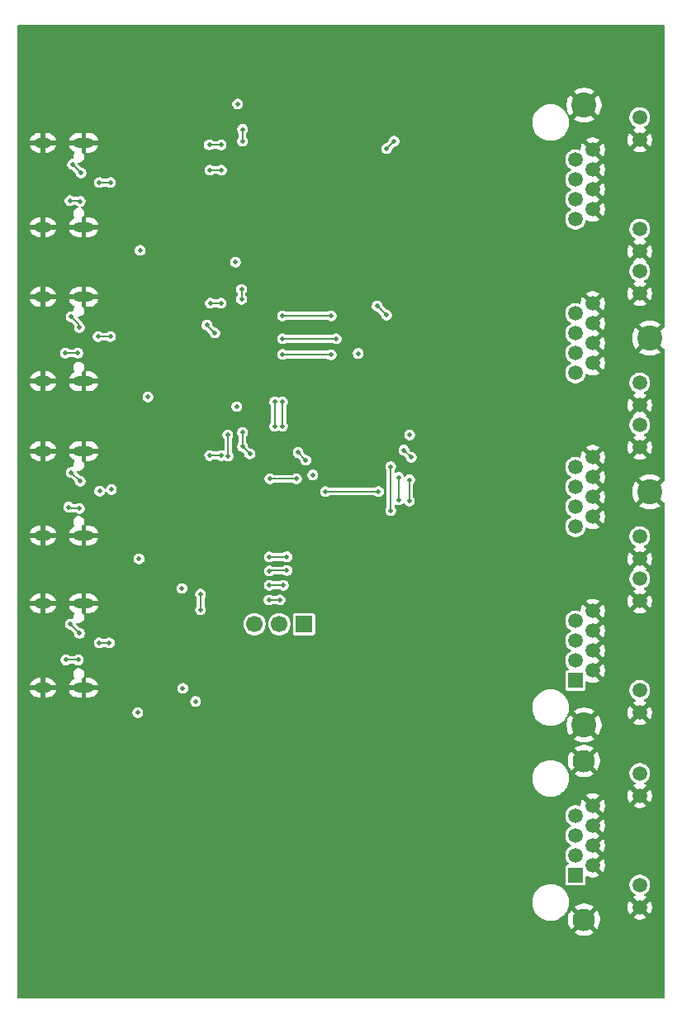
<source format=gbr>
%TF.GenerationSoftware,KiCad,Pcbnew,9.0.3-9.0.3-0~ubuntu24.04.1*%
%TF.CreationDate,2025-07-11T09:40:36-04:00*%
%TF.ProjectId,SO4R_Interlock,534f3452-5f49-46e7-9465-726c6f636b2e,rev?*%
%TF.SameCoordinates,Original*%
%TF.FileFunction,Copper,L3,Inr*%
%TF.FilePolarity,Positive*%
%FSLAX46Y46*%
G04 Gerber Fmt 4.6, Leading zero omitted, Abs format (unit mm)*
G04 Created by KiCad (PCBNEW 9.0.3-9.0.3-0~ubuntu24.04.1) date 2025-07-11 09:40:36*
%MOMM*%
%LPD*%
G01*
G04 APERTURE LIST*
%TA.AperFunction,ComponentPad*%
%ADD10R,1.500000X1.500000*%
%TD*%
%TA.AperFunction,ComponentPad*%
%ADD11C,1.500000*%
%TD*%
%TA.AperFunction,ComponentPad*%
%ADD12C,2.570000*%
%TD*%
%TA.AperFunction,ComponentPad*%
%ADD13R,1.700000X1.700000*%
%TD*%
%TA.AperFunction,ComponentPad*%
%ADD14C,1.700000*%
%TD*%
%TA.AperFunction,HeatsinkPad*%
%ADD15O,2.100000X1.000000*%
%TD*%
%TA.AperFunction,HeatsinkPad*%
%ADD16O,1.800000X1.000000*%
%TD*%
%TA.AperFunction,ComponentPad*%
%ADD17C,2.300000*%
%TD*%
%TA.AperFunction,ViaPad*%
%ADD18C,0.500000*%
%TD*%
%TA.AperFunction,ViaPad*%
%ADD19C,5.000000*%
%TD*%
%TA.AperFunction,Conductor*%
%ADD20C,0.200000*%
%TD*%
G04 APERTURE END LIST*
D10*
%TO.N,Net-(C39-Pad2)*%
%TO.C,J7*%
X160940000Y-115650000D03*
D11*
%TO.N,GND*%
X162720000Y-114634000D03*
%TO.N,Net-(C35-Pad2)*%
X160940000Y-113618000D03*
%TO.N,GND*%
X162720000Y-112602000D03*
%TO.N,Net-(C31-Pad2)*%
X160940000Y-111586000D03*
%TO.N,GND*%
X162720000Y-110570000D03*
%TO.N,Net-(C27-Pad2)*%
X160940000Y-109554000D03*
%TO.N,GND*%
X162720000Y-108538000D03*
X167540000Y-118950000D03*
%TO.N,Net-(J7-Pad10)*%
X167540000Y-116660000D03*
%TO.N,GND*%
X167540000Y-107520000D03*
%TO.N,Net-(J7-Pad12)*%
X167540000Y-105230000D03*
%TO.N,Net-(C38-Pad2)*%
X160940000Y-99900000D03*
%TO.N,GND*%
X162720000Y-98884000D03*
%TO.N,Net-(C34-Pad2)*%
X160940000Y-97868000D03*
%TO.N,GND*%
X162720000Y-96852000D03*
%TO.N,Net-(C30-Pad2)*%
X160940000Y-95836000D03*
%TO.N,GND*%
X162720000Y-94820000D03*
%TO.N,Net-(C26-Pad2)*%
X160940000Y-93804000D03*
%TO.N,GND*%
X162720000Y-92788000D03*
X167540000Y-103200000D03*
%TO.N,Net-(J7-Pad22)*%
X167540000Y-100910000D03*
%TO.N,GND*%
X167540000Y-91770000D03*
%TO.N,Net-(J7-Pad24)*%
X167540000Y-89480000D03*
%TO.N,Net-(C37-Pad2)*%
X160940000Y-84150000D03*
%TO.N,GND*%
X162720000Y-83134000D03*
%TO.N,Net-(C33-Pad2)*%
X160940000Y-82118000D03*
%TO.N,GND*%
X162720000Y-81102000D03*
%TO.N,Net-(C29-Pad2)*%
X160940000Y-80086000D03*
%TO.N,GND*%
X162720000Y-79070000D03*
%TO.N,Net-(C25-Pad2)*%
X160940000Y-78054000D03*
%TO.N,GND*%
X162720000Y-77038000D03*
X167540000Y-87450000D03*
%TO.N,Net-(J7-Pad34)*%
X167540000Y-85160000D03*
%TO.N,GND*%
X167540000Y-76020000D03*
%TO.N,Net-(J7-Pad36)*%
X167540000Y-73730000D03*
%TO.N,Net-(C36-Pad2)*%
X160940000Y-68400000D03*
%TO.N,GND*%
X162720000Y-67384000D03*
%TO.N,Net-(C32-Pad2)*%
X160940000Y-66368000D03*
%TO.N,GND*%
X162720000Y-65352000D03*
%TO.N,Net-(C28-Pad2)*%
X160940000Y-64336000D03*
%TO.N,GND*%
X162720000Y-63320000D03*
%TO.N,Net-(C24-Pad2)*%
X160940000Y-62304000D03*
%TO.N,GND*%
X162720000Y-61288000D03*
X167540000Y-71700000D03*
%TO.N,Net-(J7-Pad46)*%
X167540000Y-69410000D03*
%TO.N,GND*%
X167540000Y-60270000D03*
%TO.N,Net-(J7-Pad48)*%
X167540000Y-57980000D03*
D12*
%TO.N,GND*%
X161830000Y-120220000D03*
X168560000Y-96340000D03*
X168560000Y-80590000D03*
X161830000Y-56720000D03*
%TD*%
D13*
%TO.N,/UPDI*%
%TO.C,J5*%
X133110000Y-109890000D03*
D14*
%TO.N,/RXD1_U*%
X130570000Y-109890000D03*
%TO.N,/TXD_M*%
X128030000Y-109890000D03*
%TD*%
D15*
%TO.N,GND*%
%TO.C,J4*%
X110525000Y-107760000D03*
D16*
X106325000Y-107760000D03*
D15*
X110525000Y-116400000D03*
D16*
X106325000Y-116400000D03*
%TD*%
D15*
%TO.N,GND*%
%TO.C,J2*%
X110525000Y-76360000D03*
D16*
X106325000Y-76360000D03*
D15*
X110525000Y-85000000D03*
D16*
X106325000Y-85000000D03*
%TD*%
D15*
%TO.N,GND*%
%TO.C,J1*%
X110525000Y-60580000D03*
D16*
X106325000Y-60580000D03*
D15*
X110525000Y-69220000D03*
D16*
X106325000Y-69220000D03*
%TD*%
D15*
%TO.N,GND*%
%TO.C,J3*%
X110525000Y-92160000D03*
D16*
X106325000Y-92160000D03*
D15*
X110525000Y-100800000D03*
D16*
X106325000Y-100800000D03*
%TD*%
D10*
%TO.N,Net-(Q4-D)*%
%TO.C,J6*%
X160940000Y-135590000D03*
D11*
%TO.N,GND*%
X162720000Y-134574000D03*
%TO.N,Net-(Q3-D)*%
X160940000Y-133558000D03*
%TO.N,GND*%
X162720000Y-132542000D03*
%TO.N,Net-(Q2-D)*%
X160940000Y-131526000D03*
%TO.N,GND*%
X162720000Y-130510000D03*
%TO.N,Net-(Q1-D)*%
X160940000Y-129494000D03*
%TO.N,GND*%
X162720000Y-128478000D03*
X167540000Y-138890000D03*
%TO.N,Net-(J6-Pad10)*%
X167540000Y-136600000D03*
%TO.N,GND*%
X167540000Y-127460000D03*
%TO.N,Net-(J6-Pad12)*%
X167540000Y-125170000D03*
D17*
%TO.N,GND*%
X161830000Y-140160000D03*
X161830000Y-123900000D03*
%TD*%
D18*
%TO.N,GND*%
X144595672Y-96774328D03*
X142760000Y-146770000D03*
X111822181Y-115435355D03*
X105200000Y-58599972D03*
X144050000Y-110150000D03*
X144850000Y-68450000D03*
X105200000Y-74470000D03*
X150000000Y-64300000D03*
X146900000Y-65300000D03*
X144750000Y-61750000D03*
X108010000Y-58599988D03*
X112500000Y-61700000D03*
X119810000Y-146620000D03*
X133500000Y-70950000D03*
X115615000Y-108420000D03*
X122400000Y-115700000D03*
X130150000Y-76150000D03*
X114115000Y-109820000D03*
X121400000Y-80800000D03*
X115615000Y-115620000D03*
X116100000Y-92900000D03*
X135210000Y-146770000D03*
D19*
X161800000Y-51800000D03*
D18*
X149900000Y-93800000D03*
X123400000Y-99990000D03*
X150000000Y-131500000D03*
X129750000Y-69450000D03*
X150000000Y-82100002D03*
X149799996Y-99900000D03*
X145000000Y-128950000D03*
X142300000Y-49500000D03*
X121682500Y-108420000D03*
X135650000Y-73550000D03*
X143050000Y-137850000D03*
X151150000Y-104450000D03*
X114500000Y-83200000D03*
X146987790Y-112700000D03*
X112200000Y-68100000D03*
X144700000Y-65300000D03*
X133400000Y-100350000D03*
D19*
X161800000Y-144790000D03*
D18*
X108310000Y-89710000D03*
X119450000Y-49500000D03*
X127900000Y-103200000D03*
X116100000Y-100100000D03*
X140750000Y-128000000D03*
X150000000Y-68400000D03*
X111998768Y-99701232D03*
X149999998Y-80100000D03*
X146950000Y-81100000D03*
X140000000Y-65750000D03*
X150000000Y-135600000D03*
X140800000Y-98100000D03*
X123400000Y-68400000D03*
X114115000Y-114420000D03*
X145000000Y-136550000D03*
X122800000Y-92890000D03*
X121700000Y-58500000D03*
X150300000Y-49350000D03*
X149800000Y-109600004D03*
X118600000Y-101000000D03*
X150000000Y-129500000D03*
X149850000Y-133550000D03*
X127500000Y-61500000D03*
X129000000Y-79250000D03*
X114600000Y-98800000D03*
X107500000Y-105800000D03*
X149920000Y-78100000D03*
X150000000Y-66400000D03*
X108047500Y-74500000D03*
X149800000Y-113600002D03*
X121750000Y-64600000D03*
X146900000Y-88150000D03*
X133150000Y-67250000D03*
X151000000Y-119900000D03*
X128200000Y-88300000D03*
X149800000Y-111600000D03*
X128900000Y-85400000D03*
X122300000Y-60000000D03*
X127100000Y-49500000D03*
X114600000Y-94100000D03*
X123340000Y-84420000D03*
X127560000Y-146770000D03*
X126200000Y-65200000D03*
X121700000Y-89500000D03*
X144600000Y-81100000D03*
X112000000Y-93300000D03*
X149800000Y-97899994D03*
X135750000Y-93700000D03*
X137250000Y-82900000D03*
X139250000Y-116550000D03*
X116000000Y-77100000D03*
X144550000Y-112700000D03*
X145000000Y-125100000D03*
X105300000Y-89700000D03*
X132950000Y-113850000D03*
X116000000Y-84300000D03*
X142900000Y-89087500D03*
X150000000Y-62300000D03*
X137950000Y-76900000D03*
D19*
X107400000Y-51900000D03*
D18*
X112000000Y-77500000D03*
X112000000Y-108880000D03*
X112000000Y-83900000D03*
X139100000Y-61250000D03*
X150410000Y-146770000D03*
X104500000Y-105800012D03*
X149899954Y-95800000D03*
X122700000Y-77060000D03*
X145650000Y-75000000D03*
X146400000Y-92800000D03*
X139300000Y-89800000D03*
X148700000Y-71850000D03*
X145100000Y-132750000D03*
X114500000Y-78300000D03*
X146765282Y-96774323D03*
X157950000Y-49350000D03*
X150099998Y-84100000D03*
X104100000Y-55000000D03*
D19*
X107400000Y-144600000D03*
D18*
X149800000Y-115600000D03*
X121600000Y-74700000D03*
X127800000Y-95200000D03*
X141300000Y-82500000D03*
X136000000Y-87100000D03*
X111700000Y-49350000D03*
X134650000Y-49500000D03*
X141350000Y-103150000D03*
%TO.N,Net-(D2-K)*%
X112000000Y-80430000D03*
X113250000Y-80430000D03*
%TO.N,Net-(D4-K)*%
X113150000Y-111800000D03*
X112100000Y-111800000D03*
%TO.N,/CAT3*%
X130900000Y-78300000D03*
X135900000Y-78300000D03*
X141578554Y-78228554D03*
X140598252Y-77298252D03*
%TO.N,Net-(J3-CC2)*%
X108975000Y-97890000D03*
X110084430Y-98035403D03*
%TO.N,Net-(J3-CC1)*%
X109255272Y-94344728D03*
X110165272Y-95230000D03*
%TO.N,/CAT2*%
X129600000Y-95000000D03*
X135300000Y-96300000D03*
X126800000Y-91700000D03*
X126800000Y-90250000D03*
X127550000Y-92450000D03*
X132355000Y-95000000D03*
X140750000Y-96300000D03*
%TO.N,/TXD2_U*%
X125340000Y-92660000D03*
X125300000Y-90500000D03*
%TO.N,/RXD2_U*%
X123417500Y-92600000D03*
X124600000Y-92600000D03*
%TO.N,/RXD1_U*%
X131352000Y-104400000D03*
X122500000Y-108420000D03*
X122500000Y-106800000D03*
X129546301Y-104450000D03*
%TO.N,/RXD4_U*%
X124600000Y-60800000D03*
X123400000Y-60800000D03*
%TO.N,/TXD3_U*%
X126700000Y-75600000D03*
X126700000Y-76600000D03*
%TO.N,/TXD4_U*%
X126800000Y-59200000D03*
X126800000Y-60400000D03*
%TO.N,/SPR2*%
X142800000Y-97150000D03*
X142800000Y-94850000D03*
%TO.N,/5V*%
X126200000Y-87600000D03*
X134000000Y-94600000D03*
X138650000Y-82150000D03*
X143950000Y-90500000D03*
X116062500Y-118962500D03*
X120685000Y-116466250D03*
X126300000Y-56600000D03*
X120600000Y-106219996D03*
X116300000Y-71600000D03*
X117100000Y-86600000D03*
X126100000Y-72800000D03*
X122000000Y-117800000D03*
X116200000Y-103200000D03*
%TO.N,/RXD3_U*%
X124600000Y-77000000D03*
X123500000Y-77000000D03*
%TO.N,/TX2_LED*%
X142000000Y-98250000D03*
X142000000Y-93750000D03*
%TO.N,/INH4_LED*%
X142350000Y-60400000D03*
X141586446Y-61163554D03*
%TO.N,Net-(J1-CC2)*%
X110169315Y-66570000D03*
X109119315Y-66500000D03*
%TO.N,Net-(J1-CC1)*%
X109378768Y-62778768D03*
X110250000Y-63650000D03*
%TO.N,Net-(D3-K)*%
X113350000Y-96100000D03*
X112150000Y-96240000D03*
%TO.N,Net-(D1-K)*%
X112130000Y-64655000D03*
X113250000Y-64655000D03*
%TO.N,Net-(J4-CC2)*%
X108700000Y-113550000D03*
X109950000Y-113550000D03*
%TO.N,Net-(J4-CC1)*%
X109150000Y-109880000D03*
X110100000Y-110830000D03*
%TO.N,Net-(J2-CC1)*%
X110071232Y-79500000D03*
X109245000Y-78405000D03*
%TO.N,Net-(J2-CC2)*%
X108650000Y-82135000D03*
X109925000Y-82135000D03*
%TO.N,/TXD_M*%
X130900000Y-80650000D03*
X136400000Y-80650000D03*
X130100000Y-89600000D03*
X130100000Y-87100000D03*
%TO.N,/RXD_M*%
X135900000Y-82300000D03*
X130900000Y-82250000D03*
X130900000Y-89600000D03*
X130900000Y-87100000D03*
X129500000Y-107400000D03*
X130646401Y-107407737D03*
%TO.N,/RTS1\u005C*%
X129550000Y-105900000D03*
X131001000Y-105900000D03*
%TO.N,/CTS1\u005C*%
X131354834Y-102980599D03*
X129550000Y-103000000D03*
%TO.N,/CTS3\u005C*%
X123962500Y-80062500D03*
X123150000Y-79250000D03*
%TO.N,/CTS4\u005C*%
X124650000Y-63364328D03*
X123450000Y-63364328D03*
%TO.N,/TX0*%
X133300000Y-93100000D03*
X132500000Y-92300000D03*
%TO.N,/KEY2\u005C*%
X143900000Y-97274328D03*
X144100000Y-92800000D03*
X143950000Y-95100000D03*
X143350000Y-92050000D03*
%TD*%
D20*
%TO.N,/CAT2*%
X126800000Y-90250000D02*
X126800000Y-91700000D01*
X127550000Y-92450000D02*
X126800000Y-91700000D01*
%TO.N,Net-(D2-K)*%
X113250000Y-80430000D02*
X112000000Y-80430000D01*
%TO.N,Net-(D4-K)*%
X113150000Y-111800000D02*
X112100000Y-111800000D01*
%TO.N,/CAT3*%
X141578554Y-78228554D02*
X140648252Y-77298252D01*
X140648252Y-77298252D02*
X140598252Y-77298252D01*
X130900000Y-78300000D02*
X135900000Y-78300000D01*
%TO.N,Net-(J3-CC2)*%
X109120403Y-98035403D02*
X110084430Y-98035403D01*
%TO.N,Net-(J3-CC1)*%
X109255272Y-94344728D02*
X110140544Y-95230000D01*
%TO.N,/CAT2*%
X130300000Y-95000000D02*
X129600000Y-95000000D01*
X135300000Y-96300000D02*
X140750000Y-96300000D01*
X132355000Y-95000000D02*
X130350000Y-95000000D01*
%TO.N,/TXD2_U*%
X125340000Y-92660000D02*
X125340000Y-90540000D01*
%TO.N,/RXD2_U*%
X123417500Y-92600000D02*
X124600000Y-92600000D01*
%TO.N,/RXD1_U*%
X129596301Y-104400000D02*
X129546301Y-104450000D01*
X131352000Y-104400000D02*
X129596301Y-104400000D01*
X122500000Y-106800000D02*
X122500000Y-108420000D01*
%TO.N,/RXD4_U*%
X123400000Y-60800000D02*
X124600000Y-60800000D01*
%TO.N,/TXD3_U*%
X126700000Y-76600000D02*
X126700000Y-75600000D01*
%TO.N,/TXD4_U*%
X126800000Y-60400000D02*
X126800000Y-59200000D01*
%TO.N,/SPR2*%
X142800000Y-97150000D02*
X142800000Y-94850000D01*
%TO.N,/RXD3_U*%
X124600000Y-77000000D02*
X123500000Y-77000000D01*
%TO.N,/TX2_LED*%
X142000000Y-98250000D02*
X142000000Y-93750000D01*
%TO.N,/INH4_LED*%
X141586446Y-61163554D02*
X142350000Y-60400000D01*
%TO.N,Net-(J1-CC2)*%
X109119315Y-66500000D02*
X110099315Y-66500000D01*
%TO.N,Net-(J1-CC1)*%
X109408768Y-62808768D02*
X109378768Y-62808768D01*
X110250000Y-63650000D02*
X109408768Y-62808768D01*
%TO.N,Net-(D1-K)*%
X113250000Y-64655000D02*
X112130000Y-64655000D01*
%TO.N,Net-(J4-CC2)*%
X108700000Y-113550000D02*
X108882378Y-113550000D01*
X108882378Y-113550000D02*
X108900000Y-113532378D01*
X108900000Y-113532378D02*
X109932378Y-113532378D01*
%TO.N,Net-(J4-CC1)*%
X109150000Y-109880000D02*
X110100000Y-110830000D01*
%TO.N,Net-(J2-CC1)*%
X110000000Y-79260000D02*
X110000000Y-79160000D01*
X110100000Y-79500000D02*
X110170000Y-79430000D01*
X110071232Y-79331232D02*
X110000000Y-79260000D01*
X110071232Y-79500000D02*
X110100000Y-79500000D01*
X110071232Y-79500000D02*
X110071232Y-79331232D01*
X109245000Y-78405000D02*
X110000000Y-79160000D01*
%TO.N,Net-(J2-CC2)*%
X108650000Y-82135000D02*
X108855166Y-82135000D01*
X108650000Y-82135000D02*
X109925000Y-82135000D01*
%TO.N,/TXD_M*%
X130100000Y-89600000D02*
X130100000Y-87100000D01*
X136400000Y-80650000D02*
X130900000Y-80650000D01*
%TO.N,/RXD_M*%
X130638664Y-107400000D02*
X129500000Y-107400000D01*
X135850000Y-82250000D02*
X135900000Y-82300000D01*
X130900000Y-89600000D02*
X130900000Y-87100000D01*
X130646401Y-107407737D02*
X130638664Y-107400000D01*
X130900000Y-82250000D02*
X135850000Y-82250000D01*
%TO.N,/RTS1\u005C*%
X131001000Y-105900000D02*
X129550000Y-105900000D01*
%TO.N,/CTS1\u005C*%
X131288801Y-103000000D02*
X129550000Y-103000000D01*
X131354834Y-102980599D02*
X131308202Y-102980599D01*
X131308202Y-102980599D02*
X131288801Y-103000000D01*
%TO.N,/CTS3\u005C*%
X123150000Y-79275000D02*
X123937500Y-80062500D01*
X123150000Y-79250000D02*
X123150000Y-79275000D01*
X123937500Y-80062500D02*
X123962500Y-80062500D01*
%TO.N,/CTS4\u005C*%
X123450000Y-63364328D02*
X124650000Y-63364328D01*
%TO.N,/TX0*%
X132500000Y-92300000D02*
X133300000Y-93100000D01*
%TO.N,/KEY2\u005C*%
X143950000Y-95350000D02*
X143900000Y-95400000D01*
X143950000Y-95100000D02*
X143950000Y-95350000D01*
X143350000Y-92050000D02*
X144100000Y-92800000D01*
X143900000Y-95400000D02*
X143900000Y-97274328D01*
%TD*%
%TA.AperFunction,Conductor*%
%TO.N,GND*%
G36*
X170058691Y-48529407D02*
G01*
X170094655Y-48578907D01*
X170099500Y-48609500D01*
X170099500Y-79418671D01*
X170080593Y-79476862D01*
X170031093Y-79512826D01*
X169994026Y-79517459D01*
X169986582Y-79516971D01*
X169264366Y-80239186D01*
X169255658Y-80218163D01*
X169169749Y-80089592D01*
X169060408Y-79980251D01*
X168931837Y-79894342D01*
X168910810Y-79885632D01*
X169633026Y-79163417D01*
X169633027Y-79163417D01*
X169553827Y-79102646D01*
X169351171Y-78985643D01*
X169135002Y-78896103D01*
X168908978Y-78835541D01*
X168676995Y-78805000D01*
X168443004Y-78805000D01*
X168211024Y-78835541D01*
X168211019Y-78835541D01*
X167984997Y-78896103D01*
X167768828Y-78985643D01*
X167566172Y-79102646D01*
X167486972Y-79163417D01*
X168209188Y-79885633D01*
X168188163Y-79894342D01*
X168059592Y-79980251D01*
X167950251Y-80089592D01*
X167864342Y-80218163D01*
X167855633Y-80239188D01*
X167133417Y-79516972D01*
X167072646Y-79596172D01*
X166955643Y-79798828D01*
X166866103Y-80014997D01*
X166805541Y-80241019D01*
X166805541Y-80241024D01*
X166775000Y-80473004D01*
X166775000Y-80706995D01*
X166805541Y-80938975D01*
X166805541Y-80938980D01*
X166866103Y-81165002D01*
X166955643Y-81381171D01*
X167072646Y-81583827D01*
X167133417Y-81663026D01*
X167855632Y-80940810D01*
X167864342Y-80961837D01*
X167950251Y-81090408D01*
X168059592Y-81199749D01*
X168188163Y-81285658D01*
X168209186Y-81294366D01*
X167486972Y-82016581D01*
X167486971Y-82016581D01*
X167566175Y-82077355D01*
X167768828Y-82194356D01*
X167984997Y-82283896D01*
X168211021Y-82344458D01*
X168443004Y-82374999D01*
X168443006Y-82375000D01*
X168676994Y-82375000D01*
X168676995Y-82374999D01*
X168908975Y-82344458D01*
X168908980Y-82344458D01*
X169135002Y-82283896D01*
X169351171Y-82194356D01*
X169553820Y-82077358D01*
X169633025Y-82016580D01*
X168910811Y-81294366D01*
X168931837Y-81285658D01*
X169060408Y-81199749D01*
X169169749Y-81090408D01*
X169255658Y-80961837D01*
X169264366Y-80940811D01*
X169986581Y-81663026D01*
X169994024Y-81662539D01*
X170053327Y-81677600D01*
X170092452Y-81724641D01*
X170099500Y-81761327D01*
X170099500Y-95168671D01*
X170080593Y-95226862D01*
X170031093Y-95262826D01*
X169994026Y-95267459D01*
X169986582Y-95266971D01*
X169264366Y-95989186D01*
X169255658Y-95968163D01*
X169169749Y-95839592D01*
X169060408Y-95730251D01*
X168931837Y-95644342D01*
X168910810Y-95635632D01*
X169633026Y-94913417D01*
X169633027Y-94913417D01*
X169553827Y-94852646D01*
X169351171Y-94735643D01*
X169135002Y-94646103D01*
X168908978Y-94585541D01*
X168676995Y-94555000D01*
X168443004Y-94555000D01*
X168211024Y-94585541D01*
X168211019Y-94585541D01*
X167984997Y-94646103D01*
X167768828Y-94735643D01*
X167566172Y-94852646D01*
X167486972Y-94913417D01*
X168209188Y-95635633D01*
X168188163Y-95644342D01*
X168059592Y-95730251D01*
X167950251Y-95839592D01*
X167864342Y-95968163D01*
X167855633Y-95989188D01*
X167133417Y-95266972D01*
X167072646Y-95346172D01*
X166955643Y-95548828D01*
X166866103Y-95764997D01*
X166805541Y-95991019D01*
X166805541Y-95991024D01*
X166775000Y-96223004D01*
X166775000Y-96456995D01*
X166805541Y-96688975D01*
X166805541Y-96688980D01*
X166866103Y-96915002D01*
X166955643Y-97131171D01*
X167072646Y-97333827D01*
X167133417Y-97413026D01*
X167855632Y-96690810D01*
X167864342Y-96711837D01*
X167950251Y-96840408D01*
X168059592Y-96949749D01*
X168188163Y-97035658D01*
X168209186Y-97044366D01*
X167486972Y-97766581D01*
X167486971Y-97766581D01*
X167566175Y-97827355D01*
X167768828Y-97944356D01*
X167984997Y-98033896D01*
X168211021Y-98094458D01*
X168443004Y-98124999D01*
X168443006Y-98125000D01*
X168676994Y-98125000D01*
X168676995Y-98124999D01*
X168908975Y-98094458D01*
X168908980Y-98094458D01*
X169135002Y-98033896D01*
X169351171Y-97944356D01*
X169553820Y-97827358D01*
X169633025Y-97766580D01*
X168910811Y-97044366D01*
X168931837Y-97035658D01*
X169060408Y-96949749D01*
X169169749Y-96840408D01*
X169255658Y-96711837D01*
X169264366Y-96690811D01*
X169986581Y-97413026D01*
X169994024Y-97412539D01*
X170053327Y-97427600D01*
X170092452Y-97474641D01*
X170099500Y-97511327D01*
X170099500Y-148150500D01*
X170080593Y-148208691D01*
X170031093Y-148244655D01*
X170000500Y-148249500D01*
X103799500Y-148249500D01*
X103741309Y-148230593D01*
X103705345Y-148181093D01*
X103700500Y-148150500D01*
X103700500Y-138257072D01*
X156524500Y-138257072D01*
X156524500Y-138502927D01*
X156556590Y-138746669D01*
X156556590Y-138746674D01*
X156620222Y-138984154D01*
X156714302Y-139211284D01*
X156714304Y-139211288D01*
X156714306Y-139211292D01*
X156808823Y-139375000D01*
X156837235Y-139424211D01*
X156986893Y-139619249D01*
X156986895Y-139619251D01*
X156986899Y-139619256D01*
X157160744Y-139793101D01*
X157160748Y-139793104D01*
X157160750Y-139793106D01*
X157178134Y-139806445D01*
X157355792Y-139942767D01*
X157568708Y-140065694D01*
X157568714Y-140065696D01*
X157568715Y-140065697D01*
X157652617Y-140100450D01*
X157795847Y-140159778D01*
X158033323Y-140223409D01*
X158277073Y-140255500D01*
X158277074Y-140255500D01*
X158522926Y-140255500D01*
X158522927Y-140255500D01*
X158766677Y-140223409D01*
X159004153Y-140159778D01*
X159231292Y-140065694D01*
X159292877Y-140030138D01*
X160180000Y-140030138D01*
X160180000Y-140289861D01*
X160220628Y-140546373D01*
X160300882Y-140793373D01*
X160418793Y-141024787D01*
X160418795Y-141024791D01*
X160499951Y-141136493D01*
X161125632Y-140510811D01*
X161134342Y-140531837D01*
X161220251Y-140660408D01*
X161329592Y-140769749D01*
X161458163Y-140855658D01*
X161479185Y-140864366D01*
X160853505Y-141490047D01*
X160965208Y-141571204D01*
X160965212Y-141571206D01*
X161196626Y-141689117D01*
X161443626Y-141769371D01*
X161700139Y-141810000D01*
X161959861Y-141810000D01*
X162216373Y-141769371D01*
X162463373Y-141689117D01*
X162694785Y-141571207D01*
X162806492Y-141490046D01*
X162180812Y-140864366D01*
X162201837Y-140855658D01*
X162330408Y-140769749D01*
X162439749Y-140660408D01*
X162525658Y-140531837D01*
X162534366Y-140510812D01*
X163160046Y-141136492D01*
X163241207Y-141024785D01*
X163359117Y-140793373D01*
X163439371Y-140546373D01*
X163480000Y-140289861D01*
X163480000Y-140030138D01*
X163461199Y-139911435D01*
X163439371Y-139773626D01*
X163359117Y-139526626D01*
X163241206Y-139295212D01*
X163241204Y-139295208D01*
X163160047Y-139183505D01*
X162534366Y-139809185D01*
X162525658Y-139788163D01*
X162439749Y-139659592D01*
X162330408Y-139550251D01*
X162201837Y-139464342D01*
X162180811Y-139455632D01*
X162806493Y-138829951D01*
X162753733Y-138791619D01*
X166290000Y-138791619D01*
X166290000Y-138988380D01*
X166320778Y-139182710D01*
X166320779Y-139182714D01*
X166381576Y-139369826D01*
X166381578Y-139369829D01*
X166470907Y-139545148D01*
X166496319Y-139580125D01*
X167101943Y-138974500D01*
X167125326Y-139061764D01*
X167183911Y-139163236D01*
X167266764Y-139246089D01*
X167368236Y-139304674D01*
X167455497Y-139328055D01*
X166849874Y-139933678D01*
X166884860Y-139959097D01*
X167060170Y-140048421D01*
X167060173Y-140048423D01*
X167247285Y-140109220D01*
X167247289Y-140109221D01*
X167441620Y-140140000D01*
X167638380Y-140140000D01*
X167832710Y-140109221D01*
X167832714Y-140109220D01*
X168019826Y-140048423D01*
X168019829Y-140048421D01*
X168195142Y-139959096D01*
X168195148Y-139959092D01*
X168230125Y-139933679D01*
X168230125Y-139933678D01*
X167624502Y-139328055D01*
X167711764Y-139304674D01*
X167813236Y-139246089D01*
X167896089Y-139163236D01*
X167954674Y-139061764D01*
X167978055Y-138974502D01*
X168583678Y-139580125D01*
X168583679Y-139580125D01*
X168609092Y-139545148D01*
X168609096Y-139545142D01*
X168698421Y-139369829D01*
X168698423Y-139369826D01*
X168759220Y-139182714D01*
X168759221Y-139182710D01*
X168790000Y-138988380D01*
X168790000Y-138791619D01*
X168759221Y-138597289D01*
X168759220Y-138597285D01*
X168698423Y-138410173D01*
X168698421Y-138410170D01*
X168609097Y-138234860D01*
X168583678Y-138199874D01*
X167978055Y-138805497D01*
X167954674Y-138718236D01*
X167896089Y-138616764D01*
X167813236Y-138533911D01*
X167711764Y-138475326D01*
X167624500Y-138451943D01*
X168230125Y-137846319D01*
X168195148Y-137820907D01*
X168019831Y-137731579D01*
X168013555Y-137729540D01*
X167964055Y-137693576D01*
X167945147Y-137635385D01*
X167964054Y-137577195D01*
X168006262Y-137543921D01*
X168016926Y-137539503D01*
X168037598Y-137530941D01*
X168209655Y-137415977D01*
X168355977Y-137269655D01*
X168470941Y-137097598D01*
X168550130Y-136906420D01*
X168590500Y-136703465D01*
X168590500Y-136496535D01*
X168550130Y-136293580D01*
X168470941Y-136102402D01*
X168355977Y-135930345D01*
X168209655Y-135784023D01*
X168132427Y-135732421D01*
X168037597Y-135669058D01*
X167846418Y-135589869D01*
X167643467Y-135549500D01*
X167643465Y-135549500D01*
X167436535Y-135549500D01*
X167436532Y-135549500D01*
X167233581Y-135589869D01*
X167042402Y-135669058D01*
X166870348Y-135784020D01*
X166724020Y-135930348D01*
X166609058Y-136102402D01*
X166529869Y-136293581D01*
X166489500Y-136496532D01*
X166489500Y-136703467D01*
X166529869Y-136906418D01*
X166609058Y-137097597D01*
X166609059Y-137097598D01*
X166724023Y-137269655D01*
X166870345Y-137415977D01*
X166870348Y-137415979D01*
X167042402Y-137530941D01*
X167073738Y-137543921D01*
X167120264Y-137583658D01*
X167134547Y-137643153D01*
X167111132Y-137699681D01*
X167066447Y-137729539D01*
X167060168Y-137731579D01*
X166884856Y-137820904D01*
X166849873Y-137846319D01*
X167455498Y-138451944D01*
X167368236Y-138475326D01*
X167266764Y-138533911D01*
X167183911Y-138616764D01*
X167125326Y-138718236D01*
X167101944Y-138805498D01*
X166496319Y-138199873D01*
X166470904Y-138234856D01*
X166381578Y-138410170D01*
X166381576Y-138410173D01*
X166320779Y-138597285D01*
X166320778Y-138597289D01*
X166290000Y-138791619D01*
X162753733Y-138791619D01*
X162694791Y-138748795D01*
X162694787Y-138748793D01*
X162463373Y-138630882D01*
X162216373Y-138550628D01*
X161959861Y-138510000D01*
X161700139Y-138510000D01*
X161443626Y-138550628D01*
X161196626Y-138630882D01*
X160965213Y-138748793D01*
X160853505Y-138829951D01*
X161479187Y-139455633D01*
X161458163Y-139464342D01*
X161329592Y-139550251D01*
X161220251Y-139659592D01*
X161134342Y-139788163D01*
X161125633Y-139809187D01*
X160499951Y-139183505D01*
X160418793Y-139295213D01*
X160300882Y-139526626D01*
X160220628Y-139773626D01*
X160180000Y-140030138D01*
X159292877Y-140030138D01*
X159444208Y-139942767D01*
X159639256Y-139793101D01*
X159813101Y-139619256D01*
X159962767Y-139424208D01*
X160085694Y-139211292D01*
X160179778Y-138984153D01*
X160243409Y-138746677D01*
X160275500Y-138502927D01*
X160275500Y-138257073D01*
X160243409Y-138013323D01*
X160179778Y-137775847D01*
X160085694Y-137548708D01*
X159962767Y-137335792D01*
X159813101Y-137140744D01*
X159639256Y-136966899D01*
X159639251Y-136966895D01*
X159639249Y-136966893D01*
X159444211Y-136817235D01*
X159444208Y-136817233D01*
X159231292Y-136694306D01*
X159231288Y-136694304D01*
X159231284Y-136694302D01*
X159004154Y-136600222D01*
X158899440Y-136572164D01*
X158766677Y-136536591D01*
X158766674Y-136536590D01*
X158766672Y-136536590D01*
X158522927Y-136504500D01*
X158277073Y-136504500D01*
X158277072Y-136504500D01*
X158033330Y-136536590D01*
X158033325Y-136536590D01*
X157795845Y-136600222D01*
X157568715Y-136694302D01*
X157355788Y-136817235D01*
X157160750Y-136966893D01*
X156986893Y-137140750D01*
X156837235Y-137335788D01*
X156714302Y-137548715D01*
X156620222Y-137775845D01*
X156556590Y-138013325D01*
X156556590Y-138013330D01*
X156524500Y-138257072D01*
X103700500Y-138257072D01*
X103700500Y-129390532D01*
X159889500Y-129390532D01*
X159889500Y-129597467D01*
X159929869Y-129800418D01*
X160009058Y-129991597D01*
X160058104Y-130065000D01*
X160124023Y-130163655D01*
X160270345Y-130309977D01*
X160409904Y-130403227D01*
X160446446Y-130427643D01*
X160445059Y-130429718D01*
X160480762Y-130467139D01*
X160488911Y-130527779D01*
X160459861Y-130581628D01*
X160446004Y-130591695D01*
X160446446Y-130592357D01*
X160270348Y-130710020D01*
X160124020Y-130856348D01*
X160009058Y-131028402D01*
X159929869Y-131219581D01*
X159889500Y-131422532D01*
X159889500Y-131629467D01*
X159929869Y-131832418D01*
X160009058Y-132023597D01*
X160058104Y-132097000D01*
X160124023Y-132195655D01*
X160270345Y-132341977D01*
X160409904Y-132435227D01*
X160446446Y-132459643D01*
X160445059Y-132461718D01*
X160480762Y-132499139D01*
X160488911Y-132559779D01*
X160459861Y-132613628D01*
X160446004Y-132623695D01*
X160446446Y-132624357D01*
X160270348Y-132742020D01*
X160124020Y-132888348D01*
X160009058Y-133060402D01*
X159929869Y-133251581D01*
X159889500Y-133454532D01*
X159889500Y-133661467D01*
X159929869Y-133864418D01*
X160009058Y-134055597D01*
X160058104Y-134129000D01*
X160124023Y-134227655D01*
X160266866Y-134370498D01*
X160294642Y-134425013D01*
X160285071Y-134485445D01*
X160241806Y-134528710D01*
X160196863Y-134539500D01*
X160145140Y-134539500D01*
X160145136Y-134539501D01*
X160120009Y-134542414D01*
X160017235Y-134587794D01*
X159937794Y-134667235D01*
X159892414Y-134770011D01*
X159889500Y-134795130D01*
X159889500Y-136384860D01*
X159889501Y-136384863D01*
X159892414Y-136409990D01*
X159910824Y-136451684D01*
X159937794Y-136512765D01*
X160017235Y-136592206D01*
X160120009Y-136637585D01*
X160145135Y-136640500D01*
X161734864Y-136640499D01*
X161759991Y-136637585D01*
X161862765Y-136592206D01*
X161942206Y-136512765D01*
X161987585Y-136409991D01*
X161990500Y-136384865D01*
X161990499Y-135766760D01*
X162009406Y-135708571D01*
X162058906Y-135672607D01*
X162120092Y-135672607D01*
X162134444Y-135678552D01*
X162240170Y-135732421D01*
X162240173Y-135732423D01*
X162427285Y-135793220D01*
X162427289Y-135793221D01*
X162621620Y-135824000D01*
X162818380Y-135824000D01*
X163012710Y-135793221D01*
X163012714Y-135793220D01*
X163199826Y-135732423D01*
X163199829Y-135732421D01*
X163375142Y-135643096D01*
X163375148Y-135643092D01*
X163410125Y-135617679D01*
X163410125Y-135617678D01*
X162804501Y-135012055D01*
X162891764Y-134988674D01*
X162993236Y-134930089D01*
X163076089Y-134847236D01*
X163134674Y-134745764D01*
X163158055Y-134658502D01*
X163763678Y-135264125D01*
X163763679Y-135264125D01*
X163789092Y-135229148D01*
X163789096Y-135229142D01*
X163878421Y-135053829D01*
X163878423Y-135053826D01*
X163939220Y-134866714D01*
X163939221Y-134866710D01*
X163970000Y-134672380D01*
X163970000Y-134475619D01*
X163939221Y-134281289D01*
X163939220Y-134281285D01*
X163878423Y-134094173D01*
X163878421Y-134094170D01*
X163789097Y-133918860D01*
X163763678Y-133883874D01*
X163158055Y-134489497D01*
X163134674Y-134402236D01*
X163076089Y-134300764D01*
X162993236Y-134217911D01*
X162891764Y-134159326D01*
X162804500Y-134135944D01*
X163382445Y-133557999D01*
X162804501Y-132980055D01*
X162891764Y-132956674D01*
X162993236Y-132898089D01*
X163076089Y-132815236D01*
X163134674Y-132713764D01*
X163158055Y-132626502D01*
X163763678Y-133232125D01*
X163763679Y-133232125D01*
X163789092Y-133197148D01*
X163789096Y-133197142D01*
X163878421Y-133021829D01*
X163878423Y-133021826D01*
X163939220Y-132834714D01*
X163939221Y-132834710D01*
X163970000Y-132640380D01*
X163970000Y-132443619D01*
X163939221Y-132249289D01*
X163939220Y-132249285D01*
X163878423Y-132062173D01*
X163878421Y-132062170D01*
X163789097Y-131886860D01*
X163763678Y-131851874D01*
X163158055Y-132457497D01*
X163134674Y-132370236D01*
X163076089Y-132268764D01*
X162993236Y-132185911D01*
X162891764Y-132127326D01*
X162804500Y-132103944D01*
X163382445Y-131525999D01*
X162804501Y-130948055D01*
X162891764Y-130924674D01*
X162993236Y-130866089D01*
X163076089Y-130783236D01*
X163134674Y-130681764D01*
X163158055Y-130594502D01*
X163763678Y-131200125D01*
X163763679Y-131200125D01*
X163789092Y-131165148D01*
X163789096Y-131165142D01*
X163878421Y-130989829D01*
X163878423Y-130989826D01*
X163939220Y-130802714D01*
X163939221Y-130802710D01*
X163970000Y-130608380D01*
X163970000Y-130411619D01*
X163939221Y-130217289D01*
X163939220Y-130217285D01*
X163878423Y-130030173D01*
X163878421Y-130030170D01*
X163789097Y-129854860D01*
X163763678Y-129819874D01*
X163158055Y-130425497D01*
X163134674Y-130338236D01*
X163076089Y-130236764D01*
X162993236Y-130153911D01*
X162891764Y-130095326D01*
X162804500Y-130071944D01*
X163382445Y-129493999D01*
X162804501Y-128916055D01*
X162891764Y-128892674D01*
X162993236Y-128834089D01*
X163076089Y-128751236D01*
X163134674Y-128649764D01*
X163158055Y-128562502D01*
X163763678Y-129168125D01*
X163763679Y-129168125D01*
X163789092Y-129133148D01*
X163789096Y-129133142D01*
X163878421Y-128957829D01*
X163878423Y-128957826D01*
X163939220Y-128770714D01*
X163939221Y-128770710D01*
X163970000Y-128576380D01*
X163970000Y-128379619D01*
X163939221Y-128185289D01*
X163939220Y-128185285D01*
X163878423Y-127998173D01*
X163878421Y-127998170D01*
X163789097Y-127822860D01*
X163763678Y-127787874D01*
X163158055Y-128393497D01*
X163134674Y-128306236D01*
X163076089Y-128204764D01*
X162993236Y-128121911D01*
X162891764Y-128063326D01*
X162804500Y-128039943D01*
X163410125Y-127434319D01*
X163375148Y-127408907D01*
X163282340Y-127361619D01*
X166290000Y-127361619D01*
X166290000Y-127558380D01*
X166320778Y-127752710D01*
X166320779Y-127752714D01*
X166381576Y-127939826D01*
X166381578Y-127939829D01*
X166470907Y-128115148D01*
X166496319Y-128150125D01*
X167101943Y-127544500D01*
X167125326Y-127631764D01*
X167183911Y-127733236D01*
X167266764Y-127816089D01*
X167368236Y-127874674D01*
X167455497Y-127898055D01*
X166849874Y-128503678D01*
X166884860Y-128529097D01*
X167060170Y-128618421D01*
X167060173Y-128618423D01*
X167247285Y-128679220D01*
X167247289Y-128679221D01*
X167441620Y-128710000D01*
X167638380Y-128710000D01*
X167832710Y-128679221D01*
X167832714Y-128679220D01*
X168019826Y-128618423D01*
X168019829Y-128618421D01*
X168195142Y-128529096D01*
X168195148Y-128529092D01*
X168230125Y-128503679D01*
X168230125Y-128503678D01*
X167624502Y-127898055D01*
X167711764Y-127874674D01*
X167813236Y-127816089D01*
X167896089Y-127733236D01*
X167954674Y-127631764D01*
X167978055Y-127544502D01*
X168583678Y-128150125D01*
X168583679Y-128150125D01*
X168609092Y-128115148D01*
X168609096Y-128115142D01*
X168698421Y-127939829D01*
X168698423Y-127939826D01*
X168759220Y-127752714D01*
X168759221Y-127752710D01*
X168790000Y-127558380D01*
X168790000Y-127361619D01*
X168759221Y-127167289D01*
X168759220Y-127167285D01*
X168698423Y-126980173D01*
X168698421Y-126980170D01*
X168609097Y-126804860D01*
X168583678Y-126769874D01*
X167978055Y-127375497D01*
X167954674Y-127288236D01*
X167896089Y-127186764D01*
X167813236Y-127103911D01*
X167711764Y-127045326D01*
X167624500Y-127021943D01*
X168230125Y-126416319D01*
X168195148Y-126390907D01*
X168019831Y-126301579D01*
X168013555Y-126299540D01*
X167964055Y-126263576D01*
X167945147Y-126205385D01*
X167964054Y-126147195D01*
X168006262Y-126113921D01*
X168016926Y-126109503D01*
X168037598Y-126100941D01*
X168209655Y-125985977D01*
X168355977Y-125839655D01*
X168470941Y-125667598D01*
X168550130Y-125476420D01*
X168590500Y-125273465D01*
X168590500Y-125066535D01*
X168550130Y-124863580D01*
X168470941Y-124672402D01*
X168355977Y-124500345D01*
X168209655Y-124354023D01*
X168108409Y-124286373D01*
X168037597Y-124239058D01*
X167846418Y-124159869D01*
X167643467Y-124119500D01*
X167643465Y-124119500D01*
X167436535Y-124119500D01*
X167436532Y-124119500D01*
X167233581Y-124159869D01*
X167042402Y-124239058D01*
X166870348Y-124354020D01*
X166724020Y-124500348D01*
X166609058Y-124672402D01*
X166529869Y-124863581D01*
X166489500Y-125066532D01*
X166489500Y-125273467D01*
X166529869Y-125476418D01*
X166609058Y-125667597D01*
X166699482Y-125802927D01*
X166724023Y-125839655D01*
X166870345Y-125985977D01*
X166870348Y-125985979D01*
X167042402Y-126100941D01*
X167073738Y-126113921D01*
X167120264Y-126153658D01*
X167134547Y-126213153D01*
X167111132Y-126269681D01*
X167066447Y-126299539D01*
X167060168Y-126301579D01*
X166884856Y-126390904D01*
X166849873Y-126416319D01*
X167455498Y-127021944D01*
X167368236Y-127045326D01*
X167266764Y-127103911D01*
X167183911Y-127186764D01*
X167125326Y-127288236D01*
X167101944Y-127375498D01*
X166496319Y-126769873D01*
X166470904Y-126804856D01*
X166381578Y-126980170D01*
X166381576Y-126980173D01*
X166320779Y-127167285D01*
X166320778Y-127167289D01*
X166290000Y-127361619D01*
X163282340Y-127361619D01*
X163199829Y-127319578D01*
X163199826Y-127319576D01*
X163012714Y-127258779D01*
X163012710Y-127258778D01*
X162818380Y-127228000D01*
X162621620Y-127228000D01*
X162427289Y-127258778D01*
X162427285Y-127258779D01*
X162240173Y-127319576D01*
X162240170Y-127319578D01*
X162064856Y-127408904D01*
X162029873Y-127434319D01*
X162635498Y-128039944D01*
X162548236Y-128063326D01*
X162446764Y-128121911D01*
X162363911Y-128204764D01*
X162305326Y-128306236D01*
X162281944Y-128393498D01*
X161676319Y-127787873D01*
X161650904Y-127822856D01*
X161561578Y-127998170D01*
X161561576Y-127998173D01*
X161500779Y-128185285D01*
X161500778Y-128185289D01*
X161470000Y-128379619D01*
X161470000Y-128428316D01*
X161451093Y-128486507D01*
X161401593Y-128522471D01*
X161340407Y-128522471D01*
X161333115Y-128519780D01*
X161246420Y-128483870D01*
X161043467Y-128443500D01*
X161043465Y-128443500D01*
X160836535Y-128443500D01*
X160836532Y-128443500D01*
X160633581Y-128483869D01*
X160442402Y-128563058D01*
X160270348Y-128678020D01*
X160124020Y-128824348D01*
X160009058Y-128996402D01*
X159929869Y-129187581D01*
X159889500Y-129390532D01*
X103700500Y-129390532D01*
X103700500Y-125557072D01*
X156524500Y-125557072D01*
X156524500Y-125802927D01*
X156556590Y-126046669D01*
X156556590Y-126046674D01*
X156620222Y-126284154D01*
X156714302Y-126511284D01*
X156714304Y-126511288D01*
X156714306Y-126511292D01*
X156837233Y-126724208D01*
X156837235Y-126724211D01*
X156986893Y-126919249D01*
X156986895Y-126919251D01*
X156986899Y-126919256D01*
X157160744Y-127093101D01*
X157160748Y-127093104D01*
X157160750Y-127093106D01*
X157336547Y-127228000D01*
X157355792Y-127242767D01*
X157568708Y-127365694D01*
X157795847Y-127459778D01*
X158033323Y-127523409D01*
X158277073Y-127555500D01*
X158277074Y-127555500D01*
X158522926Y-127555500D01*
X158522927Y-127555500D01*
X158766677Y-127523409D01*
X159004153Y-127459778D01*
X159145054Y-127401415D01*
X159195338Y-127380587D01*
X159214891Y-127372487D01*
X159231292Y-127365694D01*
X159444208Y-127242767D01*
X159639256Y-127093101D01*
X159813101Y-126919256D01*
X159962767Y-126724208D01*
X160085694Y-126511292D01*
X160179778Y-126284153D01*
X160243409Y-126046677D01*
X160275500Y-125802927D01*
X160275500Y-125557073D01*
X160243409Y-125313323D01*
X160179778Y-125075847D01*
X160085694Y-124848708D01*
X159962767Y-124635792D01*
X159813101Y-124440744D01*
X159639256Y-124266899D01*
X159639251Y-124266895D01*
X159639249Y-124266893D01*
X159444211Y-124117235D01*
X159444208Y-124117233D01*
X159231292Y-123994306D01*
X159231288Y-123994304D01*
X159231284Y-123994302D01*
X159004154Y-123900222D01*
X158953872Y-123886749D01*
X158766677Y-123836591D01*
X158766674Y-123836590D01*
X158766672Y-123836590D01*
X158522927Y-123804500D01*
X158277073Y-123804500D01*
X158277072Y-123804500D01*
X158033330Y-123836590D01*
X158033325Y-123836590D01*
X157795845Y-123900222D01*
X157568715Y-123994302D01*
X157355788Y-124117235D01*
X157160750Y-124266893D01*
X156986893Y-124440750D01*
X156837235Y-124635788D01*
X156714302Y-124848715D01*
X156620222Y-125075845D01*
X156556590Y-125313325D01*
X156556590Y-125313330D01*
X156524500Y-125557072D01*
X103700500Y-125557072D01*
X103700500Y-123770138D01*
X160180000Y-123770138D01*
X160180000Y-124029861D01*
X160220628Y-124286373D01*
X160300882Y-124533373D01*
X160418793Y-124764787D01*
X160418795Y-124764791D01*
X160499951Y-124876493D01*
X161125632Y-124250811D01*
X161134342Y-124271837D01*
X161220251Y-124400408D01*
X161329592Y-124509749D01*
X161458163Y-124595658D01*
X161479185Y-124604366D01*
X160853505Y-125230047D01*
X160965208Y-125311204D01*
X160965212Y-125311206D01*
X161196626Y-125429117D01*
X161443626Y-125509371D01*
X161700139Y-125550000D01*
X161959861Y-125550000D01*
X162216373Y-125509371D01*
X162463373Y-125429117D01*
X162694785Y-125311207D01*
X162806492Y-125230046D01*
X162180812Y-124604366D01*
X162201837Y-124595658D01*
X162330408Y-124509749D01*
X162439749Y-124400408D01*
X162525658Y-124271837D01*
X162534366Y-124250812D01*
X163160046Y-124876492D01*
X163241207Y-124764785D01*
X163359117Y-124533373D01*
X163439371Y-124286373D01*
X163480000Y-124029861D01*
X163480000Y-123770138D01*
X163439371Y-123513626D01*
X163359117Y-123266626D01*
X163241206Y-123035212D01*
X163241204Y-123035208D01*
X163160047Y-122923505D01*
X162534366Y-123549185D01*
X162525658Y-123528163D01*
X162439749Y-123399592D01*
X162330408Y-123290251D01*
X162201837Y-123204342D01*
X162180811Y-123195632D01*
X162806493Y-122569951D01*
X162694791Y-122488795D01*
X162694787Y-122488793D01*
X162463373Y-122370882D01*
X162216373Y-122290628D01*
X161959861Y-122250000D01*
X161700139Y-122250000D01*
X161443626Y-122290628D01*
X161196626Y-122370882D01*
X160965213Y-122488793D01*
X160853505Y-122569951D01*
X161479187Y-123195633D01*
X161458163Y-123204342D01*
X161329592Y-123290251D01*
X161220251Y-123399592D01*
X161134342Y-123528163D01*
X161125633Y-123549187D01*
X160499951Y-122923505D01*
X160418793Y-123035213D01*
X160300882Y-123266626D01*
X160220628Y-123513626D01*
X160180000Y-123770138D01*
X103700500Y-123770138D01*
X103700500Y-118890025D01*
X115512000Y-118890025D01*
X115512000Y-119034975D01*
X115514460Y-119044154D01*
X115549517Y-119174989D01*
X115621987Y-119300510D01*
X115621989Y-119300512D01*
X115621991Y-119300515D01*
X115724485Y-119403009D01*
X115724487Y-119403010D01*
X115724489Y-119403012D01*
X115850011Y-119475482D01*
X115850012Y-119475482D01*
X115850015Y-119475484D01*
X115990025Y-119513000D01*
X115990026Y-119513000D01*
X116134974Y-119513000D01*
X116134975Y-119513000D01*
X116274985Y-119475484D01*
X116274987Y-119475482D01*
X116274989Y-119475482D01*
X116400510Y-119403012D01*
X116400510Y-119403011D01*
X116400515Y-119403009D01*
X116503009Y-119300515D01*
X116536383Y-119242710D01*
X116575482Y-119174989D01*
X116575482Y-119174987D01*
X116575484Y-119174985D01*
X116613000Y-119034975D01*
X116613000Y-118890025D01*
X116575484Y-118750015D01*
X116575482Y-118750012D01*
X116575482Y-118750010D01*
X116503012Y-118624489D01*
X116503010Y-118624487D01*
X116503009Y-118624485D01*
X116400515Y-118521991D01*
X116400512Y-118521989D01*
X116400510Y-118521987D01*
X116274988Y-118449517D01*
X116274989Y-118449517D01*
X116220811Y-118435000D01*
X116134975Y-118412000D01*
X115990025Y-118412000D01*
X115928290Y-118428541D01*
X115850010Y-118449517D01*
X115724489Y-118521987D01*
X115621987Y-118624489D01*
X115549517Y-118750010D01*
X115549516Y-118750015D01*
X115512000Y-118890025D01*
X103700500Y-118890025D01*
X103700500Y-117727525D01*
X121449500Y-117727525D01*
X121449500Y-117872475D01*
X121458569Y-117906319D01*
X121487017Y-118012489D01*
X121559487Y-118138010D01*
X121559489Y-118138012D01*
X121559491Y-118138015D01*
X121661985Y-118240509D01*
X121661987Y-118240510D01*
X121661989Y-118240512D01*
X121787511Y-118312982D01*
X121787512Y-118312982D01*
X121787515Y-118312984D01*
X121927525Y-118350500D01*
X121927526Y-118350500D01*
X122072474Y-118350500D01*
X122072475Y-118350500D01*
X122197225Y-118317073D01*
X156524500Y-118317073D01*
X156524500Y-118562927D01*
X156549130Y-118750010D01*
X156556590Y-118806669D01*
X156556590Y-118806674D01*
X156620222Y-119044154D01*
X156714302Y-119271284D01*
X156714304Y-119271288D01*
X156714306Y-119271292D01*
X156808823Y-119435000D01*
X156837235Y-119484211D01*
X156986893Y-119679249D01*
X156986895Y-119679251D01*
X156986899Y-119679256D01*
X157160744Y-119853101D01*
X157160748Y-119853104D01*
X157160750Y-119853106D01*
X157311617Y-119968870D01*
X157355792Y-120002767D01*
X157568708Y-120125694D01*
X157568714Y-120125696D01*
X157568715Y-120125697D01*
X157652617Y-120160450D01*
X157795847Y-120219778D01*
X158033323Y-120283409D01*
X158277073Y-120315500D01*
X158277074Y-120315500D01*
X158522926Y-120315500D01*
X158522927Y-120315500D01*
X158766677Y-120283409D01*
X159004153Y-120219778D01*
X159231292Y-120125694D01*
X159270592Y-120103004D01*
X160045000Y-120103004D01*
X160045000Y-120336995D01*
X160075541Y-120568975D01*
X160075541Y-120568980D01*
X160136103Y-120795002D01*
X160225643Y-121011171D01*
X160342646Y-121213827D01*
X160403417Y-121293026D01*
X161125632Y-120570810D01*
X161134342Y-120591837D01*
X161220251Y-120720408D01*
X161329592Y-120829749D01*
X161458163Y-120915658D01*
X161479186Y-120924366D01*
X160756972Y-121646581D01*
X160756971Y-121646581D01*
X160836175Y-121707355D01*
X161038828Y-121824356D01*
X161254997Y-121913896D01*
X161481021Y-121974458D01*
X161713004Y-122004999D01*
X161713006Y-122005000D01*
X161946994Y-122005000D01*
X161946995Y-122004999D01*
X162178975Y-121974458D01*
X162178980Y-121974458D01*
X162405002Y-121913896D01*
X162621171Y-121824356D01*
X162823820Y-121707358D01*
X162903025Y-121646580D01*
X162180811Y-120924366D01*
X162201837Y-120915658D01*
X162330408Y-120829749D01*
X162439749Y-120720408D01*
X162525658Y-120591837D01*
X162534366Y-120570811D01*
X163256580Y-121293025D01*
X163317358Y-121213820D01*
X163434356Y-121011171D01*
X163523896Y-120795002D01*
X163584458Y-120568980D01*
X163584458Y-120568975D01*
X163614999Y-120336995D01*
X163615000Y-120336994D01*
X163615000Y-120103006D01*
X163614999Y-120103003D01*
X163597341Y-119968870D01*
X163584459Y-119871024D01*
X163584458Y-119871019D01*
X163523896Y-119644997D01*
X163434356Y-119428828D01*
X163317355Y-119226175D01*
X163256581Y-119146972D01*
X162534366Y-119869186D01*
X162525658Y-119848163D01*
X162439749Y-119719592D01*
X162330408Y-119610251D01*
X162201837Y-119524342D01*
X162180810Y-119515632D01*
X162844824Y-118851619D01*
X166290000Y-118851619D01*
X166290000Y-119048380D01*
X166320778Y-119242710D01*
X166320779Y-119242714D01*
X166381576Y-119429826D01*
X166381578Y-119429829D01*
X166470907Y-119605148D01*
X166496319Y-119640125D01*
X167101943Y-119034500D01*
X167125326Y-119121764D01*
X167183911Y-119223236D01*
X167266764Y-119306089D01*
X167368236Y-119364674D01*
X167455497Y-119388055D01*
X166849874Y-119993678D01*
X166884860Y-120019097D01*
X167060170Y-120108421D01*
X167060173Y-120108423D01*
X167247285Y-120169220D01*
X167247289Y-120169221D01*
X167441620Y-120200000D01*
X167638380Y-120200000D01*
X167832710Y-120169221D01*
X167832714Y-120169220D01*
X168019826Y-120108423D01*
X168019829Y-120108421D01*
X168195142Y-120019096D01*
X168195148Y-120019092D01*
X168230125Y-119993679D01*
X168230125Y-119993678D01*
X167624502Y-119388055D01*
X167711764Y-119364674D01*
X167813236Y-119306089D01*
X167896089Y-119223236D01*
X167954674Y-119121764D01*
X167978055Y-119034502D01*
X168583678Y-119640125D01*
X168583679Y-119640125D01*
X168609092Y-119605148D01*
X168609096Y-119605142D01*
X168698421Y-119429829D01*
X168698423Y-119429826D01*
X168759220Y-119242714D01*
X168759221Y-119242710D01*
X168790000Y-119048380D01*
X168790000Y-118851619D01*
X168759221Y-118657289D01*
X168759220Y-118657285D01*
X168698423Y-118470173D01*
X168698421Y-118470170D01*
X168609097Y-118294860D01*
X168583678Y-118259874D01*
X167978055Y-118865497D01*
X167954674Y-118778236D01*
X167896089Y-118676764D01*
X167813236Y-118593911D01*
X167711764Y-118535326D01*
X167624500Y-118511943D01*
X168230125Y-117906319D01*
X168195148Y-117880907D01*
X168019831Y-117791579D01*
X168013555Y-117789540D01*
X167964055Y-117753576D01*
X167945147Y-117695385D01*
X167964054Y-117637195D01*
X168006262Y-117603921D01*
X168016926Y-117599503D01*
X168037598Y-117590941D01*
X168209655Y-117475977D01*
X168355977Y-117329655D01*
X168470941Y-117157598D01*
X168550130Y-116966420D01*
X168590500Y-116763465D01*
X168590500Y-116556535D01*
X168550130Y-116353580D01*
X168470941Y-116162402D01*
X168355977Y-115990345D01*
X168209655Y-115844023D01*
X168132427Y-115792421D01*
X168037597Y-115729058D01*
X167846418Y-115649869D01*
X167643467Y-115609500D01*
X167643465Y-115609500D01*
X167436535Y-115609500D01*
X167436532Y-115609500D01*
X167233581Y-115649869D01*
X167042402Y-115729058D01*
X166870348Y-115844020D01*
X166724020Y-115990348D01*
X166609058Y-116162402D01*
X166529869Y-116353581D01*
X166489500Y-116556532D01*
X166489500Y-116763467D01*
X166529869Y-116966418D01*
X166609058Y-117157597D01*
X166695533Y-117287017D01*
X166724023Y-117329655D01*
X166870345Y-117475977D01*
X166870348Y-117475979D01*
X167042402Y-117590941D01*
X167073738Y-117603921D01*
X167120264Y-117643658D01*
X167134547Y-117703153D01*
X167111132Y-117759681D01*
X167066447Y-117789539D01*
X167060168Y-117791579D01*
X166884856Y-117880904D01*
X166849873Y-117906319D01*
X167455498Y-118511944D01*
X167368236Y-118535326D01*
X167266764Y-118593911D01*
X167183911Y-118676764D01*
X167125326Y-118778236D01*
X167101944Y-118865498D01*
X166496319Y-118259873D01*
X166470904Y-118294856D01*
X166381578Y-118470170D01*
X166381576Y-118470173D01*
X166320779Y-118657285D01*
X166320778Y-118657289D01*
X166290000Y-118851619D01*
X162844824Y-118851619D01*
X162903026Y-118793417D01*
X162903027Y-118793417D01*
X162823827Y-118732646D01*
X162621171Y-118615643D01*
X162405002Y-118526103D01*
X162178978Y-118465541D01*
X161946995Y-118435000D01*
X161713004Y-118435000D01*
X161481024Y-118465541D01*
X161481019Y-118465541D01*
X161254997Y-118526103D01*
X161038828Y-118615643D01*
X160836172Y-118732646D01*
X160756972Y-118793417D01*
X161479188Y-119515633D01*
X161458163Y-119524342D01*
X161329592Y-119610251D01*
X161220251Y-119719592D01*
X161134342Y-119848163D01*
X161125633Y-119869188D01*
X160403417Y-119146972D01*
X160342646Y-119226172D01*
X160225643Y-119428828D01*
X160136103Y-119644997D01*
X160075541Y-119871019D01*
X160075541Y-119871024D01*
X160045000Y-120103004D01*
X159270592Y-120103004D01*
X159444208Y-120002767D01*
X159639256Y-119853101D01*
X159813101Y-119679256D01*
X159962767Y-119484208D01*
X160085694Y-119271292D01*
X160179778Y-119044153D01*
X160243409Y-118806677D01*
X160275500Y-118562927D01*
X160275500Y-118317073D01*
X160243409Y-118073323D01*
X160179778Y-117835847D01*
X160085694Y-117608708D01*
X159962767Y-117395792D01*
X159962764Y-117395788D01*
X159813106Y-117200750D01*
X159813104Y-117200748D01*
X159813101Y-117200744D01*
X159639256Y-117026899D01*
X159639251Y-117026895D01*
X159639249Y-117026893D01*
X159444211Y-116877235D01*
X159444208Y-116877233D01*
X159231292Y-116754306D01*
X159231288Y-116754304D01*
X159231284Y-116754302D01*
X159004154Y-116660222D01*
X158899440Y-116632164D01*
X158766677Y-116596591D01*
X158766674Y-116596590D01*
X158766672Y-116596590D01*
X158522927Y-116564500D01*
X158277073Y-116564500D01*
X158277072Y-116564500D01*
X158033330Y-116596590D01*
X158033325Y-116596590D01*
X157795845Y-116660222D01*
X157568715Y-116754302D01*
X157355788Y-116877235D01*
X157160750Y-117026893D01*
X156986893Y-117200750D01*
X156837235Y-117395788D01*
X156714302Y-117608715D01*
X156620222Y-117835845D01*
X156556590Y-118073325D01*
X156556590Y-118073330D01*
X156525039Y-118312982D01*
X156524500Y-118317073D01*
X122197225Y-118317073D01*
X122212485Y-118312984D01*
X122212487Y-118312982D01*
X122212489Y-118312982D01*
X122338010Y-118240512D01*
X122338010Y-118240511D01*
X122338015Y-118240509D01*
X122440509Y-118138015D01*
X122512984Y-118012485D01*
X122550500Y-117872475D01*
X122550500Y-117727525D01*
X122512984Y-117587515D01*
X122512982Y-117587512D01*
X122512982Y-117587510D01*
X122440512Y-117461989D01*
X122440510Y-117461987D01*
X122440509Y-117461985D01*
X122338015Y-117359491D01*
X122338012Y-117359489D01*
X122338010Y-117359487D01*
X122212488Y-117287017D01*
X122212489Y-117287017D01*
X122182896Y-117279087D01*
X122072475Y-117249500D01*
X121927525Y-117249500D01*
X121865790Y-117266041D01*
X121787510Y-117287017D01*
X121661989Y-117359487D01*
X121559487Y-117461989D01*
X121487017Y-117587510D01*
X121454062Y-117710500D01*
X121449500Y-117727525D01*
X103700500Y-117727525D01*
X103700500Y-116150000D01*
X104955137Y-116150000D01*
X105758012Y-116150000D01*
X105740795Y-116159940D01*
X105684940Y-116215795D01*
X105645444Y-116284204D01*
X105625000Y-116360504D01*
X105625000Y-116439496D01*
X105645444Y-116515796D01*
X105684940Y-116584205D01*
X105740795Y-116640060D01*
X105758012Y-116650000D01*
X104955137Y-116650000D01*
X104963428Y-116691684D01*
X104963431Y-116691695D01*
X105038808Y-116873673D01*
X105038814Y-116873685D01*
X105148249Y-117037462D01*
X105148252Y-117037466D01*
X105287533Y-117176747D01*
X105287537Y-117176750D01*
X105451314Y-117286185D01*
X105451326Y-117286191D01*
X105633310Y-117361570D01*
X105826506Y-117399999D01*
X105826510Y-117400000D01*
X106074999Y-117400000D01*
X106075000Y-117399999D01*
X106075000Y-116700000D01*
X106575000Y-116700000D01*
X106575000Y-117399999D01*
X106575001Y-117400000D01*
X106823490Y-117400000D01*
X106823493Y-117399999D01*
X107016688Y-117361570D01*
X107016690Y-117361570D01*
X107198673Y-117286191D01*
X107198685Y-117286185D01*
X107362462Y-117176750D01*
X107362466Y-117176747D01*
X107501747Y-117037466D01*
X107501750Y-117037462D01*
X107611185Y-116873685D01*
X107611191Y-116873673D01*
X107686568Y-116691695D01*
X107686571Y-116691684D01*
X107694863Y-116650000D01*
X106891988Y-116650000D01*
X106909205Y-116640060D01*
X106965060Y-116584205D01*
X107004556Y-116515796D01*
X107025000Y-116439496D01*
X107025000Y-116360504D01*
X107004556Y-116284204D01*
X106965060Y-116215795D01*
X106909205Y-116159940D01*
X106891988Y-116150000D01*
X107694862Y-116150000D01*
X109005137Y-116150000D01*
X109808012Y-116150000D01*
X109790795Y-116159940D01*
X109734940Y-116215795D01*
X109695444Y-116284204D01*
X109675000Y-116360504D01*
X109675000Y-116439496D01*
X109695444Y-116515796D01*
X109734940Y-116584205D01*
X109790795Y-116640060D01*
X109808012Y-116650000D01*
X109005137Y-116650000D01*
X109013428Y-116691684D01*
X109013431Y-116691695D01*
X109088808Y-116873673D01*
X109088814Y-116873685D01*
X109198249Y-117037462D01*
X109198252Y-117037466D01*
X109337533Y-117176747D01*
X109337537Y-117176750D01*
X109501314Y-117286185D01*
X109501326Y-117286191D01*
X109683310Y-117361570D01*
X109876506Y-117399999D01*
X109876510Y-117400000D01*
X110274999Y-117400000D01*
X110275000Y-117399999D01*
X110275000Y-116700000D01*
X110775000Y-116700000D01*
X110775000Y-117399999D01*
X110775001Y-117400000D01*
X111173490Y-117400000D01*
X111173493Y-117399999D01*
X111366688Y-117361570D01*
X111366690Y-117361570D01*
X111548673Y-117286191D01*
X111548685Y-117286185D01*
X111712462Y-117176750D01*
X111712466Y-117176747D01*
X111851747Y-117037466D01*
X111851750Y-117037462D01*
X111961185Y-116873685D01*
X111961191Y-116873673D01*
X112036568Y-116691695D01*
X112036571Y-116691684D01*
X112044863Y-116650000D01*
X111241988Y-116650000D01*
X111259205Y-116640060D01*
X111315060Y-116584205D01*
X111354556Y-116515796D01*
X111375000Y-116439496D01*
X111375000Y-116393775D01*
X120134500Y-116393775D01*
X120134500Y-116538725D01*
X120150005Y-116596590D01*
X120172017Y-116678739D01*
X120244487Y-116804260D01*
X120244489Y-116804262D01*
X120244491Y-116804265D01*
X120346985Y-116906759D01*
X120346987Y-116906760D01*
X120346989Y-116906762D01*
X120472511Y-116979232D01*
X120472512Y-116979232D01*
X120472515Y-116979234D01*
X120612525Y-117016750D01*
X120612526Y-117016750D01*
X120757474Y-117016750D01*
X120757475Y-117016750D01*
X120897485Y-116979234D01*
X120897487Y-116979232D01*
X120897489Y-116979232D01*
X121023010Y-116906762D01*
X121023010Y-116906761D01*
X121023015Y-116906759D01*
X121125509Y-116804265D01*
X121197984Y-116678735D01*
X121235500Y-116538725D01*
X121235500Y-116393775D01*
X121197984Y-116253765D01*
X121197982Y-116253762D01*
X121197982Y-116253760D01*
X121125512Y-116128239D01*
X121125510Y-116128237D01*
X121125509Y-116128235D01*
X121023015Y-116025741D01*
X121023012Y-116025739D01*
X121023010Y-116025737D01*
X120897488Y-115953267D01*
X120897489Y-115953267D01*
X120867896Y-115945337D01*
X120757475Y-115915750D01*
X120612525Y-115915750D01*
X120550790Y-115932291D01*
X120472510Y-115953267D01*
X120346989Y-116025737D01*
X120244487Y-116128239D01*
X120172017Y-116253760D01*
X120172016Y-116253765D01*
X120134500Y-116393775D01*
X111375000Y-116393775D01*
X111375000Y-116360504D01*
X111354556Y-116284204D01*
X111315060Y-116215795D01*
X111259205Y-116159940D01*
X111241988Y-116150000D01*
X112044862Y-116150000D01*
X112036571Y-116108315D01*
X112036568Y-116108304D01*
X111961191Y-115926326D01*
X111961185Y-115926314D01*
X111851750Y-115762537D01*
X111851747Y-115762533D01*
X111712466Y-115623252D01*
X111712462Y-115623249D01*
X111548685Y-115513814D01*
X111548673Y-115513808D01*
X111366689Y-115438429D01*
X111173493Y-115400000D01*
X110775001Y-115400000D01*
X110775000Y-115400001D01*
X110775000Y-116100000D01*
X110275000Y-116100000D01*
X110275000Y-115535803D01*
X110293907Y-115477612D01*
X110324499Y-115450067D01*
X110358365Y-115430515D01*
X110465515Y-115323365D01*
X110473526Y-115309490D01*
X110541279Y-115192139D01*
X110541279Y-115192137D01*
X110541281Y-115192135D01*
X110580500Y-115045766D01*
X110580500Y-114894234D01*
X110541281Y-114747865D01*
X110541279Y-114747862D01*
X110541279Y-114747860D01*
X110465518Y-114616639D01*
X110465516Y-114616637D01*
X110465515Y-114616635D01*
X110358365Y-114509485D01*
X110358362Y-114509483D01*
X110358360Y-114509481D01*
X110227138Y-114433720D01*
X110227140Y-114433720D01*
X110147115Y-114412278D01*
X110080766Y-114394500D01*
X109929234Y-114394500D01*
X109862885Y-114412278D01*
X109782860Y-114433720D01*
X109651639Y-114509481D01*
X109544481Y-114616639D01*
X109468720Y-114747860D01*
X109468719Y-114747865D01*
X109429500Y-114894234D01*
X109429500Y-115045766D01*
X109447737Y-115113829D01*
X109468720Y-115192139D01*
X109544481Y-115323360D01*
X109544483Y-115323362D01*
X109544485Y-115323365D01*
X109561742Y-115340622D01*
X109589518Y-115395137D01*
X109579947Y-115455569D01*
X109536682Y-115498834D01*
X109529623Y-115502088D01*
X109501322Y-115513810D01*
X109337537Y-115623249D01*
X109337533Y-115623252D01*
X109198252Y-115762533D01*
X109198249Y-115762537D01*
X109088814Y-115926314D01*
X109088808Y-115926326D01*
X109013431Y-116108304D01*
X109013428Y-116108315D01*
X109005137Y-116150000D01*
X107694862Y-116150000D01*
X107686571Y-116108315D01*
X107686568Y-116108304D01*
X107611191Y-115926326D01*
X107611185Y-115926314D01*
X107501750Y-115762537D01*
X107501747Y-115762533D01*
X107362466Y-115623252D01*
X107362462Y-115623249D01*
X107198685Y-115513814D01*
X107198673Y-115513808D01*
X107016689Y-115438429D01*
X106823493Y-115400000D01*
X106575001Y-115400000D01*
X106575000Y-115400001D01*
X106575000Y-116100000D01*
X106075000Y-116100000D01*
X106075000Y-115400001D01*
X106074999Y-115400000D01*
X105826506Y-115400000D01*
X105633311Y-115438429D01*
X105633309Y-115438429D01*
X105451326Y-115513808D01*
X105451314Y-115513814D01*
X105287537Y-115623249D01*
X105287533Y-115623252D01*
X105148252Y-115762533D01*
X105148249Y-115762537D01*
X105038814Y-115926314D01*
X105038808Y-115926326D01*
X104963431Y-116108304D01*
X104963428Y-116108315D01*
X104955137Y-116150000D01*
X103700500Y-116150000D01*
X103700500Y-113477525D01*
X108149500Y-113477525D01*
X108149500Y-113622474D01*
X108187017Y-113762489D01*
X108259487Y-113888010D01*
X108259489Y-113888012D01*
X108259491Y-113888015D01*
X108361985Y-113990509D01*
X108361987Y-113990510D01*
X108361989Y-113990512D01*
X108487511Y-114062982D01*
X108487512Y-114062982D01*
X108487515Y-114062984D01*
X108627525Y-114100500D01*
X108627526Y-114100500D01*
X108772474Y-114100500D01*
X108772475Y-114100500D01*
X108912485Y-114062984D01*
X108912487Y-114062982D01*
X108912489Y-114062982D01*
X109038010Y-113990512D01*
X109038010Y-113990511D01*
X109038015Y-113990509D01*
X109066651Y-113961873D01*
X109121168Y-113934097D01*
X109136654Y-113932878D01*
X109513346Y-113932878D01*
X109571537Y-113951785D01*
X109583349Y-113961873D01*
X109611985Y-113990509D01*
X109611987Y-113990510D01*
X109611988Y-113990511D01*
X109611989Y-113990512D01*
X109737511Y-114062982D01*
X109737512Y-114062982D01*
X109737515Y-114062984D01*
X109877525Y-114100500D01*
X109877526Y-114100500D01*
X110022474Y-114100500D01*
X110022475Y-114100500D01*
X110162485Y-114062984D01*
X110162487Y-114062982D01*
X110162489Y-114062982D01*
X110288010Y-113990512D01*
X110288010Y-113990511D01*
X110288015Y-113990509D01*
X110390509Y-113888015D01*
X110462984Y-113762485D01*
X110500500Y-113622475D01*
X110500500Y-113477525D01*
X110462984Y-113337515D01*
X110462982Y-113337512D01*
X110462982Y-113337510D01*
X110390512Y-113211989D01*
X110390510Y-113211987D01*
X110390509Y-113211985D01*
X110288015Y-113109491D01*
X110288012Y-113109489D01*
X110288010Y-113109487D01*
X110162488Y-113037017D01*
X110162489Y-113037017D01*
X110086568Y-113016674D01*
X110022475Y-112999500D01*
X109877525Y-112999500D01*
X109815790Y-113016041D01*
X109737510Y-113037017D01*
X109611987Y-113109488D01*
X109609475Y-113111417D01*
X109607335Y-113112174D01*
X109606365Y-113112735D01*
X109606261Y-113112555D01*
X109551800Y-113131844D01*
X109549204Y-113131878D01*
X109100796Y-113131878D01*
X109042605Y-113112971D01*
X109040525Y-113111417D01*
X109038012Y-113109488D01*
X108912488Y-113037017D01*
X108912489Y-113037017D01*
X108836568Y-113016674D01*
X108772475Y-112999500D01*
X108627525Y-112999500D01*
X108565790Y-113016041D01*
X108487510Y-113037017D01*
X108361989Y-113109487D01*
X108259487Y-113211989D01*
X108187017Y-113337510D01*
X108149500Y-113477525D01*
X103700500Y-113477525D01*
X103700500Y-111727525D01*
X111549500Y-111727525D01*
X111549500Y-111872475D01*
X111560057Y-111911874D01*
X111587017Y-112012489D01*
X111659487Y-112138010D01*
X111659489Y-112138012D01*
X111659491Y-112138015D01*
X111761985Y-112240509D01*
X111761987Y-112240510D01*
X111761989Y-112240512D01*
X111887511Y-112312982D01*
X111887512Y-112312982D01*
X111887515Y-112312984D01*
X112027525Y-112350500D01*
X112027526Y-112350500D01*
X112172474Y-112350500D01*
X112172475Y-112350500D01*
X112312485Y-112312984D01*
X112312487Y-112312982D01*
X112312489Y-112312982D01*
X112438010Y-112240512D01*
X112438010Y-112240511D01*
X112438015Y-112240509D01*
X112449029Y-112229494D01*
X112503544Y-112201719D01*
X112519031Y-112200500D01*
X112730969Y-112200500D01*
X112789160Y-112219407D01*
X112800966Y-112229490D01*
X112811985Y-112240509D01*
X112811987Y-112240510D01*
X112811989Y-112240512D01*
X112937511Y-112312982D01*
X112937512Y-112312982D01*
X112937515Y-112312984D01*
X113077525Y-112350500D01*
X113077526Y-112350500D01*
X113222474Y-112350500D01*
X113222475Y-112350500D01*
X113362485Y-112312984D01*
X113362487Y-112312982D01*
X113362489Y-112312982D01*
X113488010Y-112240512D01*
X113488010Y-112240511D01*
X113488015Y-112240509D01*
X113590509Y-112138015D01*
X113590512Y-112138010D01*
X113662982Y-112012489D01*
X113662982Y-112012487D01*
X113662984Y-112012485D01*
X113700500Y-111872475D01*
X113700500Y-111727525D01*
X113662984Y-111587515D01*
X113662982Y-111587512D01*
X113662982Y-111587510D01*
X113590512Y-111461989D01*
X113590510Y-111461987D01*
X113590509Y-111461985D01*
X113488015Y-111359491D01*
X113488012Y-111359489D01*
X113488010Y-111359487D01*
X113362488Y-111287017D01*
X113362489Y-111287017D01*
X113300892Y-111270512D01*
X113222475Y-111249500D01*
X113077525Y-111249500D01*
X113015790Y-111266041D01*
X112937510Y-111287017D01*
X112811989Y-111359487D01*
X112811988Y-111359488D01*
X112811985Y-111359490D01*
X112811985Y-111359491D01*
X112800970Y-111370505D01*
X112746456Y-111398281D01*
X112730969Y-111399500D01*
X112519031Y-111399500D01*
X112460840Y-111380593D01*
X112449033Y-111370509D01*
X112438015Y-111359491D01*
X112438012Y-111359489D01*
X112438010Y-111359487D01*
X112312488Y-111287017D01*
X112312489Y-111287017D01*
X112250892Y-111270512D01*
X112172475Y-111249500D01*
X112027525Y-111249500D01*
X111965790Y-111266041D01*
X111887510Y-111287017D01*
X111761989Y-111359487D01*
X111659487Y-111461989D01*
X111587017Y-111587510D01*
X111587016Y-111587515D01*
X111549500Y-111727525D01*
X103700500Y-111727525D01*
X103700500Y-109807525D01*
X108599500Y-109807525D01*
X108599500Y-109952475D01*
X108626060Y-110051597D01*
X108637017Y-110092489D01*
X108709487Y-110218010D01*
X108709489Y-110218012D01*
X108709491Y-110218015D01*
X108811985Y-110320509D01*
X108811987Y-110320510D01*
X108811989Y-110320512D01*
X108937511Y-110392982D01*
X108937512Y-110392982D01*
X108937515Y-110392984D01*
X109077525Y-110430500D01*
X109093099Y-110430500D01*
X109151290Y-110449407D01*
X109163103Y-110459496D01*
X109520504Y-110816897D01*
X109548281Y-110871414D01*
X109549500Y-110886901D01*
X109549500Y-110902475D01*
X109563899Y-110956211D01*
X109587017Y-111042489D01*
X109659487Y-111168010D01*
X109659489Y-111168012D01*
X109659491Y-111168015D01*
X109761985Y-111270509D01*
X109761987Y-111270510D01*
X109761989Y-111270512D01*
X109887511Y-111342982D01*
X109887512Y-111342982D01*
X109887515Y-111342984D01*
X110027525Y-111380500D01*
X110027526Y-111380500D01*
X110172474Y-111380500D01*
X110172475Y-111380500D01*
X110312485Y-111342984D01*
X110312487Y-111342982D01*
X110312489Y-111342982D01*
X110438010Y-111270512D01*
X110438010Y-111270511D01*
X110438015Y-111270509D01*
X110540509Y-111168015D01*
X110612984Y-111042485D01*
X110650500Y-110902475D01*
X110650500Y-110757525D01*
X110612984Y-110617515D01*
X110612982Y-110617512D01*
X110612982Y-110617510D01*
X110540512Y-110491989D01*
X110540510Y-110491987D01*
X110540509Y-110491985D01*
X110438015Y-110389491D01*
X110438012Y-110389489D01*
X110438010Y-110389487D01*
X110312488Y-110317017D01*
X110312489Y-110317017D01*
X110236904Y-110296764D01*
X110172475Y-110279500D01*
X110172474Y-110279500D01*
X110156901Y-110279500D01*
X110098710Y-110260593D01*
X110086897Y-110250504D01*
X109743335Y-109906942D01*
X109715558Y-109852425D01*
X109723948Y-109799450D01*
X126879500Y-109799450D01*
X126879500Y-109980549D01*
X126907828Y-110159406D01*
X126963788Y-110331637D01*
X127045491Y-110491989D01*
X127046004Y-110492994D01*
X127152447Y-110639501D01*
X127280499Y-110767553D01*
X127427006Y-110873996D01*
X127588361Y-110956211D01*
X127760591Y-111012171D01*
X127832136Y-111023502D01*
X127939451Y-111040500D01*
X127939454Y-111040500D01*
X128120549Y-111040500D01*
X128209977Y-111026335D01*
X128299409Y-111012171D01*
X128471639Y-110956211D01*
X128632994Y-110873996D01*
X128779501Y-110767553D01*
X128907553Y-110639501D01*
X129013996Y-110492994D01*
X129096211Y-110331639D01*
X129152171Y-110159409D01*
X129180500Y-109980546D01*
X129180500Y-109799454D01*
X129180500Y-109799450D01*
X129419500Y-109799450D01*
X129419500Y-109980549D01*
X129447828Y-110159406D01*
X129503788Y-110331637D01*
X129585491Y-110491989D01*
X129586004Y-110492994D01*
X129692447Y-110639501D01*
X129820499Y-110767553D01*
X129967006Y-110873996D01*
X130128361Y-110956211D01*
X130300591Y-111012171D01*
X130372136Y-111023502D01*
X130479451Y-111040500D01*
X130479454Y-111040500D01*
X130660549Y-111040500D01*
X130749977Y-111026335D01*
X130839409Y-111012171D01*
X131011639Y-110956211D01*
X131172994Y-110873996D01*
X131319501Y-110767553D01*
X131447553Y-110639501D01*
X131553996Y-110492994D01*
X131636211Y-110331639D01*
X131692171Y-110159409D01*
X131720500Y-109980546D01*
X131720500Y-109799454D01*
X131720500Y-109799450D01*
X131699602Y-109667510D01*
X131692171Y-109620591D01*
X131636211Y-109448361D01*
X131553996Y-109287006D01*
X131447553Y-109140499D01*
X131319501Y-109012447D01*
X131295666Y-108995130D01*
X131959500Y-108995130D01*
X131959500Y-110784860D01*
X131959501Y-110784863D01*
X131962414Y-110809990D01*
X131965464Y-110816897D01*
X132007794Y-110912765D01*
X132087235Y-110992206D01*
X132190009Y-111037585D01*
X132215135Y-111040500D01*
X134004864Y-111040499D01*
X134029991Y-111037585D01*
X134132765Y-110992206D01*
X134212206Y-110912765D01*
X134257585Y-110809991D01*
X134260500Y-110784865D01*
X134260499Y-109450532D01*
X159889500Y-109450532D01*
X159889500Y-109657467D01*
X159929869Y-109860418D01*
X160009058Y-110051597D01*
X160036381Y-110092489D01*
X160124023Y-110223655D01*
X160270345Y-110369977D01*
X160409904Y-110463227D01*
X160446446Y-110487643D01*
X160445059Y-110489718D01*
X160480762Y-110527139D01*
X160488911Y-110587779D01*
X160459861Y-110641628D01*
X160446004Y-110651695D01*
X160446446Y-110652357D01*
X160270348Y-110770020D01*
X160124020Y-110916348D01*
X160009058Y-111088402D01*
X159929869Y-111279581D01*
X159889500Y-111482532D01*
X159889500Y-111689467D01*
X159929869Y-111892418D01*
X160009058Y-112083597D01*
X160045419Y-112138015D01*
X160124023Y-112255655D01*
X160270345Y-112401977D01*
X160409904Y-112495227D01*
X160446446Y-112519643D01*
X160445059Y-112521718D01*
X160480762Y-112559139D01*
X160488911Y-112619779D01*
X160459861Y-112673628D01*
X160446004Y-112683695D01*
X160446446Y-112684357D01*
X160270348Y-112802020D01*
X160124020Y-112948348D01*
X160009058Y-113120402D01*
X159929869Y-113311581D01*
X159889500Y-113514532D01*
X159889500Y-113721467D01*
X159929869Y-113924418D01*
X160009058Y-114115597D01*
X160058104Y-114189000D01*
X160124023Y-114287655D01*
X160266866Y-114430498D01*
X160294642Y-114485013D01*
X160285071Y-114545445D01*
X160241806Y-114588710D01*
X160196863Y-114599500D01*
X160145140Y-114599500D01*
X160145136Y-114599501D01*
X160120009Y-114602414D01*
X160017235Y-114647794D01*
X159937794Y-114727235D01*
X159892414Y-114830011D01*
X159889500Y-114855130D01*
X159889500Y-116444860D01*
X159889501Y-116444863D01*
X159892414Y-116469990D01*
X159910824Y-116511684D01*
X159937794Y-116572765D01*
X160017235Y-116652206D01*
X160120009Y-116697585D01*
X160145135Y-116700500D01*
X161734864Y-116700499D01*
X161759991Y-116697585D01*
X161862765Y-116652206D01*
X161942206Y-116572765D01*
X161987585Y-116469991D01*
X161990500Y-116444865D01*
X161990499Y-115826760D01*
X162009406Y-115768571D01*
X162058906Y-115732607D01*
X162120092Y-115732607D01*
X162134444Y-115738552D01*
X162240170Y-115792421D01*
X162240173Y-115792423D01*
X162427285Y-115853220D01*
X162427289Y-115853221D01*
X162621620Y-115884000D01*
X162818380Y-115884000D01*
X163012710Y-115853221D01*
X163012714Y-115853220D01*
X163199826Y-115792423D01*
X163199829Y-115792421D01*
X163375142Y-115703096D01*
X163375148Y-115703092D01*
X163410125Y-115677679D01*
X163410125Y-115677678D01*
X162804501Y-115072055D01*
X162891764Y-115048674D01*
X162993236Y-114990089D01*
X163076089Y-114907236D01*
X163134674Y-114805764D01*
X163158055Y-114718502D01*
X163763678Y-115324125D01*
X163763679Y-115324125D01*
X163789092Y-115289148D01*
X163789096Y-115289142D01*
X163878421Y-115113829D01*
X163878423Y-115113826D01*
X163939220Y-114926714D01*
X163939221Y-114926710D01*
X163970000Y-114732380D01*
X163970000Y-114535619D01*
X163939221Y-114341289D01*
X163939220Y-114341285D01*
X163878423Y-114154173D01*
X163878421Y-114154170D01*
X163789097Y-113978860D01*
X163763678Y-113943874D01*
X163158055Y-114549497D01*
X163134674Y-114462236D01*
X163076089Y-114360764D01*
X162993236Y-114277911D01*
X162891764Y-114219326D01*
X162804500Y-114195944D01*
X163382445Y-113617999D01*
X162804501Y-113040055D01*
X162891764Y-113016674D01*
X162993236Y-112958089D01*
X163076089Y-112875236D01*
X163134674Y-112773764D01*
X163158055Y-112686502D01*
X163763678Y-113292125D01*
X163763679Y-113292125D01*
X163789092Y-113257148D01*
X163789096Y-113257142D01*
X163878421Y-113081829D01*
X163878423Y-113081826D01*
X163939220Y-112894714D01*
X163939221Y-112894710D01*
X163970000Y-112700380D01*
X163970000Y-112503619D01*
X163939221Y-112309289D01*
X163939220Y-112309285D01*
X163878423Y-112122173D01*
X163878421Y-112122170D01*
X163789097Y-111946860D01*
X163763678Y-111911874D01*
X163158055Y-112517497D01*
X163134674Y-112430236D01*
X163076089Y-112328764D01*
X162993236Y-112245911D01*
X162891764Y-112187326D01*
X162804500Y-112163944D01*
X163382445Y-111585999D01*
X162804501Y-111008055D01*
X162891764Y-110984674D01*
X162993236Y-110926089D01*
X163076089Y-110843236D01*
X163134674Y-110741764D01*
X163158055Y-110654502D01*
X163763678Y-111260125D01*
X163763679Y-111260125D01*
X163789092Y-111225148D01*
X163789096Y-111225142D01*
X163878421Y-111049829D01*
X163878423Y-111049826D01*
X163939220Y-110862714D01*
X163939221Y-110862710D01*
X163970000Y-110668380D01*
X163970000Y-110471619D01*
X163939221Y-110277289D01*
X163939220Y-110277285D01*
X163878423Y-110090173D01*
X163878421Y-110090170D01*
X163789097Y-109914860D01*
X163763678Y-109879874D01*
X163158055Y-110485497D01*
X163134674Y-110398236D01*
X163076089Y-110296764D01*
X162993236Y-110213911D01*
X162891764Y-110155326D01*
X162804500Y-110131944D01*
X163382445Y-109553999D01*
X162804501Y-108976055D01*
X162891764Y-108952674D01*
X162993236Y-108894089D01*
X163076089Y-108811236D01*
X163134674Y-108709764D01*
X163158055Y-108622502D01*
X163763678Y-109228125D01*
X163763679Y-109228125D01*
X163789092Y-109193148D01*
X163789096Y-109193142D01*
X163878421Y-109017829D01*
X163878423Y-109017826D01*
X163939220Y-108830714D01*
X163939221Y-108830710D01*
X163970000Y-108636380D01*
X163970000Y-108439619D01*
X163939221Y-108245289D01*
X163939220Y-108245285D01*
X163878423Y-108058173D01*
X163878421Y-108058170D01*
X163789097Y-107882860D01*
X163763678Y-107847874D01*
X163158055Y-108453497D01*
X163134674Y-108366236D01*
X163076089Y-108264764D01*
X162993236Y-108181911D01*
X162891764Y-108123326D01*
X162804500Y-108099943D01*
X163410125Y-107494319D01*
X163375148Y-107468907D01*
X163199829Y-107379578D01*
X163199826Y-107379576D01*
X163012714Y-107318779D01*
X163012710Y-107318778D01*
X162818380Y-107288000D01*
X162621620Y-107288000D01*
X162427289Y-107318778D01*
X162427285Y-107318779D01*
X162240173Y-107379576D01*
X162240170Y-107379578D01*
X162064856Y-107468904D01*
X162029873Y-107494319D01*
X162635498Y-108099944D01*
X162548236Y-108123326D01*
X162446764Y-108181911D01*
X162363911Y-108264764D01*
X162305326Y-108366236D01*
X162281944Y-108453498D01*
X161676319Y-107847873D01*
X161650904Y-107882856D01*
X161561578Y-108058170D01*
X161561576Y-108058173D01*
X161500779Y-108245285D01*
X161500778Y-108245289D01*
X161470000Y-108439619D01*
X161470000Y-108488316D01*
X161451093Y-108546507D01*
X161401593Y-108582471D01*
X161340407Y-108582471D01*
X161333115Y-108579780D01*
X161246420Y-108543870D01*
X161043467Y-108503500D01*
X161043465Y-108503500D01*
X160836535Y-108503500D01*
X160836532Y-108503500D01*
X160633581Y-108543869D01*
X160442402Y-108623058D01*
X160270348Y-108738020D01*
X160124020Y-108884348D01*
X160009058Y-109056402D01*
X159929869Y-109247581D01*
X159889500Y-109450532D01*
X134260499Y-109450532D01*
X134260499Y-108995136D01*
X134257585Y-108970009D01*
X134212206Y-108867235D01*
X134132765Y-108787794D01*
X134029991Y-108742415D01*
X134029990Y-108742414D01*
X134029988Y-108742414D01*
X134004868Y-108739500D01*
X132215139Y-108739500D01*
X132215136Y-108739501D01*
X132190009Y-108742414D01*
X132087235Y-108787794D01*
X132007794Y-108867235D01*
X131962414Y-108970011D01*
X131959500Y-108995130D01*
X131295666Y-108995130D01*
X131172994Y-108906004D01*
X131172993Y-108906003D01*
X131172991Y-108906002D01*
X131011637Y-108823788D01*
X130839406Y-108767828D01*
X130660549Y-108739500D01*
X130660546Y-108739500D01*
X130479454Y-108739500D01*
X130479451Y-108739500D01*
X130300593Y-108767828D01*
X130128362Y-108823788D01*
X129967008Y-108906002D01*
X129929871Y-108932984D01*
X129820499Y-109012447D01*
X129692447Y-109140499D01*
X129639225Y-109213752D01*
X129586002Y-109287008D01*
X129503788Y-109448362D01*
X129447828Y-109620593D01*
X129419500Y-109799450D01*
X129180500Y-109799450D01*
X129159602Y-109667510D01*
X129152171Y-109620591D01*
X129096211Y-109448361D01*
X129013996Y-109287006D01*
X128907553Y-109140499D01*
X128779501Y-109012447D01*
X128632994Y-108906004D01*
X128632993Y-108906003D01*
X128632991Y-108906002D01*
X128471637Y-108823788D01*
X128299406Y-108767828D01*
X128120549Y-108739500D01*
X128120546Y-108739500D01*
X127939454Y-108739500D01*
X127939451Y-108739500D01*
X127760593Y-108767828D01*
X127588362Y-108823788D01*
X127427008Y-108906002D01*
X127389871Y-108932984D01*
X127280499Y-109012447D01*
X127152447Y-109140499D01*
X127099225Y-109213752D01*
X127046002Y-109287008D01*
X126963788Y-109448362D01*
X126907828Y-109620593D01*
X126879500Y-109799450D01*
X109723948Y-109799450D01*
X109725129Y-109791993D01*
X109768394Y-109748728D01*
X109828826Y-109739157D01*
X109838944Y-109741307D01*
X109929234Y-109765500D01*
X109929236Y-109765500D01*
X110080764Y-109765500D01*
X110080766Y-109765500D01*
X110227135Y-109726281D01*
X110255634Y-109709826D01*
X110255637Y-109709826D01*
X110358360Y-109650518D01*
X110358360Y-109650517D01*
X110358365Y-109650515D01*
X110465515Y-109543365D01*
X110465518Y-109543360D01*
X110541279Y-109412139D01*
X110541279Y-109412137D01*
X110541281Y-109412135D01*
X110580500Y-109265766D01*
X110580500Y-109114234D01*
X110541281Y-108967865D01*
X110541279Y-108967862D01*
X110541279Y-108967860D01*
X110465518Y-108836639D01*
X110465516Y-108836637D01*
X110465515Y-108836635D01*
X110358365Y-108729485D01*
X110358362Y-108729483D01*
X110358360Y-108729481D01*
X110324498Y-108709930D01*
X110283558Y-108664460D01*
X110275000Y-108624195D01*
X110275000Y-108060000D01*
X110775000Y-108060000D01*
X110775000Y-108759999D01*
X110775001Y-108760000D01*
X111173490Y-108760000D01*
X111173493Y-108759999D01*
X111366688Y-108721570D01*
X111366690Y-108721570D01*
X111548673Y-108646191D01*
X111548685Y-108646185D01*
X111712462Y-108536750D01*
X111712466Y-108536747D01*
X111851747Y-108397466D01*
X111851750Y-108397462D01*
X111961185Y-108233685D01*
X111961191Y-108233673D01*
X112036568Y-108051695D01*
X112036571Y-108051684D01*
X112044863Y-108010000D01*
X111241988Y-108010000D01*
X111259205Y-108000060D01*
X111315060Y-107944205D01*
X111354556Y-107875796D01*
X111375000Y-107799496D01*
X111375000Y-107720504D01*
X111354556Y-107644204D01*
X111315060Y-107575795D01*
X111259205Y-107519940D01*
X111241988Y-107510000D01*
X112044862Y-107510000D01*
X112036571Y-107468315D01*
X112036568Y-107468304D01*
X111961191Y-107286326D01*
X111961185Y-107286314D01*
X111851750Y-107122537D01*
X111851747Y-107122533D01*
X111712466Y-106983252D01*
X111712462Y-106983249D01*
X111548685Y-106873814D01*
X111548673Y-106873808D01*
X111366689Y-106798429D01*
X111173493Y-106760000D01*
X110775001Y-106760000D01*
X110775000Y-106760001D01*
X110775000Y-107460000D01*
X110275000Y-107460000D01*
X110275000Y-106760001D01*
X110274999Y-106760000D01*
X109876506Y-106760000D01*
X109683311Y-106798429D01*
X109683309Y-106798429D01*
X109501326Y-106873808D01*
X109501314Y-106873814D01*
X109337537Y-106983249D01*
X109337533Y-106983252D01*
X109198252Y-107122533D01*
X109198249Y-107122537D01*
X109088814Y-107286314D01*
X109088808Y-107286326D01*
X109013431Y-107468304D01*
X109013428Y-107468315D01*
X109005137Y-107510000D01*
X109808012Y-107510000D01*
X109790795Y-107519940D01*
X109734940Y-107575795D01*
X109695444Y-107644204D01*
X109675000Y-107720504D01*
X109675000Y-107799496D01*
X109695444Y-107875796D01*
X109734940Y-107944205D01*
X109790795Y-108000060D01*
X109808012Y-108010000D01*
X109005137Y-108010000D01*
X109013428Y-108051684D01*
X109013431Y-108051695D01*
X109088808Y-108233673D01*
X109088814Y-108233685D01*
X109198249Y-108397462D01*
X109198252Y-108397466D01*
X109337533Y-108536747D01*
X109337537Y-108536750D01*
X109501314Y-108646185D01*
X109501321Y-108646188D01*
X109529621Y-108657910D01*
X109576147Y-108697646D01*
X109590432Y-108757141D01*
X109567018Y-108813669D01*
X109561742Y-108819377D01*
X109544486Y-108836633D01*
X109544481Y-108836639D01*
X109468720Y-108967860D01*
X109429500Y-109114235D01*
X109429500Y-109255953D01*
X109410593Y-109314144D01*
X109361093Y-109350108D01*
X109304877Y-109351579D01*
X109222475Y-109329500D01*
X109077525Y-109329500D01*
X109015790Y-109346041D01*
X108937510Y-109367017D01*
X108811989Y-109439487D01*
X108709487Y-109541989D01*
X108637017Y-109667510D01*
X108617819Y-109739157D01*
X108599500Y-109807525D01*
X103700500Y-109807525D01*
X103700500Y-107510000D01*
X104955137Y-107510000D01*
X105758012Y-107510000D01*
X105740795Y-107519940D01*
X105684940Y-107575795D01*
X105645444Y-107644204D01*
X105625000Y-107720504D01*
X105625000Y-107799496D01*
X105645444Y-107875796D01*
X105684940Y-107944205D01*
X105740795Y-108000060D01*
X105758012Y-108010000D01*
X104955137Y-108010000D01*
X104963428Y-108051684D01*
X104963431Y-108051695D01*
X105038808Y-108233673D01*
X105038814Y-108233685D01*
X105148249Y-108397462D01*
X105148252Y-108397466D01*
X105287533Y-108536747D01*
X105287537Y-108536750D01*
X105451314Y-108646185D01*
X105451326Y-108646191D01*
X105633310Y-108721570D01*
X105826506Y-108759999D01*
X105826510Y-108760000D01*
X106074999Y-108760000D01*
X106075000Y-108759999D01*
X106075000Y-108060000D01*
X106575000Y-108060000D01*
X106575000Y-108759999D01*
X106575001Y-108760000D01*
X106823490Y-108760000D01*
X106823493Y-108759999D01*
X107016688Y-108721570D01*
X107016690Y-108721570D01*
X107198673Y-108646191D01*
X107198685Y-108646185D01*
X107362462Y-108536750D01*
X107362466Y-108536747D01*
X107501747Y-108397466D01*
X107501750Y-108397462D01*
X107611185Y-108233685D01*
X107611191Y-108233673D01*
X107686568Y-108051695D01*
X107686571Y-108051684D01*
X107694863Y-108010000D01*
X106891988Y-108010000D01*
X106909205Y-108000060D01*
X106965060Y-107944205D01*
X107004556Y-107875796D01*
X107025000Y-107799496D01*
X107025000Y-107720504D01*
X107004556Y-107644204D01*
X106965060Y-107575795D01*
X106909205Y-107519940D01*
X106891988Y-107510000D01*
X107694862Y-107510000D01*
X107686571Y-107468315D01*
X107686568Y-107468304D01*
X107611191Y-107286326D01*
X107611185Y-107286314D01*
X107501750Y-107122537D01*
X107501747Y-107122533D01*
X107362466Y-106983252D01*
X107362462Y-106983249D01*
X107198685Y-106873814D01*
X107198673Y-106873808D01*
X107016689Y-106798429D01*
X106823493Y-106760000D01*
X106575001Y-106760000D01*
X106575000Y-106760001D01*
X106575000Y-107460000D01*
X106075000Y-107460000D01*
X106075000Y-106760001D01*
X106074999Y-106760000D01*
X105826506Y-106760000D01*
X105633311Y-106798429D01*
X105633309Y-106798429D01*
X105451326Y-106873808D01*
X105451314Y-106873814D01*
X105287537Y-106983249D01*
X105287533Y-106983252D01*
X105148252Y-107122533D01*
X105148249Y-107122537D01*
X105038814Y-107286314D01*
X105038808Y-107286326D01*
X104963431Y-107468304D01*
X104963428Y-107468315D01*
X104955137Y-107510000D01*
X103700500Y-107510000D01*
X103700500Y-106147521D01*
X120049500Y-106147521D01*
X120049500Y-106292471D01*
X120062373Y-106340512D01*
X120087017Y-106432485D01*
X120159487Y-106558006D01*
X120159489Y-106558008D01*
X120159491Y-106558011D01*
X120261985Y-106660505D01*
X120261987Y-106660506D01*
X120261989Y-106660508D01*
X120387511Y-106732978D01*
X120387512Y-106732978D01*
X120387515Y-106732980D01*
X120527525Y-106770496D01*
X120527526Y-106770496D01*
X120672474Y-106770496D01*
X120672475Y-106770496D01*
X120812485Y-106732980D01*
X120812487Y-106732978D01*
X120812489Y-106732978D01*
X120821934Y-106727525D01*
X121949500Y-106727525D01*
X121949500Y-106872475D01*
X121974889Y-106967228D01*
X121987017Y-107012489D01*
X122059487Y-107138010D01*
X122059489Y-107138012D01*
X122059491Y-107138015D01*
X122070505Y-107149029D01*
X122098281Y-107203544D01*
X122099500Y-107219031D01*
X122099500Y-108000968D01*
X122080593Y-108059159D01*
X122070506Y-108070969D01*
X122059492Y-108081983D01*
X122059487Y-108081989D01*
X121987017Y-108207510D01*
X121976895Y-108245285D01*
X121949500Y-108347525D01*
X121949500Y-108492475D01*
X121963978Y-108546507D01*
X121987017Y-108632489D01*
X122059487Y-108758010D01*
X122059489Y-108758012D01*
X122059491Y-108758015D01*
X122161985Y-108860509D01*
X122161987Y-108860510D01*
X122161989Y-108860512D01*
X122287511Y-108932982D01*
X122287512Y-108932982D01*
X122287515Y-108932984D01*
X122427525Y-108970500D01*
X122427526Y-108970500D01*
X122572474Y-108970500D01*
X122572475Y-108970500D01*
X122712485Y-108932984D01*
X122712487Y-108932982D01*
X122712489Y-108932982D01*
X122838010Y-108860512D01*
X122838010Y-108860511D01*
X122838015Y-108860509D01*
X122940509Y-108758015D01*
X122951360Y-108739220D01*
X123012982Y-108632489D01*
X123012982Y-108632487D01*
X123012984Y-108632485D01*
X123050500Y-108492475D01*
X123050500Y-108347525D01*
X123012984Y-108207515D01*
X123012982Y-108207512D01*
X123012982Y-108207510D01*
X122940512Y-108081989D01*
X122940507Y-108081983D01*
X122929494Y-108070969D01*
X122901718Y-108016452D01*
X122900500Y-108000968D01*
X122900500Y-107327525D01*
X128949500Y-107327525D01*
X128949500Y-107472475D01*
X128977185Y-107575795D01*
X128987017Y-107612489D01*
X129059487Y-107738010D01*
X129059489Y-107738012D01*
X129059491Y-107738015D01*
X129161985Y-107840509D01*
X129161987Y-107840510D01*
X129161989Y-107840512D01*
X129287511Y-107912982D01*
X129287512Y-107912982D01*
X129287515Y-107912984D01*
X129427525Y-107950500D01*
X129427526Y-107950500D01*
X129572474Y-107950500D01*
X129572475Y-107950500D01*
X129712485Y-107912984D01*
X129712487Y-107912982D01*
X129712489Y-107912982D01*
X129838010Y-107840512D01*
X129838010Y-107840511D01*
X129838015Y-107840509D01*
X129849029Y-107829494D01*
X129903544Y-107801719D01*
X129919031Y-107800500D01*
X130219633Y-107800500D01*
X130277824Y-107819407D01*
X130289630Y-107829490D01*
X130308386Y-107848246D01*
X130308388Y-107848247D01*
X130308390Y-107848249D01*
X130433912Y-107920719D01*
X130433913Y-107920719D01*
X130433916Y-107920721D01*
X130573926Y-107958237D01*
X130573927Y-107958237D01*
X130718875Y-107958237D01*
X130718876Y-107958237D01*
X130858886Y-107920721D01*
X130858888Y-107920719D01*
X130858890Y-107920719D01*
X130984411Y-107848249D01*
X130984411Y-107848248D01*
X130984416Y-107848246D01*
X131086910Y-107745752D01*
X131159385Y-107620222D01*
X131196901Y-107480212D01*
X131196901Y-107335262D01*
X131159385Y-107195252D01*
X131159383Y-107195249D01*
X131159383Y-107195247D01*
X131086913Y-107069726D01*
X131086911Y-107069724D01*
X131086910Y-107069722D01*
X130984416Y-106967228D01*
X130984413Y-106967226D01*
X130984411Y-106967224D01*
X130858889Y-106894754D01*
X130858890Y-106894754D01*
X130775744Y-106872475D01*
X130718876Y-106857237D01*
X130573926Y-106857237D01*
X130545492Y-106864856D01*
X130433911Y-106894754D01*
X130308390Y-106967224D01*
X130308389Y-106967225D01*
X130308386Y-106967227D01*
X130308386Y-106967228D01*
X130305108Y-106970505D01*
X130250594Y-106998281D01*
X130235107Y-106999500D01*
X129919031Y-106999500D01*
X129860840Y-106980593D01*
X129849033Y-106970509D01*
X129838015Y-106959491D01*
X129838012Y-106959489D01*
X129838010Y-106959487D01*
X129712488Y-106887017D01*
X129712489Y-106887017D01*
X129663215Y-106873814D01*
X129572475Y-106849500D01*
X129427525Y-106849500D01*
X129370216Y-106864856D01*
X129287510Y-106887017D01*
X129161989Y-106959487D01*
X129059487Y-107061989D01*
X128987017Y-107187510D01*
X128949500Y-107327525D01*
X122900500Y-107327525D01*
X122900500Y-107219031D01*
X122919407Y-107160840D01*
X122929490Y-107149033D01*
X122940509Y-107138015D01*
X122984405Y-107061985D01*
X123012982Y-107012489D01*
X123012982Y-107012487D01*
X123012984Y-107012485D01*
X123050500Y-106872475D01*
X123050500Y-106727525D01*
X123012984Y-106587515D01*
X123012982Y-106587512D01*
X123012982Y-106587510D01*
X122940512Y-106461989D01*
X122940510Y-106461987D01*
X122940509Y-106461985D01*
X122838015Y-106359491D01*
X122838012Y-106359489D01*
X122838010Y-106359487D01*
X122712488Y-106287017D01*
X122712489Y-106287017D01*
X122660748Y-106273153D01*
X122572475Y-106249500D01*
X122427525Y-106249500D01*
X122368242Y-106265385D01*
X122287510Y-106287017D01*
X122161989Y-106359487D01*
X122059487Y-106461989D01*
X121987017Y-106587510D01*
X121967457Y-106660508D01*
X121949500Y-106727525D01*
X120821934Y-106727525D01*
X120938010Y-106660508D01*
X120938010Y-106660507D01*
X120938015Y-106660505D01*
X121040509Y-106558011D01*
X121087674Y-106476319D01*
X121112982Y-106432485D01*
X121112982Y-106432483D01*
X121112984Y-106432481D01*
X121150500Y-106292471D01*
X121150500Y-106147521D01*
X121112984Y-106007511D01*
X121112982Y-106007508D01*
X121112982Y-106007506D01*
X121040512Y-105881985D01*
X121040510Y-105881983D01*
X121040509Y-105881981D01*
X120986053Y-105827525D01*
X128999500Y-105827525D01*
X128999500Y-105972474D01*
X129037017Y-106112489D01*
X129109487Y-106238010D01*
X129109489Y-106238012D01*
X129109491Y-106238015D01*
X129211985Y-106340509D01*
X129211987Y-106340510D01*
X129211989Y-106340512D01*
X129337511Y-106412982D01*
X129337512Y-106412982D01*
X129337515Y-106412984D01*
X129477525Y-106450500D01*
X129477526Y-106450500D01*
X129622474Y-106450500D01*
X129622475Y-106450500D01*
X129762485Y-106412984D01*
X129762487Y-106412982D01*
X129762489Y-106412982D01*
X129888010Y-106340512D01*
X129888010Y-106340511D01*
X129888015Y-106340509D01*
X129899029Y-106329494D01*
X129953544Y-106301719D01*
X129969031Y-106300500D01*
X130581969Y-106300500D01*
X130640160Y-106319407D01*
X130651966Y-106329490D01*
X130662985Y-106340509D01*
X130662987Y-106340510D01*
X130662989Y-106340512D01*
X130788511Y-106412982D01*
X130788512Y-106412982D01*
X130788515Y-106412984D01*
X130928525Y-106450500D01*
X130928526Y-106450500D01*
X131073474Y-106450500D01*
X131073475Y-106450500D01*
X131213485Y-106412984D01*
X131213487Y-106412982D01*
X131213489Y-106412982D01*
X131339010Y-106340512D01*
X131339010Y-106340511D01*
X131339015Y-106340509D01*
X131441509Y-106238015D01*
X131513984Y-106112485D01*
X131551500Y-105972475D01*
X131551500Y-105827525D01*
X131513984Y-105687515D01*
X131513982Y-105687512D01*
X131513982Y-105687510D01*
X131441512Y-105561989D01*
X131441510Y-105561987D01*
X131441509Y-105561985D01*
X131339015Y-105459491D01*
X131339012Y-105459489D01*
X131339010Y-105459487D01*
X131213488Y-105387017D01*
X131213489Y-105387017D01*
X131183896Y-105379087D01*
X131073475Y-105349500D01*
X130928525Y-105349500D01*
X130866790Y-105366041D01*
X130788510Y-105387017D01*
X130662989Y-105459487D01*
X130662988Y-105459488D01*
X130662985Y-105459490D01*
X130662985Y-105459491D01*
X130651970Y-105470505D01*
X130597456Y-105498281D01*
X130581969Y-105499500D01*
X129969031Y-105499500D01*
X129910840Y-105480593D01*
X129899033Y-105470509D01*
X129888015Y-105459491D01*
X129888012Y-105459489D01*
X129888010Y-105459487D01*
X129762488Y-105387017D01*
X129762489Y-105387017D01*
X129732896Y-105379087D01*
X129622475Y-105349500D01*
X129477525Y-105349500D01*
X129415790Y-105366041D01*
X129337510Y-105387017D01*
X129211989Y-105459487D01*
X129109487Y-105561989D01*
X129037017Y-105687510D01*
X128999500Y-105827525D01*
X120986053Y-105827525D01*
X120938015Y-105779487D01*
X120938012Y-105779485D01*
X120938010Y-105779483D01*
X120812488Y-105707013D01*
X120812489Y-105707013D01*
X120739703Y-105687510D01*
X120672475Y-105669496D01*
X120527525Y-105669496D01*
X120465790Y-105686037D01*
X120387510Y-105707013D01*
X120261989Y-105779483D01*
X120159487Y-105881985D01*
X120087017Y-106007506D01*
X120087016Y-106007511D01*
X120049500Y-106147521D01*
X103700500Y-106147521D01*
X103700500Y-104377525D01*
X128995801Y-104377525D01*
X128995801Y-104522475D01*
X129025388Y-104632896D01*
X129033318Y-104662489D01*
X129105788Y-104788010D01*
X129105790Y-104788012D01*
X129105792Y-104788015D01*
X129208286Y-104890509D01*
X129208288Y-104890510D01*
X129208290Y-104890512D01*
X129333812Y-104962982D01*
X129333813Y-104962982D01*
X129333816Y-104962984D01*
X129473826Y-105000500D01*
X129473827Y-105000500D01*
X129618775Y-105000500D01*
X129618776Y-105000500D01*
X129758786Y-104962984D01*
X129758788Y-104962982D01*
X129758790Y-104962982D01*
X129884311Y-104890512D01*
X129884311Y-104890511D01*
X129884316Y-104890509D01*
X129914823Y-104860002D01*
X129945330Y-104829496D01*
X129999847Y-104801719D01*
X130015333Y-104800500D01*
X130932969Y-104800500D01*
X130991160Y-104819407D01*
X131002966Y-104829490D01*
X131013985Y-104840509D01*
X131013987Y-104840510D01*
X131013989Y-104840512D01*
X131139511Y-104912982D01*
X131139512Y-104912982D01*
X131139515Y-104912984D01*
X131279525Y-104950500D01*
X131279526Y-104950500D01*
X131424474Y-104950500D01*
X131424475Y-104950500D01*
X131564485Y-104912984D01*
X131564487Y-104912982D01*
X131564489Y-104912982D01*
X131690010Y-104840512D01*
X131690010Y-104840511D01*
X131690015Y-104840509D01*
X131792509Y-104738015D01*
X131836114Y-104662489D01*
X131864982Y-104612489D01*
X131864982Y-104612487D01*
X131864984Y-104612485D01*
X131902500Y-104472475D01*
X131902500Y-104327525D01*
X131864984Y-104187515D01*
X131864982Y-104187512D01*
X131864982Y-104187510D01*
X131792512Y-104061989D01*
X131792510Y-104061987D01*
X131792509Y-104061985D01*
X131690015Y-103959491D01*
X131690012Y-103959489D01*
X131690010Y-103959487D01*
X131564488Y-103887017D01*
X131564489Y-103887017D01*
X131445553Y-103855148D01*
X131424475Y-103849500D01*
X131279525Y-103849500D01*
X131258447Y-103855148D01*
X131139510Y-103887017D01*
X131013989Y-103959487D01*
X131013988Y-103959488D01*
X131013985Y-103959490D01*
X131013985Y-103959491D01*
X131002970Y-103970505D01*
X130948456Y-103998281D01*
X130932969Y-103999500D01*
X129893537Y-103999500D01*
X129844038Y-103986236D01*
X129758786Y-103937016D01*
X129618776Y-103899500D01*
X129473826Y-103899500D01*
X129412091Y-103916041D01*
X129333811Y-103937017D01*
X129208290Y-104009487D01*
X129105788Y-104111989D01*
X129033318Y-104237510D01*
X129000144Y-104361318D01*
X128995801Y-104377525D01*
X103700500Y-104377525D01*
X103700500Y-103127525D01*
X115649500Y-103127525D01*
X115649500Y-103272475D01*
X115661862Y-103318609D01*
X115687017Y-103412489D01*
X115759487Y-103538010D01*
X115759489Y-103538012D01*
X115759491Y-103538015D01*
X115861985Y-103640509D01*
X115861987Y-103640510D01*
X115861989Y-103640512D01*
X115987511Y-103712982D01*
X115987512Y-103712982D01*
X115987515Y-103712984D01*
X116127525Y-103750500D01*
X116127526Y-103750500D01*
X116272474Y-103750500D01*
X116272475Y-103750500D01*
X116412485Y-103712984D01*
X116412487Y-103712982D01*
X116412489Y-103712982D01*
X116538010Y-103640512D01*
X116538010Y-103640511D01*
X116538015Y-103640509D01*
X116640509Y-103538015D01*
X116666666Y-103492710D01*
X116712982Y-103412489D01*
X116712982Y-103412487D01*
X116712984Y-103412485D01*
X116750500Y-103272475D01*
X116750500Y-103127525D01*
X116712984Y-102987515D01*
X116712982Y-102987512D01*
X116712982Y-102987510D01*
X116703182Y-102970536D01*
X116678349Y-102927525D01*
X128999500Y-102927525D01*
X128999500Y-103072474D01*
X129037017Y-103212489D01*
X129109487Y-103338010D01*
X129109489Y-103338012D01*
X129109491Y-103338015D01*
X129211985Y-103440509D01*
X129211987Y-103440510D01*
X129211989Y-103440512D01*
X129337511Y-103512982D01*
X129337512Y-103512982D01*
X129337515Y-103512984D01*
X129477525Y-103550500D01*
X129477526Y-103550500D01*
X129622474Y-103550500D01*
X129622475Y-103550500D01*
X129762485Y-103512984D01*
X129762487Y-103512982D01*
X129762489Y-103512982D01*
X129888010Y-103440512D01*
X129888010Y-103440511D01*
X129888015Y-103440509D01*
X129899029Y-103429494D01*
X129953544Y-103401719D01*
X129969031Y-103400500D01*
X130956356Y-103400500D01*
X131010977Y-103418247D01*
X131011199Y-103417864D01*
X131013002Y-103418905D01*
X131014547Y-103419407D01*
X131016625Y-103420959D01*
X131016823Y-103421111D01*
X131142345Y-103493581D01*
X131142346Y-103493581D01*
X131142349Y-103493583D01*
X131282359Y-103531099D01*
X131282360Y-103531099D01*
X131427308Y-103531099D01*
X131427309Y-103531099D01*
X131567319Y-103493583D01*
X131567321Y-103493581D01*
X131567323Y-103493581D01*
X131692844Y-103421111D01*
X131692844Y-103421110D01*
X131692849Y-103421108D01*
X131795343Y-103318614D01*
X131867818Y-103193084D01*
X131892326Y-103101619D01*
X166290000Y-103101619D01*
X166290000Y-103298380D01*
X166320778Y-103492710D01*
X166320779Y-103492714D01*
X166381576Y-103679826D01*
X166381578Y-103679829D01*
X166470907Y-103855148D01*
X166496319Y-103890125D01*
X167101943Y-103284500D01*
X167125326Y-103371764D01*
X167183911Y-103473236D01*
X167266764Y-103556089D01*
X167368236Y-103614674D01*
X167455497Y-103638055D01*
X166849873Y-104243679D01*
X166867152Y-104256232D01*
X166903117Y-104305732D01*
X166903118Y-104366917D01*
X166873508Y-104410307D01*
X166873784Y-104410583D01*
X166872322Y-104412044D01*
X166871772Y-104412851D01*
X166870343Y-104414023D01*
X166724022Y-104560345D01*
X166609058Y-104732402D01*
X166529869Y-104923581D01*
X166489500Y-105126532D01*
X166489500Y-105333467D01*
X166529869Y-105536418D01*
X166609058Y-105727597D01*
X166712216Y-105881985D01*
X166724023Y-105899655D01*
X166870345Y-106045977D01*
X166870348Y-106045979D01*
X167042402Y-106160941D01*
X167073738Y-106173921D01*
X167120264Y-106213658D01*
X167134547Y-106273153D01*
X167111132Y-106329681D01*
X167066447Y-106359539D01*
X167060168Y-106361579D01*
X166884856Y-106450904D01*
X166849873Y-106476319D01*
X167455498Y-107081944D01*
X167368236Y-107105326D01*
X167266764Y-107163911D01*
X167183911Y-107246764D01*
X167125326Y-107348236D01*
X167101944Y-107435498D01*
X166496319Y-106829873D01*
X166470904Y-106864856D01*
X166381578Y-107040170D01*
X166381576Y-107040173D01*
X166320779Y-107227285D01*
X166320778Y-107227289D01*
X166290000Y-107421619D01*
X166290000Y-107618380D01*
X166320778Y-107812710D01*
X166320779Y-107812714D01*
X166381576Y-107999826D01*
X166381578Y-107999829D01*
X166470907Y-108175148D01*
X166496319Y-108210125D01*
X167101943Y-107604500D01*
X167125326Y-107691764D01*
X167183911Y-107793236D01*
X167266764Y-107876089D01*
X167368236Y-107934674D01*
X167455497Y-107958055D01*
X166849874Y-108563678D01*
X166884860Y-108589097D01*
X167060170Y-108678421D01*
X167060173Y-108678423D01*
X167247285Y-108739220D01*
X167247289Y-108739221D01*
X167441620Y-108770000D01*
X167638380Y-108770000D01*
X167832710Y-108739221D01*
X167832714Y-108739220D01*
X168019826Y-108678423D01*
X168019829Y-108678421D01*
X168195142Y-108589096D01*
X168195148Y-108589092D01*
X168230125Y-108563679D01*
X168230125Y-108563678D01*
X167624502Y-107958055D01*
X167711764Y-107934674D01*
X167813236Y-107876089D01*
X167896089Y-107793236D01*
X167954674Y-107691764D01*
X167978055Y-107604502D01*
X168583678Y-108210125D01*
X168583679Y-108210125D01*
X168609092Y-108175148D01*
X168609096Y-108175142D01*
X168698421Y-107999829D01*
X168698423Y-107999826D01*
X168759220Y-107812714D01*
X168759221Y-107812710D01*
X168790000Y-107618380D01*
X168790000Y-107421619D01*
X168759221Y-107227289D01*
X168759220Y-107227285D01*
X168698423Y-107040173D01*
X168698421Y-107040170D01*
X168609097Y-106864860D01*
X168583678Y-106829874D01*
X167978055Y-107435497D01*
X167954674Y-107348236D01*
X167896089Y-107246764D01*
X167813236Y-107163911D01*
X167711764Y-107105326D01*
X167624500Y-107081943D01*
X168230125Y-106476319D01*
X168195148Y-106450907D01*
X168019831Y-106361579D01*
X168013555Y-106359540D01*
X167964055Y-106323576D01*
X167945147Y-106265385D01*
X167964054Y-106207195D01*
X168006262Y-106173921D01*
X168016926Y-106169503D01*
X168037598Y-106160941D01*
X168209655Y-106045977D01*
X168355977Y-105899655D01*
X168470941Y-105727598D01*
X168550130Y-105536420D01*
X168590500Y-105333465D01*
X168590500Y-105126535D01*
X168550130Y-104923580D01*
X168470941Y-104732402D01*
X168355977Y-104560345D01*
X168209655Y-104414023D01*
X168209651Y-104414020D01*
X168209649Y-104414018D01*
X168208227Y-104412851D01*
X168207773Y-104412142D01*
X168206215Y-104410584D01*
X168206557Y-104410241D01*
X168175242Y-104361318D01*
X168178847Y-104300239D01*
X168212846Y-104256233D01*
X168230125Y-104243678D01*
X167624502Y-103638055D01*
X167711764Y-103614674D01*
X167813236Y-103556089D01*
X167896089Y-103473236D01*
X167954674Y-103371764D01*
X167978055Y-103284502D01*
X168583678Y-103890125D01*
X168583679Y-103890125D01*
X168609092Y-103855148D01*
X168609096Y-103855142D01*
X168698421Y-103679829D01*
X168698423Y-103679826D01*
X168759220Y-103492714D01*
X168759221Y-103492710D01*
X168790000Y-103298380D01*
X168790000Y-103101619D01*
X168759221Y-102907289D01*
X168759220Y-102907285D01*
X168698423Y-102720173D01*
X168698421Y-102720170D01*
X168609097Y-102544860D01*
X168583678Y-102509874D01*
X167978055Y-103115497D01*
X167954674Y-103028236D01*
X167896089Y-102926764D01*
X167813236Y-102843911D01*
X167711764Y-102785326D01*
X167624500Y-102761943D01*
X168230125Y-102156319D01*
X168195148Y-102130907D01*
X168019831Y-102041579D01*
X168013555Y-102039540D01*
X167964055Y-102003576D01*
X167945147Y-101945385D01*
X167964054Y-101887195D01*
X168006262Y-101853921D01*
X168016926Y-101849503D01*
X168037598Y-101840941D01*
X168209655Y-101725977D01*
X168355977Y-101579655D01*
X168470941Y-101407598D01*
X168550130Y-101216420D01*
X168590500Y-101013465D01*
X168590500Y-100806535D01*
X168550130Y-100603580D01*
X168470941Y-100412402D01*
X168355977Y-100240345D01*
X168209655Y-100094023D01*
X168209651Y-100094020D01*
X168037597Y-99979058D01*
X167846418Y-99899869D01*
X167643467Y-99859500D01*
X167643465Y-99859500D01*
X167436535Y-99859500D01*
X167436532Y-99859500D01*
X167233581Y-99899869D01*
X167042402Y-99979058D01*
X166870348Y-100094020D01*
X166724020Y-100240348D01*
X166609058Y-100412402D01*
X166529869Y-100603581D01*
X166489500Y-100806532D01*
X166489500Y-101013467D01*
X166529869Y-101216418D01*
X166609058Y-101407597D01*
X166609059Y-101407598D01*
X166724023Y-101579655D01*
X166870345Y-101725977D01*
X166870348Y-101725979D01*
X167042402Y-101840941D01*
X167073738Y-101853921D01*
X167120264Y-101893658D01*
X167134547Y-101953153D01*
X167111132Y-102009681D01*
X167066447Y-102039539D01*
X167060168Y-102041579D01*
X166884856Y-102130904D01*
X166849873Y-102156319D01*
X167455498Y-102761944D01*
X167368236Y-102785326D01*
X167266764Y-102843911D01*
X167183911Y-102926764D01*
X167125326Y-103028236D01*
X167101944Y-103115498D01*
X166496319Y-102509873D01*
X166470904Y-102544856D01*
X166381578Y-102720170D01*
X166381576Y-102720173D01*
X166320779Y-102907285D01*
X166320778Y-102907289D01*
X166290000Y-103101619D01*
X131892326Y-103101619D01*
X131905334Y-103053074D01*
X131905334Y-102908124D01*
X131867818Y-102768114D01*
X131867816Y-102768111D01*
X131867816Y-102768109D01*
X131795346Y-102642588D01*
X131795344Y-102642586D01*
X131795343Y-102642584D01*
X131692849Y-102540090D01*
X131692846Y-102540088D01*
X131692844Y-102540086D01*
X131567322Y-102467616D01*
X131567323Y-102467616D01*
X131537730Y-102459686D01*
X131427309Y-102430099D01*
X131282359Y-102430099D01*
X131220624Y-102446640D01*
X131142344Y-102467616D01*
X131016823Y-102540086D01*
X130986404Y-102570505D01*
X130931887Y-102598281D01*
X130916401Y-102599500D01*
X129969031Y-102599500D01*
X129910840Y-102580593D01*
X129899033Y-102570509D01*
X129888015Y-102559491D01*
X129888012Y-102559489D01*
X129888010Y-102559487D01*
X129762488Y-102487017D01*
X129762489Y-102487017D01*
X129690080Y-102467615D01*
X129622475Y-102449500D01*
X129477525Y-102449500D01*
X129415790Y-102466041D01*
X129337510Y-102487017D01*
X129211989Y-102559487D01*
X129109487Y-102661989D01*
X129037017Y-102787510D01*
X128999500Y-102927525D01*
X116678349Y-102927525D01*
X116640512Y-102861989D01*
X116640510Y-102861987D01*
X116640509Y-102861985D01*
X116538015Y-102759491D01*
X116538012Y-102759489D01*
X116538010Y-102759487D01*
X116412488Y-102687017D01*
X116412489Y-102687017D01*
X116382896Y-102679087D01*
X116272475Y-102649500D01*
X116127525Y-102649500D01*
X116080931Y-102661985D01*
X115987510Y-102687017D01*
X115861989Y-102759487D01*
X115759487Y-102861989D01*
X115687017Y-102987510D01*
X115669449Y-103053074D01*
X115649500Y-103127525D01*
X103700500Y-103127525D01*
X103700500Y-100550000D01*
X104955137Y-100550000D01*
X105758012Y-100550000D01*
X105740795Y-100559940D01*
X105684940Y-100615795D01*
X105645444Y-100684204D01*
X105625000Y-100760504D01*
X105625000Y-100839496D01*
X105645444Y-100915796D01*
X105684940Y-100984205D01*
X105740795Y-101040060D01*
X105758012Y-101050000D01*
X104955137Y-101050000D01*
X104963428Y-101091684D01*
X104963431Y-101091695D01*
X105038808Y-101273673D01*
X105038814Y-101273685D01*
X105148249Y-101437462D01*
X105148252Y-101437466D01*
X105287533Y-101576747D01*
X105287537Y-101576750D01*
X105451314Y-101686185D01*
X105451326Y-101686191D01*
X105633310Y-101761570D01*
X105826506Y-101799999D01*
X105826510Y-101800000D01*
X106074999Y-101800000D01*
X106075000Y-101799999D01*
X106075000Y-101100000D01*
X106575000Y-101100000D01*
X106575000Y-101799999D01*
X106575001Y-101800000D01*
X106823490Y-101800000D01*
X106823493Y-101799999D01*
X107016688Y-101761570D01*
X107016690Y-101761570D01*
X107198673Y-101686191D01*
X107198685Y-101686185D01*
X107362462Y-101576750D01*
X107362466Y-101576747D01*
X107501747Y-101437466D01*
X107501750Y-101437462D01*
X107611185Y-101273685D01*
X107611191Y-101273673D01*
X107686568Y-101091695D01*
X107686571Y-101091684D01*
X107694863Y-101050000D01*
X106891988Y-101050000D01*
X106909205Y-101040060D01*
X106965060Y-100984205D01*
X107004556Y-100915796D01*
X107025000Y-100839496D01*
X107025000Y-100760504D01*
X107004556Y-100684204D01*
X106965060Y-100615795D01*
X106909205Y-100559940D01*
X106891988Y-100550000D01*
X107694862Y-100550000D01*
X109005137Y-100550000D01*
X109808012Y-100550000D01*
X109790795Y-100559940D01*
X109734940Y-100615795D01*
X109695444Y-100684204D01*
X109675000Y-100760504D01*
X109675000Y-100839496D01*
X109695444Y-100915796D01*
X109734940Y-100984205D01*
X109790795Y-101040060D01*
X109808012Y-101050000D01*
X109005137Y-101050000D01*
X109013428Y-101091684D01*
X109013431Y-101091695D01*
X109088808Y-101273673D01*
X109088814Y-101273685D01*
X109198249Y-101437462D01*
X109198252Y-101437466D01*
X109337533Y-101576747D01*
X109337537Y-101576750D01*
X109501314Y-101686185D01*
X109501326Y-101686191D01*
X109683310Y-101761570D01*
X109876506Y-101799999D01*
X109876510Y-101800000D01*
X110274999Y-101800000D01*
X110275000Y-101799999D01*
X110275000Y-101100000D01*
X110775000Y-101100000D01*
X110775000Y-101799999D01*
X110775001Y-101800000D01*
X111173490Y-101800000D01*
X111173493Y-101799999D01*
X111366688Y-101761570D01*
X111366690Y-101761570D01*
X111548673Y-101686191D01*
X111548685Y-101686185D01*
X111712462Y-101576750D01*
X111712466Y-101576747D01*
X111851747Y-101437466D01*
X111851750Y-101437462D01*
X111961185Y-101273685D01*
X111961191Y-101273673D01*
X112036568Y-101091695D01*
X112036571Y-101091684D01*
X112044863Y-101050000D01*
X111241988Y-101050000D01*
X111259205Y-101040060D01*
X111315060Y-100984205D01*
X111354556Y-100915796D01*
X111375000Y-100839496D01*
X111375000Y-100760504D01*
X111354556Y-100684204D01*
X111315060Y-100615795D01*
X111259205Y-100559940D01*
X111241988Y-100550000D01*
X112044862Y-100550000D01*
X112036571Y-100508315D01*
X112036568Y-100508304D01*
X111961191Y-100326326D01*
X111961185Y-100326314D01*
X111851750Y-100162537D01*
X111851747Y-100162533D01*
X111712466Y-100023252D01*
X111712462Y-100023249D01*
X111548685Y-99913814D01*
X111548673Y-99913808D01*
X111366689Y-99838429D01*
X111173493Y-99800000D01*
X110775001Y-99800000D01*
X110775000Y-99800001D01*
X110775000Y-100500000D01*
X110275000Y-100500000D01*
X110275000Y-99935803D01*
X110293907Y-99877612D01*
X110324499Y-99850067D01*
X110358365Y-99830515D01*
X110465515Y-99723365D01*
X110541281Y-99592135D01*
X110580500Y-99445766D01*
X110580500Y-99294234D01*
X110541281Y-99147865D01*
X110541279Y-99147862D01*
X110541279Y-99147860D01*
X110465518Y-99016639D01*
X110465516Y-99016637D01*
X110465515Y-99016635D01*
X110358365Y-98909485D01*
X110358362Y-98909483D01*
X110358360Y-98909481D01*
X110227138Y-98833720D01*
X110227140Y-98833720D01*
X110170347Y-98818503D01*
X110080766Y-98794500D01*
X109929234Y-98794500D01*
X109839652Y-98818503D01*
X109782860Y-98833720D01*
X109651639Y-98909481D01*
X109544481Y-99016639D01*
X109468720Y-99147860D01*
X109468719Y-99147865D01*
X109429500Y-99294234D01*
X109429500Y-99445766D01*
X109454520Y-99539142D01*
X109468720Y-99592139D01*
X109544481Y-99723360D01*
X109544483Y-99723362D01*
X109544485Y-99723365D01*
X109561742Y-99740622D01*
X109589518Y-99795137D01*
X109579947Y-99855569D01*
X109536682Y-99898834D01*
X109529623Y-99902088D01*
X109501322Y-99913810D01*
X109337537Y-100023249D01*
X109337533Y-100023252D01*
X109198252Y-100162533D01*
X109198249Y-100162537D01*
X109088814Y-100326314D01*
X109088808Y-100326326D01*
X109013431Y-100508304D01*
X109013428Y-100508315D01*
X109005137Y-100550000D01*
X107694862Y-100550000D01*
X107686571Y-100508315D01*
X107686568Y-100508304D01*
X107611191Y-100326326D01*
X107611185Y-100326314D01*
X107501750Y-100162537D01*
X107501747Y-100162533D01*
X107362466Y-100023252D01*
X107362462Y-100023249D01*
X107198685Y-99913814D01*
X107198673Y-99913808D01*
X107016689Y-99838429D01*
X106823493Y-99800000D01*
X106575001Y-99800000D01*
X106575000Y-99800001D01*
X106575000Y-100500000D01*
X106075000Y-100500000D01*
X106075000Y-99800001D01*
X106074999Y-99800000D01*
X105826506Y-99800000D01*
X105633311Y-99838429D01*
X105633309Y-99838429D01*
X105451326Y-99913808D01*
X105451314Y-99913814D01*
X105287537Y-100023249D01*
X105287533Y-100023252D01*
X105148252Y-100162533D01*
X105148249Y-100162537D01*
X105038814Y-100326314D01*
X105038808Y-100326326D01*
X104963431Y-100508304D01*
X104963428Y-100508315D01*
X104955137Y-100550000D01*
X103700500Y-100550000D01*
X103700500Y-97817525D01*
X108424500Y-97817525D01*
X108424500Y-97962475D01*
X108444606Y-98037510D01*
X108462017Y-98102489D01*
X108534487Y-98228010D01*
X108534489Y-98228012D01*
X108534491Y-98228015D01*
X108636985Y-98330509D01*
X108636987Y-98330510D01*
X108636989Y-98330512D01*
X108762511Y-98402982D01*
X108762512Y-98402982D01*
X108762515Y-98402984D01*
X108902525Y-98440500D01*
X108902526Y-98440500D01*
X109047474Y-98440500D01*
X109047475Y-98440500D01*
X109052040Y-98439276D01*
X109077664Y-98435903D01*
X109665399Y-98435903D01*
X109723590Y-98454810D01*
X109735396Y-98464893D01*
X109746415Y-98475912D01*
X109746417Y-98475913D01*
X109746419Y-98475915D01*
X109871941Y-98548385D01*
X109871942Y-98548385D01*
X109871945Y-98548387D01*
X110011955Y-98585903D01*
X110011956Y-98585903D01*
X110156904Y-98585903D01*
X110156905Y-98585903D01*
X110296915Y-98548387D01*
X110296917Y-98548385D01*
X110296919Y-98548385D01*
X110422440Y-98475915D01*
X110422440Y-98475914D01*
X110422445Y-98475912D01*
X110524939Y-98373418D01*
X110529454Y-98365598D01*
X110597412Y-98247892D01*
X110597412Y-98247890D01*
X110597414Y-98247888D01*
X110634930Y-98107878D01*
X110634930Y-97962928D01*
X110597414Y-97822918D01*
X110597412Y-97822915D01*
X110597412Y-97822913D01*
X110524942Y-97697392D01*
X110524940Y-97697390D01*
X110524939Y-97697388D01*
X110422445Y-97594894D01*
X110422442Y-97594892D01*
X110422440Y-97594890D01*
X110296918Y-97522420D01*
X110296919Y-97522420D01*
X110267326Y-97514490D01*
X110156905Y-97484903D01*
X110011955Y-97484903D01*
X109950220Y-97501444D01*
X109871940Y-97522420D01*
X109746419Y-97594890D01*
X109746418Y-97594891D01*
X109746415Y-97594893D01*
X109746415Y-97594894D01*
X109735400Y-97605908D01*
X109728285Y-97609533D01*
X109723590Y-97615996D01*
X109701541Y-97623159D01*
X109680886Y-97633684D01*
X109665399Y-97634903D01*
X109520539Y-97634903D01*
X109462348Y-97615996D01*
X109434802Y-97585402D01*
X109421048Y-97561580D01*
X109415509Y-97551985D01*
X109313015Y-97449491D01*
X109313012Y-97449489D01*
X109313010Y-97449487D01*
X109187488Y-97377017D01*
X109187489Y-97377017D01*
X109133255Y-97362485D01*
X109047475Y-97339500D01*
X108902525Y-97339500D01*
X108840790Y-97356041D01*
X108762510Y-97377017D01*
X108636989Y-97449487D01*
X108534487Y-97551989D01*
X108462017Y-97677510D01*
X108432596Y-97787310D01*
X108424500Y-97817525D01*
X103700500Y-97817525D01*
X103700500Y-96167525D01*
X111599500Y-96167525D01*
X111599500Y-96312475D01*
X111615496Y-96372173D01*
X111637017Y-96452489D01*
X111709487Y-96578010D01*
X111709489Y-96578012D01*
X111709491Y-96578015D01*
X111811985Y-96680509D01*
X111811987Y-96680510D01*
X111811989Y-96680512D01*
X111937511Y-96752982D01*
X111937512Y-96752982D01*
X111937515Y-96752984D01*
X112077525Y-96790500D01*
X112077526Y-96790500D01*
X112222474Y-96790500D01*
X112222475Y-96790500D01*
X112362485Y-96752984D01*
X112362487Y-96752982D01*
X112362489Y-96752982D01*
X112488010Y-96680512D01*
X112488010Y-96680511D01*
X112488015Y-96680509D01*
X112590509Y-96578015D01*
X112601321Y-96559289D01*
X112612163Y-96540509D01*
X112662984Y-96452485D01*
X112681912Y-96381841D01*
X112715235Y-96330530D01*
X112772356Y-96308603D01*
X112831457Y-96324438D01*
X112863274Y-96357967D01*
X112909487Y-96438010D01*
X112909489Y-96438012D01*
X112909491Y-96438015D01*
X113011985Y-96540509D01*
X113011987Y-96540510D01*
X113011989Y-96540512D01*
X113137511Y-96612982D01*
X113137512Y-96612982D01*
X113137515Y-96612984D01*
X113277525Y-96650500D01*
X113277526Y-96650500D01*
X113422474Y-96650500D01*
X113422475Y-96650500D01*
X113562485Y-96612984D01*
X113562487Y-96612982D01*
X113562489Y-96612982D01*
X113688010Y-96540512D01*
X113688010Y-96540511D01*
X113688015Y-96540509D01*
X113790509Y-96438015D01*
X113847099Y-96339999D01*
X113862982Y-96312489D01*
X113862982Y-96312487D01*
X113862984Y-96312485D01*
X113885749Y-96227525D01*
X134749500Y-96227525D01*
X134749500Y-96372474D01*
X134787017Y-96512489D01*
X134859487Y-96638010D01*
X134859489Y-96638012D01*
X134859491Y-96638015D01*
X134961985Y-96740509D01*
X134961987Y-96740510D01*
X134961989Y-96740512D01*
X135087511Y-96812982D01*
X135087512Y-96812982D01*
X135087515Y-96812984D01*
X135227525Y-96850500D01*
X135227526Y-96850500D01*
X135372474Y-96850500D01*
X135372475Y-96850500D01*
X135512485Y-96812984D01*
X135512487Y-96812982D01*
X135512489Y-96812982D01*
X135638010Y-96740512D01*
X135638010Y-96740511D01*
X135638015Y-96740509D01*
X135649029Y-96729494D01*
X135703544Y-96701719D01*
X135719031Y-96700500D01*
X140330969Y-96700500D01*
X140389160Y-96719407D01*
X140400966Y-96729490D01*
X140411985Y-96740509D01*
X140411987Y-96740510D01*
X140411989Y-96740512D01*
X140537511Y-96812982D01*
X140537512Y-96812982D01*
X140537515Y-96812984D01*
X140677525Y-96850500D01*
X140677526Y-96850500D01*
X140822474Y-96850500D01*
X140822475Y-96850500D01*
X140962485Y-96812984D01*
X140962487Y-96812982D01*
X140962489Y-96812982D01*
X141088010Y-96740512D01*
X141088010Y-96740511D01*
X141088015Y-96740509D01*
X141190509Y-96638015D01*
X141246803Y-96540512D01*
X141262982Y-96512489D01*
X141262982Y-96512487D01*
X141262984Y-96512485D01*
X141300500Y-96372475D01*
X141300500Y-96227525D01*
X141262984Y-96087515D01*
X141262982Y-96087512D01*
X141262982Y-96087510D01*
X141190512Y-95961989D01*
X141190510Y-95961987D01*
X141190509Y-95961985D01*
X141088015Y-95859491D01*
X141088012Y-95859489D01*
X141088010Y-95859487D01*
X140962488Y-95787017D01*
X140962489Y-95787017D01*
X140932896Y-95779087D01*
X140822475Y-95749500D01*
X140677525Y-95749500D01*
X140630931Y-95761985D01*
X140537510Y-95787017D01*
X140411989Y-95859487D01*
X140411988Y-95859488D01*
X140411985Y-95859490D01*
X140411985Y-95859491D01*
X140400970Y-95870505D01*
X140346456Y-95898281D01*
X140330969Y-95899500D01*
X135719031Y-95899500D01*
X135660840Y-95880593D01*
X135649033Y-95870509D01*
X135638015Y-95859491D01*
X135638012Y-95859489D01*
X135638010Y-95859487D01*
X135512488Y-95787017D01*
X135512489Y-95787017D01*
X135482896Y-95779087D01*
X135372475Y-95749500D01*
X135227525Y-95749500D01*
X135180931Y-95761985D01*
X135087510Y-95787017D01*
X134961989Y-95859487D01*
X134859487Y-95961989D01*
X134787017Y-96087510D01*
X134749500Y-96227525D01*
X113885749Y-96227525D01*
X113900500Y-96172475D01*
X113900500Y-96027525D01*
X113862984Y-95887515D01*
X113862982Y-95887511D01*
X113862982Y-95887510D01*
X113790512Y-95761989D01*
X113790510Y-95761987D01*
X113790509Y-95761985D01*
X113688015Y-95659491D01*
X113688012Y-95659489D01*
X113688010Y-95659487D01*
X113562488Y-95587017D01*
X113562489Y-95587017D01*
X113532896Y-95579087D01*
X113422475Y-95549500D01*
X113277525Y-95549500D01*
X113215790Y-95566041D01*
X113137510Y-95587017D01*
X113011989Y-95659487D01*
X112909487Y-95761989D01*
X112837017Y-95887511D01*
X112837015Y-95887515D01*
X112818087Y-95958156D01*
X112784763Y-96009470D01*
X112727642Y-96031396D01*
X112668541Y-96015560D01*
X112636725Y-95982032D01*
X112590512Y-95901989D01*
X112590510Y-95901987D01*
X112590509Y-95901985D01*
X112488015Y-95799491D01*
X112488012Y-95799489D01*
X112488010Y-95799487D01*
X112362488Y-95727017D01*
X112362489Y-95727017D01*
X112332896Y-95719087D01*
X112222475Y-95689500D01*
X112077525Y-95689500D01*
X112015790Y-95706041D01*
X111937510Y-95727017D01*
X111811989Y-95799487D01*
X111709487Y-95901989D01*
X111637017Y-96027510D01*
X111606227Y-96142418D01*
X111599500Y-96167525D01*
X103700500Y-96167525D01*
X103700500Y-94272253D01*
X108704772Y-94272253D01*
X108704772Y-94417203D01*
X108723479Y-94487016D01*
X108742289Y-94557217D01*
X108814759Y-94682738D01*
X108814761Y-94682740D01*
X108814763Y-94682743D01*
X108917257Y-94785237D01*
X108917259Y-94785238D01*
X108917261Y-94785240D01*
X109042783Y-94857710D01*
X109042784Y-94857710D01*
X109042787Y-94857712D01*
X109182797Y-94895228D01*
X109198372Y-94895228D01*
X109256563Y-94914135D01*
X109268375Y-94924224D01*
X109586178Y-95242026D01*
X109613956Y-95296543D01*
X109614327Y-95299101D01*
X109614770Y-95302468D01*
X109652289Y-95442489D01*
X109724759Y-95568010D01*
X109724761Y-95568012D01*
X109724763Y-95568015D01*
X109827257Y-95670509D01*
X109827259Y-95670510D01*
X109827261Y-95670512D01*
X109952783Y-95742982D01*
X109952784Y-95742982D01*
X109952787Y-95742984D01*
X110092797Y-95780500D01*
X110092798Y-95780500D01*
X110237746Y-95780500D01*
X110237747Y-95780500D01*
X110377757Y-95742984D01*
X110377759Y-95742982D01*
X110377761Y-95742982D01*
X110503282Y-95670512D01*
X110503282Y-95670511D01*
X110503287Y-95670509D01*
X110605781Y-95568015D01*
X110637553Y-95512984D01*
X110678254Y-95442489D01*
X110678254Y-95442487D01*
X110678256Y-95442485D01*
X110715772Y-95302475D01*
X110715772Y-95157525D01*
X110678256Y-95017515D01*
X110626300Y-94927525D01*
X129049500Y-94927525D01*
X129049500Y-95072475D01*
X129075276Y-95168671D01*
X129087017Y-95212489D01*
X129159487Y-95338010D01*
X129159489Y-95338012D01*
X129159491Y-95338015D01*
X129261985Y-95440509D01*
X129261987Y-95440510D01*
X129261989Y-95440512D01*
X129387511Y-95512982D01*
X129387512Y-95512982D01*
X129387515Y-95512984D01*
X129527525Y-95550500D01*
X129527526Y-95550500D01*
X129672474Y-95550500D01*
X129672475Y-95550500D01*
X129812485Y-95512984D01*
X129812487Y-95512982D01*
X129812489Y-95512982D01*
X129938010Y-95440512D01*
X129938010Y-95440511D01*
X129938015Y-95440509D01*
X129949029Y-95429494D01*
X130003544Y-95401719D01*
X130019031Y-95400500D01*
X130297273Y-95400500D01*
X131935969Y-95400500D01*
X131994160Y-95419407D01*
X132005966Y-95429490D01*
X132016985Y-95440509D01*
X132016987Y-95440510D01*
X132016989Y-95440512D01*
X132142511Y-95512982D01*
X132142512Y-95512982D01*
X132142515Y-95512984D01*
X132282525Y-95550500D01*
X132282526Y-95550500D01*
X132427474Y-95550500D01*
X132427475Y-95550500D01*
X132567485Y-95512984D01*
X132567487Y-95512982D01*
X132567489Y-95512982D01*
X132693010Y-95440512D01*
X132693010Y-95440511D01*
X132693015Y-95440509D01*
X132795509Y-95338015D01*
X132795512Y-95338010D01*
X132867982Y-95212489D01*
X132867982Y-95212487D01*
X132867984Y-95212485D01*
X132905500Y-95072475D01*
X132905500Y-94927525D01*
X132867984Y-94787515D01*
X132867982Y-94787512D01*
X132867982Y-94787510D01*
X132795512Y-94661989D01*
X132795510Y-94661987D01*
X132795509Y-94661985D01*
X132693015Y-94559491D01*
X132693012Y-94559489D01*
X132693010Y-94559487D01*
X132637650Y-94527525D01*
X133449500Y-94527525D01*
X133449500Y-94672475D01*
X133474361Y-94765258D01*
X133487017Y-94812489D01*
X133559487Y-94938010D01*
X133559489Y-94938012D01*
X133559491Y-94938015D01*
X133661985Y-95040509D01*
X133661987Y-95040510D01*
X133661989Y-95040512D01*
X133787511Y-95112982D01*
X133787512Y-95112982D01*
X133787515Y-95112984D01*
X133927525Y-95150500D01*
X133927526Y-95150500D01*
X134072474Y-95150500D01*
X134072475Y-95150500D01*
X134212485Y-95112984D01*
X134212487Y-95112982D01*
X134212489Y-95112982D01*
X134338010Y-95040512D01*
X134338010Y-95040511D01*
X134338015Y-95040509D01*
X134440509Y-94938015D01*
X134441548Y-94936216D01*
X134512982Y-94812489D01*
X134512982Y-94812487D01*
X134512984Y-94812485D01*
X134550500Y-94672475D01*
X134550500Y-94527525D01*
X134512984Y-94387515D01*
X134512982Y-94387512D01*
X134512982Y-94387510D01*
X134440512Y-94261989D01*
X134440510Y-94261987D01*
X134440509Y-94261985D01*
X134338015Y-94159491D01*
X134338012Y-94159489D01*
X134338010Y-94159487D01*
X134212488Y-94087017D01*
X134212489Y-94087017D01*
X134182896Y-94079087D01*
X134072475Y-94049500D01*
X133927525Y-94049500D01*
X133865790Y-94066041D01*
X133787510Y-94087017D01*
X133661989Y-94159487D01*
X133559487Y-94261989D01*
X133487017Y-94387510D01*
X133460354Y-94487016D01*
X133449500Y-94527525D01*
X132637650Y-94527525D01*
X132567488Y-94487017D01*
X132567489Y-94487017D01*
X132537896Y-94479087D01*
X132427475Y-94449500D01*
X132282525Y-94449500D01*
X132228743Y-94463911D01*
X132142510Y-94487017D01*
X132016989Y-94559487D01*
X132016988Y-94559488D01*
X132016985Y-94559490D01*
X132016985Y-94559491D01*
X132005970Y-94570505D01*
X131951456Y-94598281D01*
X131935969Y-94599500D01*
X130019031Y-94599500D01*
X129960840Y-94580593D01*
X129949033Y-94570509D01*
X129938015Y-94559491D01*
X129938012Y-94559489D01*
X129938010Y-94559487D01*
X129812488Y-94487017D01*
X129812489Y-94487017D01*
X129782896Y-94479087D01*
X129672475Y-94449500D01*
X129527525Y-94449500D01*
X129473743Y-94463911D01*
X129387510Y-94487017D01*
X129261989Y-94559487D01*
X129159487Y-94661989D01*
X129087017Y-94787510D01*
X129060222Y-94887510D01*
X129049500Y-94927525D01*
X110626300Y-94927525D01*
X110605781Y-94891985D01*
X110503287Y-94789491D01*
X110503284Y-94789489D01*
X110503282Y-94789487D01*
X110377760Y-94717017D01*
X110377761Y-94717017D01*
X110348168Y-94709087D01*
X110237747Y-94679500D01*
X110237746Y-94679500D01*
X110197443Y-94679500D01*
X110139252Y-94660593D01*
X110127439Y-94650503D01*
X109834768Y-94357831D01*
X109831646Y-94351704D01*
X109825994Y-94347787D01*
X109818835Y-94326560D01*
X109806991Y-94303315D01*
X109805797Y-94290031D01*
X109805772Y-94288907D01*
X109805772Y-94272253D01*
X109805367Y-94270743D01*
X109805206Y-94263482D01*
X109812534Y-94239092D01*
X109817173Y-94214051D01*
X109821210Y-94210218D01*
X109822813Y-94204885D01*
X109843081Y-94189458D01*
X109861550Y-94171928D01*
X109867070Y-94171200D01*
X109871500Y-94167829D01*
X109896960Y-94167262D01*
X109922211Y-94163935D01*
X109928987Y-94165467D01*
X109929233Y-94165499D01*
X109929234Y-94165500D01*
X109929235Y-94165500D01*
X110080764Y-94165500D01*
X110080766Y-94165500D01*
X110227135Y-94126281D01*
X110227137Y-94126279D01*
X110227139Y-94126279D01*
X110358360Y-94050518D01*
X110358360Y-94050517D01*
X110358365Y-94050515D01*
X110465515Y-93943365D01*
X110488116Y-93904219D01*
X110541279Y-93812139D01*
X110541279Y-93812137D01*
X110541281Y-93812135D01*
X110577349Y-93677525D01*
X141449500Y-93677525D01*
X141449500Y-93822475D01*
X141472273Y-93907465D01*
X141487017Y-93962489D01*
X141559487Y-94088010D01*
X141559489Y-94088012D01*
X141559491Y-94088015D01*
X141570505Y-94099029D01*
X141598281Y-94153544D01*
X141599500Y-94169031D01*
X141599500Y-97830968D01*
X141580593Y-97889159D01*
X141570506Y-97900969D01*
X141559492Y-97911983D01*
X141559487Y-97911989D01*
X141487017Y-98037510D01*
X141449500Y-98177525D01*
X141449500Y-98322474D01*
X141487017Y-98462489D01*
X141559487Y-98588010D01*
X141559489Y-98588012D01*
X141559491Y-98588015D01*
X141661985Y-98690509D01*
X141661987Y-98690510D01*
X141661989Y-98690512D01*
X141787511Y-98762982D01*
X141787512Y-98762982D01*
X141787515Y-98762984D01*
X141927525Y-98800500D01*
X141927526Y-98800500D01*
X142072474Y-98800500D01*
X142072475Y-98800500D01*
X142212485Y-98762984D01*
X142212487Y-98762982D01*
X142212489Y-98762982D01*
X142338010Y-98690512D01*
X142338010Y-98690511D01*
X142338015Y-98690509D01*
X142440509Y-98588015D01*
X142463388Y-98548387D01*
X142512982Y-98462489D01*
X142512982Y-98462487D01*
X142512984Y-98462485D01*
X142550500Y-98322475D01*
X142550500Y-98177525D01*
X142512984Y-98037515D01*
X142512982Y-98037512D01*
X142512982Y-98037510D01*
X142440512Y-97911989D01*
X142440507Y-97911983D01*
X142429494Y-97900969D01*
X142425868Y-97893853D01*
X142419407Y-97889159D01*
X142412242Y-97867109D01*
X142401718Y-97846452D01*
X142400500Y-97830968D01*
X142400500Y-97726484D01*
X142419407Y-97668293D01*
X142468907Y-97632329D01*
X142530093Y-97632329D01*
X142549000Y-97640748D01*
X142587511Y-97662982D01*
X142587512Y-97662982D01*
X142587515Y-97662984D01*
X142727525Y-97700500D01*
X142727526Y-97700500D01*
X142872474Y-97700500D01*
X142872475Y-97700500D01*
X143012485Y-97662984D01*
X143012487Y-97662982D01*
X143012489Y-97662982D01*
X143138010Y-97590512D01*
X143138010Y-97590511D01*
X143138015Y-97590509D01*
X143240509Y-97488015D01*
X143240510Y-97488012D01*
X143242599Y-97485924D01*
X143297116Y-97458146D01*
X143357548Y-97467717D01*
X143398339Y-97506427D01*
X143459487Y-97612338D01*
X143459489Y-97612340D01*
X143459491Y-97612343D01*
X143561985Y-97714837D01*
X143561987Y-97714838D01*
X143561989Y-97714840D01*
X143687511Y-97787310D01*
X143687512Y-97787310D01*
X143687515Y-97787312D01*
X143827525Y-97824828D01*
X143827526Y-97824828D01*
X143972474Y-97824828D01*
X143972475Y-97824828D01*
X144112485Y-97787312D01*
X144112487Y-97787310D01*
X144112489Y-97787310D01*
X144238010Y-97714840D01*
X144238010Y-97714839D01*
X144238015Y-97714837D01*
X144340509Y-97612343D01*
X144353115Y-97590509D01*
X144412982Y-97486817D01*
X144412982Y-97486815D01*
X144412984Y-97486813D01*
X144450500Y-97346803D01*
X144450500Y-97201853D01*
X144412984Y-97061843D01*
X144412982Y-97061840D01*
X144412982Y-97061838D01*
X144340512Y-96936317D01*
X144340507Y-96936311D01*
X144329494Y-96925297D01*
X144301718Y-96870780D01*
X144300500Y-96855296D01*
X144300500Y-95570442D01*
X144313753Y-95520960D01*
X144315685Y-95517612D01*
X144331422Y-95497100D01*
X144390509Y-95438015D01*
X144390510Y-95438012D01*
X144390512Y-95438011D01*
X144462982Y-95312489D01*
X144462982Y-95312487D01*
X144462984Y-95312485D01*
X144500500Y-95172475D01*
X144500500Y-95027525D01*
X144462984Y-94887515D01*
X144462982Y-94887512D01*
X144462982Y-94887510D01*
X144390512Y-94761989D01*
X144390510Y-94761987D01*
X144390509Y-94761985D01*
X144288015Y-94659491D01*
X144288012Y-94659489D01*
X144288010Y-94659487D01*
X144162488Y-94587017D01*
X144162489Y-94587017D01*
X144059750Y-94559488D01*
X144022475Y-94549500D01*
X143877525Y-94549500D01*
X143840250Y-94559488D01*
X143737510Y-94587017D01*
X143611989Y-94659487D01*
X143611988Y-94659488D01*
X143611985Y-94659490D01*
X143611985Y-94659491D01*
X143509491Y-94761985D01*
X143509489Y-94761987D01*
X143504903Y-94766574D01*
X143503587Y-94765258D01*
X143460322Y-94794976D01*
X143399158Y-94793357D01*
X143350627Y-94756096D01*
X143336605Y-94725672D01*
X143312984Y-94637515D01*
X143312982Y-94637512D01*
X143312982Y-94637510D01*
X143240512Y-94511989D01*
X143240510Y-94511987D01*
X143240509Y-94511985D01*
X143138015Y-94409491D01*
X143138012Y-94409489D01*
X143138010Y-94409487D01*
X143012488Y-94337017D01*
X143012489Y-94337017D01*
X142973463Y-94326560D01*
X142872475Y-94299500D01*
X142727525Y-94299500D01*
X142626537Y-94326560D01*
X142587511Y-94337017D01*
X142548999Y-94359252D01*
X142538652Y-94361451D01*
X142530093Y-94367670D01*
X142509394Y-94367670D01*
X142489150Y-94371973D01*
X142479486Y-94367670D01*
X142468907Y-94367670D01*
X142452160Y-94355502D01*
X142433255Y-94347085D01*
X142427966Y-94337924D01*
X142419407Y-94331706D01*
X142413010Y-94312020D01*
X142402663Y-94294097D01*
X142400500Y-94273515D01*
X142400500Y-94169031D01*
X142419407Y-94110840D01*
X142429490Y-94099033D01*
X142440509Y-94088015D01*
X142512984Y-93962485D01*
X142550500Y-93822475D01*
X142550500Y-93700532D01*
X159889500Y-93700532D01*
X159889500Y-93907467D01*
X159929869Y-94110418D01*
X160009058Y-94301597D01*
X160086303Y-94417203D01*
X160124023Y-94473655D01*
X160270345Y-94619977D01*
X160409904Y-94713227D01*
X160446446Y-94737643D01*
X160445059Y-94739718D01*
X160480762Y-94777139D01*
X160488911Y-94837779D01*
X160459861Y-94891628D01*
X160446004Y-94901695D01*
X160446446Y-94902357D01*
X160270348Y-95020020D01*
X160124020Y-95166348D01*
X160009058Y-95338402D01*
X159929869Y-95529581D01*
X159889500Y-95732532D01*
X159889500Y-95939467D01*
X159929869Y-96142418D01*
X160009058Y-96333597D01*
X160117512Y-96495911D01*
X160124023Y-96505655D01*
X160270345Y-96651977D01*
X160409904Y-96745227D01*
X160446446Y-96769643D01*
X160445059Y-96771718D01*
X160480762Y-96809139D01*
X160488911Y-96869779D01*
X160459861Y-96923628D01*
X160446004Y-96933695D01*
X160446446Y-96934357D01*
X160270348Y-97052020D01*
X160124020Y-97198348D01*
X160009058Y-97370402D01*
X159929869Y-97561581D01*
X159889500Y-97764532D01*
X159889500Y-97971467D01*
X159929869Y-98174418D01*
X160009058Y-98365597D01*
X160068668Y-98454810D01*
X160124023Y-98537655D01*
X160270345Y-98683977D01*
X160409904Y-98777227D01*
X160446446Y-98801643D01*
X160445059Y-98803718D01*
X160480762Y-98841139D01*
X160488911Y-98901779D01*
X160459861Y-98955628D01*
X160446004Y-98965695D01*
X160446446Y-98966357D01*
X160270348Y-99084020D01*
X160124020Y-99230348D01*
X160009058Y-99402402D01*
X159929869Y-99593581D01*
X159889500Y-99796532D01*
X159889500Y-100003467D01*
X159929869Y-100206418D01*
X160009058Y-100397597D01*
X160124020Y-100569651D01*
X160124023Y-100569655D01*
X160270345Y-100715977D01*
X160442402Y-100830941D01*
X160633580Y-100910130D01*
X160836535Y-100950500D01*
X160836536Y-100950500D01*
X161043464Y-100950500D01*
X161043465Y-100950500D01*
X161246420Y-100910130D01*
X161437598Y-100830941D01*
X161543970Y-100759865D01*
X161604600Y-100719355D01*
X161604601Y-100719354D01*
X161609649Y-100715981D01*
X161609648Y-100715981D01*
X161609655Y-100715977D01*
X161755977Y-100569655D01*
X161870941Y-100397598D01*
X161950130Y-100206420D01*
X161980925Y-100051598D01*
X162010822Y-99998216D01*
X162066387Y-99972600D01*
X162122968Y-99982704D01*
X162240170Y-100042421D01*
X162240173Y-100042423D01*
X162427285Y-100103220D01*
X162427289Y-100103221D01*
X162621620Y-100134000D01*
X162818380Y-100134000D01*
X163012710Y-100103221D01*
X163012714Y-100103220D01*
X163199826Y-100042423D01*
X163199829Y-100042421D01*
X163375142Y-99953096D01*
X163375148Y-99953092D01*
X163410125Y-99927679D01*
X163410125Y-99927678D01*
X162804501Y-99322055D01*
X162891764Y-99298674D01*
X162993236Y-99240089D01*
X163076089Y-99157236D01*
X163134674Y-99055764D01*
X163158055Y-98968502D01*
X163763678Y-99574125D01*
X163763679Y-99574125D01*
X163789092Y-99539148D01*
X163789096Y-99539142D01*
X163878421Y-99363829D01*
X163878423Y-99363826D01*
X163939220Y-99176714D01*
X163939221Y-99176710D01*
X163970000Y-98982380D01*
X163970000Y-98785619D01*
X163939221Y-98591289D01*
X163939220Y-98591285D01*
X163878423Y-98404173D01*
X163878421Y-98404170D01*
X163789097Y-98228860D01*
X163763678Y-98193874D01*
X163158055Y-98799497D01*
X163134674Y-98712236D01*
X163076089Y-98610764D01*
X162993236Y-98527911D01*
X162891764Y-98469326D01*
X162804500Y-98445944D01*
X163382445Y-97868000D01*
X163312745Y-97798300D01*
X162804501Y-97290055D01*
X162891764Y-97266674D01*
X162993236Y-97208089D01*
X163076089Y-97125236D01*
X163134674Y-97023764D01*
X163158055Y-96936502D01*
X163763678Y-97542125D01*
X163763679Y-97542125D01*
X163789092Y-97507148D01*
X163789096Y-97507142D01*
X163878421Y-97331829D01*
X163878423Y-97331826D01*
X163939220Y-97144714D01*
X163939221Y-97144710D01*
X163970000Y-96950380D01*
X163970000Y-96753619D01*
X163939221Y-96559289D01*
X163939220Y-96559285D01*
X163878423Y-96372173D01*
X163878421Y-96372170D01*
X163823668Y-96264709D01*
X163789097Y-96196861D01*
X163763678Y-96161874D01*
X163158055Y-96767497D01*
X163134674Y-96680236D01*
X163076089Y-96578764D01*
X162993236Y-96495911D01*
X162891764Y-96437326D01*
X162804500Y-96413944D01*
X163382445Y-95835999D01*
X162804501Y-95258055D01*
X162891764Y-95234674D01*
X162993236Y-95176089D01*
X163076089Y-95093236D01*
X163134674Y-94991764D01*
X163158055Y-94904502D01*
X163763678Y-95510125D01*
X163763679Y-95510125D01*
X163789092Y-95475148D01*
X163789096Y-95475142D01*
X163878421Y-95299829D01*
X163878423Y-95299826D01*
X163939220Y-95112714D01*
X163939221Y-95112710D01*
X163967175Y-94936216D01*
X163970000Y-94918379D01*
X163970000Y-94721619D01*
X163939221Y-94527289D01*
X163939220Y-94527285D01*
X163878423Y-94340173D01*
X163878421Y-94340170D01*
X163789097Y-94164860D01*
X163763678Y-94129874D01*
X163158055Y-94735497D01*
X163134674Y-94648236D01*
X163076089Y-94546764D01*
X162993236Y-94463911D01*
X162891764Y-94405326D01*
X162804500Y-94381944D01*
X163382445Y-93803999D01*
X162804501Y-93226055D01*
X162891764Y-93202674D01*
X162993236Y-93144089D01*
X163076089Y-93061236D01*
X163134674Y-92959764D01*
X163158055Y-92872502D01*
X163763678Y-93478125D01*
X163763679Y-93478125D01*
X163789092Y-93443148D01*
X163789096Y-93443142D01*
X163878421Y-93267829D01*
X163878423Y-93267826D01*
X163939220Y-93080714D01*
X163939221Y-93080710D01*
X163970000Y-92886380D01*
X163970000Y-92689619D01*
X163939221Y-92495289D01*
X163939220Y-92495285D01*
X163878423Y-92308173D01*
X163878421Y-92308170D01*
X163789097Y-92132860D01*
X163763678Y-92097874D01*
X163158055Y-92703497D01*
X163134674Y-92616236D01*
X163076089Y-92514764D01*
X162993236Y-92431911D01*
X162891764Y-92373326D01*
X162804500Y-92349943D01*
X163410125Y-91744319D01*
X163375148Y-91718907D01*
X163199829Y-91629578D01*
X163199826Y-91629576D01*
X163012714Y-91568779D01*
X163012710Y-91568778D01*
X162818380Y-91538000D01*
X162621620Y-91538000D01*
X162427289Y-91568778D01*
X162427285Y-91568779D01*
X162240173Y-91629576D01*
X162240170Y-91629578D01*
X162064856Y-91718904D01*
X162029873Y-91744319D01*
X162635498Y-92349944D01*
X162548236Y-92373326D01*
X162446764Y-92431911D01*
X162363911Y-92514764D01*
X162305326Y-92616236D01*
X162281944Y-92703498D01*
X161676319Y-92097873D01*
X161650904Y-92132856D01*
X161561578Y-92308170D01*
X161561576Y-92308173D01*
X161500779Y-92495285D01*
X161500778Y-92495289D01*
X161470000Y-92689619D01*
X161470000Y-92738316D01*
X161451093Y-92796507D01*
X161401593Y-92832471D01*
X161340407Y-92832471D01*
X161333115Y-92829780D01*
X161246420Y-92793870D01*
X161043467Y-92753500D01*
X161043465Y-92753500D01*
X160836535Y-92753500D01*
X160836532Y-92753500D01*
X160633581Y-92793869D01*
X160442402Y-92873058D01*
X160270348Y-92988020D01*
X160124020Y-93134348D01*
X160009058Y-93306402D01*
X159929869Y-93497581D01*
X159889500Y-93700532D01*
X142550500Y-93700532D01*
X142550500Y-93677525D01*
X142512984Y-93537515D01*
X142512982Y-93537512D01*
X142512982Y-93537510D01*
X142440512Y-93411989D01*
X142440510Y-93411987D01*
X142440509Y-93411985D01*
X142338015Y-93309491D01*
X142338012Y-93309489D01*
X142338010Y-93309487D01*
X142212488Y-93237017D01*
X142212489Y-93237017D01*
X142146656Y-93219377D01*
X142072475Y-93199500D01*
X141927525Y-93199500D01*
X141915680Y-93202674D01*
X141787510Y-93237017D01*
X141661989Y-93309487D01*
X141559487Y-93411989D01*
X141487017Y-93537510D01*
X141486213Y-93540512D01*
X141449500Y-93677525D01*
X110577349Y-93677525D01*
X110580500Y-93665766D01*
X110580500Y-93514234D01*
X110541281Y-93367865D01*
X110541279Y-93367862D01*
X110541279Y-93367860D01*
X110465518Y-93236639D01*
X110465516Y-93236637D01*
X110465515Y-93236635D01*
X110358365Y-93129485D01*
X110358362Y-93129483D01*
X110358360Y-93129481D01*
X110324498Y-93109930D01*
X110283558Y-93064460D01*
X110275000Y-93024195D01*
X110275000Y-92460000D01*
X110775000Y-92460000D01*
X110775000Y-93159999D01*
X110775001Y-93160000D01*
X111173490Y-93160000D01*
X111173493Y-93159999D01*
X111366688Y-93121570D01*
X111366690Y-93121570D01*
X111548673Y-93046191D01*
X111548685Y-93046185D01*
X111712462Y-92936750D01*
X111712466Y-92936747D01*
X111851747Y-92797466D01*
X111851750Y-92797462D01*
X111961185Y-92633685D01*
X111961191Y-92633673D01*
X112005159Y-92527525D01*
X122867000Y-92527525D01*
X122867000Y-92672475D01*
X122896587Y-92782896D01*
X122904517Y-92812489D01*
X122976987Y-92938010D01*
X122976989Y-92938012D01*
X122976991Y-92938015D01*
X123079485Y-93040509D01*
X123079487Y-93040510D01*
X123079489Y-93040512D01*
X123205011Y-93112982D01*
X123205012Y-93112982D01*
X123205015Y-93112984D01*
X123345025Y-93150500D01*
X123345026Y-93150500D01*
X123489974Y-93150500D01*
X123489975Y-93150500D01*
X123629985Y-93112984D01*
X123629987Y-93112982D01*
X123629989Y-93112982D01*
X123755510Y-93040512D01*
X123755510Y-93040511D01*
X123755515Y-93040509D01*
X123766529Y-93029494D01*
X123821044Y-93001719D01*
X123836531Y-93000500D01*
X124180969Y-93000500D01*
X124239160Y-93019407D01*
X124250966Y-93029490D01*
X124261985Y-93040509D01*
X124261987Y-93040510D01*
X124261989Y-93040512D01*
X124387511Y-93112982D01*
X124387512Y-93112982D01*
X124387515Y-93112984D01*
X124527525Y-93150500D01*
X124527526Y-93150500D01*
X124672474Y-93150500D01*
X124672475Y-93150500D01*
X124812485Y-93112984D01*
X124874743Y-93077038D01*
X124934592Y-93064317D01*
X124990487Y-93089203D01*
X124994228Y-93092752D01*
X125001985Y-93100509D01*
X125001987Y-93100510D01*
X125001989Y-93100512D01*
X125127511Y-93172982D01*
X125127512Y-93172982D01*
X125127515Y-93172984D01*
X125267525Y-93210500D01*
X125267526Y-93210500D01*
X125412474Y-93210500D01*
X125412475Y-93210500D01*
X125552485Y-93172984D01*
X125552487Y-93172982D01*
X125552489Y-93172982D01*
X125678010Y-93100512D01*
X125678010Y-93100511D01*
X125678015Y-93100509D01*
X125780509Y-92998015D01*
X125800734Y-92962984D01*
X125852982Y-92872489D01*
X125852982Y-92872487D01*
X125852984Y-92872485D01*
X125890500Y-92732475D01*
X125890500Y-92587525D01*
X125852984Y-92447515D01*
X125852982Y-92447512D01*
X125852982Y-92447510D01*
X125780512Y-92321989D01*
X125780507Y-92321983D01*
X125769494Y-92310969D01*
X125741718Y-92256452D01*
X125740500Y-92240968D01*
X125740500Y-90864558D01*
X125753764Y-90815058D01*
X125812982Y-90712489D01*
X125812982Y-90712487D01*
X125812984Y-90712485D01*
X125850500Y-90572475D01*
X125850500Y-90427525D01*
X125812984Y-90287515D01*
X125812982Y-90287512D01*
X125812982Y-90287510D01*
X125774315Y-90220539D01*
X125749481Y-90177525D01*
X126249500Y-90177525D01*
X126249500Y-90322475D01*
X126273205Y-90410941D01*
X126287017Y-90462489D01*
X126359487Y-90588010D01*
X126359489Y-90588012D01*
X126359491Y-90588015D01*
X126370505Y-90599029D01*
X126398281Y-90653544D01*
X126399500Y-90669031D01*
X126399500Y-91280968D01*
X126380593Y-91339159D01*
X126370506Y-91350969D01*
X126359492Y-91361983D01*
X126359487Y-91361989D01*
X126287017Y-91487510D01*
X126277633Y-91522533D01*
X126249500Y-91627525D01*
X126249500Y-91772475D01*
X126253397Y-91787017D01*
X126287017Y-91912489D01*
X126359487Y-92038010D01*
X126359489Y-92038012D01*
X126359491Y-92038015D01*
X126461985Y-92140509D01*
X126461987Y-92140510D01*
X126461989Y-92140512D01*
X126587511Y-92212982D01*
X126587512Y-92212982D01*
X126587515Y-92212984D01*
X126727525Y-92250500D01*
X126743099Y-92250500D01*
X126801290Y-92269407D01*
X126813103Y-92279496D01*
X126970504Y-92436897D01*
X126998281Y-92491414D01*
X126999500Y-92506901D01*
X126999500Y-92522475D01*
X127025473Y-92619407D01*
X127037017Y-92662489D01*
X127109487Y-92788010D01*
X127109489Y-92788012D01*
X127109491Y-92788015D01*
X127211985Y-92890509D01*
X127211987Y-92890510D01*
X127211989Y-92890512D01*
X127337511Y-92962982D01*
X127337512Y-92962982D01*
X127337515Y-92962984D01*
X127477525Y-93000500D01*
X127477526Y-93000500D01*
X127622474Y-93000500D01*
X127622475Y-93000500D01*
X127762485Y-92962984D01*
X127762487Y-92962982D01*
X127762489Y-92962982D01*
X127888010Y-92890512D01*
X127888010Y-92890511D01*
X127888015Y-92890509D01*
X127990509Y-92788015D01*
X127990518Y-92788000D01*
X128062982Y-92662489D01*
X128062982Y-92662487D01*
X128062984Y-92662485D01*
X128100500Y-92522475D01*
X128100500Y-92377525D01*
X128062984Y-92237515D01*
X128058988Y-92230593D01*
X128057217Y-92227525D01*
X131949500Y-92227525D01*
X131949500Y-92372475D01*
X131974532Y-92465893D01*
X131987017Y-92512489D01*
X132059487Y-92638010D01*
X132059489Y-92638012D01*
X132059491Y-92638015D01*
X132161985Y-92740509D01*
X132161987Y-92740510D01*
X132161989Y-92740512D01*
X132287511Y-92812982D01*
X132287512Y-92812982D01*
X132287515Y-92812984D01*
X132427525Y-92850500D01*
X132443099Y-92850500D01*
X132501290Y-92869407D01*
X132513103Y-92879496D01*
X132720504Y-93086897D01*
X132748281Y-93141414D01*
X132749500Y-93156901D01*
X132749500Y-93172475D01*
X132765718Y-93233000D01*
X132787017Y-93312489D01*
X132859487Y-93438010D01*
X132859489Y-93438012D01*
X132859491Y-93438015D01*
X132961985Y-93540509D01*
X132961987Y-93540510D01*
X132961989Y-93540512D01*
X133087511Y-93612982D01*
X133087512Y-93612982D01*
X133087515Y-93612984D01*
X133227525Y-93650500D01*
X133227526Y-93650500D01*
X133372474Y-93650500D01*
X133372475Y-93650500D01*
X133512485Y-93612984D01*
X133512487Y-93612982D01*
X133512489Y-93612982D01*
X133560436Y-93585300D01*
X133638010Y-93540512D01*
X133638010Y-93540511D01*
X133638015Y-93540509D01*
X133740509Y-93438015D01*
X133755535Y-93411989D01*
X133812982Y-93312489D01*
X133812982Y-93312487D01*
X133812984Y-93312485D01*
X133850500Y-93172475D01*
X133850500Y-93027525D01*
X133812984Y-92887515D01*
X133812982Y-92887512D01*
X133812982Y-92887510D01*
X133740512Y-92761989D01*
X133740510Y-92761987D01*
X133740509Y-92761985D01*
X133638015Y-92659491D01*
X133638012Y-92659489D01*
X133638010Y-92659487D01*
X133512488Y-92587017D01*
X133512489Y-92587017D01*
X133422797Y-92562984D01*
X133372475Y-92549500D01*
X133372474Y-92549500D01*
X133356901Y-92549500D01*
X133298710Y-92530593D01*
X133286897Y-92520504D01*
X133079496Y-92313103D01*
X133051719Y-92258586D01*
X133050500Y-92243099D01*
X133050500Y-92227525D01*
X133042991Y-92199500D01*
X133012984Y-92087515D01*
X133012982Y-92087512D01*
X133012982Y-92087510D01*
X132974315Y-92020539D01*
X132949481Y-91977525D01*
X142799500Y-91977525D01*
X142799500Y-92122475D01*
X142815073Y-92180593D01*
X142837017Y-92262489D01*
X142909487Y-92388010D01*
X142909489Y-92388012D01*
X142909491Y-92388015D01*
X143011985Y-92490509D01*
X143011987Y-92490510D01*
X143011989Y-92490512D01*
X143137511Y-92562982D01*
X143137512Y-92562982D01*
X143137515Y-92562984D01*
X143277525Y-92600500D01*
X143293099Y-92600500D01*
X143351290Y-92619407D01*
X143363103Y-92629496D01*
X143520504Y-92786897D01*
X143548281Y-92841414D01*
X143549500Y-92856901D01*
X143549500Y-92872475D01*
X143566722Y-92936747D01*
X143587017Y-93012489D01*
X143659487Y-93138010D01*
X143659489Y-93138012D01*
X143659491Y-93138015D01*
X143761985Y-93240509D01*
X143761987Y-93240510D01*
X143761989Y-93240512D01*
X143887511Y-93312982D01*
X143887512Y-93312982D01*
X143887515Y-93312984D01*
X144027525Y-93350500D01*
X144027526Y-93350500D01*
X144172474Y-93350500D01*
X144172475Y-93350500D01*
X144312485Y-93312984D01*
X144312487Y-93312982D01*
X144312489Y-93312982D01*
X144438010Y-93240512D01*
X144438010Y-93240511D01*
X144438015Y-93240509D01*
X144540509Y-93138015D01*
X144556724Y-93109930D01*
X144612982Y-93012489D01*
X144612982Y-93012487D01*
X144612984Y-93012485D01*
X144650500Y-92872475D01*
X144650500Y-92727525D01*
X144612984Y-92587515D01*
X144612982Y-92587512D01*
X144612982Y-92587510D01*
X144540512Y-92461989D01*
X144540510Y-92461987D01*
X144540509Y-92461985D01*
X144438015Y-92359491D01*
X144438012Y-92359489D01*
X144438010Y-92359487D01*
X144312488Y-92287017D01*
X144312489Y-92287017D01*
X144246768Y-92269407D01*
X144172475Y-92249500D01*
X144172474Y-92249500D01*
X144156901Y-92249500D01*
X144098710Y-92230593D01*
X144086897Y-92220504D01*
X143929496Y-92063103D01*
X143901719Y-92008586D01*
X143900500Y-91993099D01*
X143900500Y-91977525D01*
X143896336Y-91961985D01*
X143862984Y-91837515D01*
X143859540Y-91831549D01*
X143859539Y-91831546D01*
X143790512Y-91711989D01*
X143790510Y-91711987D01*
X143790509Y-91711985D01*
X143688015Y-91609491D01*
X143688012Y-91609489D01*
X143688010Y-91609487D01*
X143562488Y-91537017D01*
X143562489Y-91537017D01*
X143508434Y-91522533D01*
X143422475Y-91499500D01*
X143277525Y-91499500D01*
X143215790Y-91516041D01*
X143137510Y-91537017D01*
X143011989Y-91609487D01*
X142909487Y-91711989D01*
X142837017Y-91837510D01*
X142814930Y-91919940D01*
X142799500Y-91977525D01*
X132949481Y-91977525D01*
X132940509Y-91961985D01*
X132838015Y-91859491D01*
X132838012Y-91859489D01*
X132838010Y-91859487D01*
X132712488Y-91787017D01*
X132712489Y-91787017D01*
X132648977Y-91769999D01*
X132572475Y-91749500D01*
X132427525Y-91749500D01*
X132365790Y-91766041D01*
X132287510Y-91787017D01*
X132161989Y-91859487D01*
X132059487Y-91961989D01*
X131987017Y-92087510D01*
X131960982Y-92184674D01*
X131949500Y-92227525D01*
X128057217Y-92227525D01*
X127990512Y-92111989D01*
X127990510Y-92111987D01*
X127990509Y-92111985D01*
X127888015Y-92009491D01*
X127888012Y-92009489D01*
X127888010Y-92009487D01*
X127762488Y-91937017D01*
X127762489Y-91937017D01*
X127698757Y-91919940D01*
X127622475Y-91899500D01*
X127622474Y-91899500D01*
X127606901Y-91899500D01*
X127548710Y-91880593D01*
X127536897Y-91870504D01*
X127379496Y-91713103D01*
X127351719Y-91658586D01*
X127350500Y-91643099D01*
X127350500Y-91627525D01*
X127334759Y-91568779D01*
X127312984Y-91487515D01*
X127312982Y-91487512D01*
X127312982Y-91487510D01*
X127240512Y-91361989D01*
X127240507Y-91361983D01*
X127229494Y-91350969D01*
X127201718Y-91296452D01*
X127200500Y-91280968D01*
X127200500Y-90669031D01*
X127219407Y-90610840D01*
X127229490Y-90599033D01*
X127240509Y-90588015D01*
X127312984Y-90462485D01*
X127322352Y-90427525D01*
X143399500Y-90427525D01*
X143399500Y-90572475D01*
X143421223Y-90653544D01*
X143437017Y-90712489D01*
X143509487Y-90838010D01*
X143509489Y-90838012D01*
X143509491Y-90838015D01*
X143611985Y-90940509D01*
X143611987Y-90940510D01*
X143611989Y-90940512D01*
X143737511Y-91012982D01*
X143737512Y-91012982D01*
X143737515Y-91012984D01*
X143877525Y-91050500D01*
X143877526Y-91050500D01*
X144022474Y-91050500D01*
X144022475Y-91050500D01*
X144162485Y-91012984D01*
X144162487Y-91012982D01*
X144162489Y-91012982D01*
X144288010Y-90940512D01*
X144288010Y-90940511D01*
X144288015Y-90940509D01*
X144390509Y-90838015D01*
X144462984Y-90712485D01*
X144500500Y-90572475D01*
X144500500Y-90427525D01*
X144462984Y-90287515D01*
X144462982Y-90287512D01*
X144462982Y-90287510D01*
X144390512Y-90161989D01*
X144390510Y-90161987D01*
X144390509Y-90161985D01*
X144288015Y-90059491D01*
X144288012Y-90059489D01*
X144288010Y-90059487D01*
X144162488Y-89987017D01*
X144162489Y-89987017D01*
X144127333Y-89977597D01*
X144022475Y-89949500D01*
X143877525Y-89949500D01*
X143815790Y-89966041D01*
X143737510Y-89987017D01*
X143611989Y-90059487D01*
X143509487Y-90161989D01*
X143437017Y-90287510D01*
X143427648Y-90322475D01*
X143399500Y-90427525D01*
X127322352Y-90427525D01*
X127326795Y-90410942D01*
X127330956Y-90395415D01*
X127330956Y-90395413D01*
X127350500Y-90322474D01*
X127350500Y-90177525D01*
X127346336Y-90161985D01*
X127312984Y-90037515D01*
X127312982Y-90037512D01*
X127312982Y-90037510D01*
X127240512Y-89911989D01*
X127240510Y-89911987D01*
X127240509Y-89911985D01*
X127138015Y-89809491D01*
X127138012Y-89809489D01*
X127138010Y-89809487D01*
X127012488Y-89737017D01*
X127012489Y-89737017D01*
X126982896Y-89729087D01*
X126872475Y-89699500D01*
X126727525Y-89699500D01*
X126665790Y-89716041D01*
X126587510Y-89737017D01*
X126461989Y-89809487D01*
X126359487Y-89911989D01*
X126287017Y-90037510D01*
X126281127Y-90059491D01*
X126249500Y-90177525D01*
X125749481Y-90177525D01*
X125740509Y-90161985D01*
X125638015Y-90059491D01*
X125638012Y-90059489D01*
X125638010Y-90059487D01*
X125512488Y-89987017D01*
X125512489Y-89987017D01*
X125477333Y-89977597D01*
X125372475Y-89949500D01*
X125227525Y-89949500D01*
X125165790Y-89966041D01*
X125087510Y-89987017D01*
X124961989Y-90059487D01*
X124859487Y-90161989D01*
X124787017Y-90287510D01*
X124777648Y-90322475D01*
X124749500Y-90427525D01*
X124749500Y-90572475D01*
X124771223Y-90653544D01*
X124787017Y-90712489D01*
X124859487Y-90838010D01*
X124859489Y-90838012D01*
X124859491Y-90838015D01*
X124910505Y-90889029D01*
X124938281Y-90943544D01*
X124939500Y-90959031D01*
X124939500Y-91992030D01*
X124920593Y-92050221D01*
X124871093Y-92086185D01*
X124814877Y-92087657D01*
X124812485Y-92087016D01*
X124672475Y-92049500D01*
X124527525Y-92049500D01*
X124465790Y-92066041D01*
X124387510Y-92087017D01*
X124261989Y-92159487D01*
X124261988Y-92159488D01*
X124261985Y-92159490D01*
X124261985Y-92159491D01*
X124250970Y-92170505D01*
X124196456Y-92198281D01*
X124180969Y-92199500D01*
X123836531Y-92199500D01*
X123778340Y-92180593D01*
X123766533Y-92170509D01*
X123755515Y-92159491D01*
X123755512Y-92159489D01*
X123755510Y-92159487D01*
X123629988Y-92087017D01*
X123629989Y-92087017D01*
X123600396Y-92079087D01*
X123489975Y-92049500D01*
X123345025Y-92049500D01*
X123283290Y-92066041D01*
X123205010Y-92087017D01*
X123079489Y-92159487D01*
X122976987Y-92261989D01*
X122904517Y-92387510D01*
X122876918Y-92490512D01*
X122867000Y-92527525D01*
X112005159Y-92527525D01*
X112023539Y-92483151D01*
X112023539Y-92483150D01*
X112036569Y-92451691D01*
X112036571Y-92451684D01*
X112044863Y-92410000D01*
X111241988Y-92410000D01*
X111259205Y-92400060D01*
X111315060Y-92344205D01*
X111354556Y-92275796D01*
X111375000Y-92199496D01*
X111375000Y-92120504D01*
X111354556Y-92044204D01*
X111315060Y-91975795D01*
X111259205Y-91919940D01*
X111241988Y-91910000D01*
X112044862Y-91910000D01*
X112036571Y-91868315D01*
X112036568Y-91868304D01*
X111961191Y-91686326D01*
X111961185Y-91686314D01*
X111851750Y-91522537D01*
X111851747Y-91522533D01*
X111712466Y-91383252D01*
X111712462Y-91383249D01*
X111548685Y-91273814D01*
X111548673Y-91273808D01*
X111366689Y-91198429D01*
X111173493Y-91160000D01*
X110775001Y-91160000D01*
X110775000Y-91160001D01*
X110775000Y-91860000D01*
X110275000Y-91860000D01*
X110275000Y-91160001D01*
X110274999Y-91160000D01*
X109876506Y-91160000D01*
X109683311Y-91198429D01*
X109683309Y-91198429D01*
X109501326Y-91273808D01*
X109501314Y-91273814D01*
X109337537Y-91383249D01*
X109337533Y-91383252D01*
X109198252Y-91522533D01*
X109198249Y-91522537D01*
X109088814Y-91686314D01*
X109088808Y-91686326D01*
X109013431Y-91868304D01*
X109013428Y-91868315D01*
X109005137Y-91910000D01*
X109808012Y-91910000D01*
X109790795Y-91919940D01*
X109734940Y-91975795D01*
X109695444Y-92044204D01*
X109675000Y-92120504D01*
X109675000Y-92199496D01*
X109695444Y-92275796D01*
X109734940Y-92344205D01*
X109790795Y-92400060D01*
X109808012Y-92410000D01*
X109005137Y-92410000D01*
X109013428Y-92451684D01*
X109013431Y-92451695D01*
X109088808Y-92633673D01*
X109088814Y-92633685D01*
X109198249Y-92797462D01*
X109198252Y-92797466D01*
X109337533Y-92936747D01*
X109337537Y-92936750D01*
X109501314Y-93046185D01*
X109501321Y-93046188D01*
X109529621Y-93057910D01*
X109576147Y-93097646D01*
X109590432Y-93157141D01*
X109567018Y-93213669D01*
X109561742Y-93219377D01*
X109544486Y-93236633D01*
X109544481Y-93236639D01*
X109468720Y-93367860D01*
X109468719Y-93367865D01*
X109433963Y-93497580D01*
X109429500Y-93514235D01*
X109429500Y-93665768D01*
X109430553Y-93669697D01*
X109427350Y-93730799D01*
X109388843Y-93778348D01*
X109334236Y-93792977D01*
X109334236Y-93794228D01*
X109327747Y-93794228D01*
X109182797Y-93794228D01*
X109146332Y-93803999D01*
X109042782Y-93831745D01*
X108917261Y-93904215D01*
X108814759Y-94006717D01*
X108742289Y-94132238D01*
X108707523Y-94261985D01*
X108704772Y-94272253D01*
X103700500Y-94272253D01*
X103700500Y-91910000D01*
X104955137Y-91910000D01*
X105758012Y-91910000D01*
X105740795Y-91919940D01*
X105684940Y-91975795D01*
X105645444Y-92044204D01*
X105625000Y-92120504D01*
X105625000Y-92199496D01*
X105645444Y-92275796D01*
X105684940Y-92344205D01*
X105740795Y-92400060D01*
X105758012Y-92410000D01*
X104955137Y-92410000D01*
X104963428Y-92451684D01*
X104963431Y-92451695D01*
X105038808Y-92633673D01*
X105038814Y-92633685D01*
X105148249Y-92797462D01*
X105148252Y-92797466D01*
X105287533Y-92936747D01*
X105287537Y-92936750D01*
X105451314Y-93046185D01*
X105451326Y-93046191D01*
X105633310Y-93121570D01*
X105826506Y-93159999D01*
X105826510Y-93160000D01*
X106074999Y-93160000D01*
X106075000Y-93159999D01*
X106075000Y-92460000D01*
X106575000Y-92460000D01*
X106575000Y-93159999D01*
X106575001Y-93160000D01*
X106823490Y-93160000D01*
X106823493Y-93159999D01*
X107016688Y-93121570D01*
X107016690Y-93121570D01*
X107198673Y-93046191D01*
X107198685Y-93046185D01*
X107362462Y-92936750D01*
X107362466Y-92936747D01*
X107501747Y-92797466D01*
X107501750Y-92797462D01*
X107611185Y-92633685D01*
X107611191Y-92633673D01*
X107686568Y-92451695D01*
X107686571Y-92451684D01*
X107694863Y-92410000D01*
X106891988Y-92410000D01*
X106909205Y-92400060D01*
X106965060Y-92344205D01*
X107004556Y-92275796D01*
X107025000Y-92199496D01*
X107025000Y-92120504D01*
X107004556Y-92044204D01*
X106965060Y-91975795D01*
X106909205Y-91919940D01*
X106891988Y-91910000D01*
X107694862Y-91910000D01*
X107686571Y-91868315D01*
X107686568Y-91868304D01*
X107611191Y-91686326D01*
X107611185Y-91686314D01*
X107501750Y-91522537D01*
X107501747Y-91522533D01*
X107362466Y-91383252D01*
X107362462Y-91383249D01*
X107198685Y-91273814D01*
X107198673Y-91273808D01*
X107016689Y-91198429D01*
X106823493Y-91160000D01*
X106575001Y-91160000D01*
X106575000Y-91160001D01*
X106575000Y-91860000D01*
X106075000Y-91860000D01*
X106075000Y-91160001D01*
X106074999Y-91160000D01*
X105826506Y-91160000D01*
X105633311Y-91198429D01*
X105633309Y-91198429D01*
X105451326Y-91273808D01*
X105451314Y-91273814D01*
X105287537Y-91383249D01*
X105287533Y-91383252D01*
X105148252Y-91522533D01*
X105148249Y-91522537D01*
X105038814Y-91686314D01*
X105038808Y-91686326D01*
X104963431Y-91868304D01*
X104963428Y-91868315D01*
X104955137Y-91910000D01*
X103700500Y-91910000D01*
X103700500Y-87527525D01*
X125649500Y-87527525D01*
X125649500Y-87672474D01*
X125687017Y-87812489D01*
X125759487Y-87938010D01*
X125759489Y-87938012D01*
X125759491Y-87938015D01*
X125861985Y-88040509D01*
X125861987Y-88040510D01*
X125861989Y-88040512D01*
X125987511Y-88112982D01*
X125987512Y-88112982D01*
X125987515Y-88112984D01*
X126127525Y-88150500D01*
X126127526Y-88150500D01*
X126272474Y-88150500D01*
X126272475Y-88150500D01*
X126412485Y-88112984D01*
X126412487Y-88112982D01*
X126412489Y-88112982D01*
X126538010Y-88040512D01*
X126538010Y-88040511D01*
X126538015Y-88040509D01*
X126640509Y-87938015D01*
X126712984Y-87812485D01*
X126750500Y-87672475D01*
X126750500Y-87527525D01*
X126712984Y-87387515D01*
X126712982Y-87387512D01*
X126712982Y-87387510D01*
X126640512Y-87261989D01*
X126640510Y-87261987D01*
X126640509Y-87261985D01*
X126538015Y-87159491D01*
X126538012Y-87159489D01*
X126538010Y-87159487D01*
X126446708Y-87106773D01*
X126446705Y-87106773D01*
X126412486Y-87087016D01*
X126342480Y-87068258D01*
X126272475Y-87049500D01*
X126127525Y-87049500D01*
X126065790Y-87066041D01*
X125987510Y-87087017D01*
X125861989Y-87159487D01*
X125759487Y-87261989D01*
X125687017Y-87387510D01*
X125649500Y-87527525D01*
X103700500Y-87527525D01*
X103700500Y-86527525D01*
X116549500Y-86527525D01*
X116549500Y-86672475D01*
X116579087Y-86782896D01*
X116587017Y-86812489D01*
X116659487Y-86938010D01*
X116659489Y-86938012D01*
X116659491Y-86938015D01*
X116761985Y-87040509D01*
X116761987Y-87040510D01*
X116761989Y-87040512D01*
X116887511Y-87112982D01*
X116887512Y-87112982D01*
X116887515Y-87112984D01*
X117027525Y-87150500D01*
X117027526Y-87150500D01*
X117172474Y-87150500D01*
X117172475Y-87150500D01*
X117312485Y-87112984D01*
X117312487Y-87112982D01*
X117312489Y-87112982D01*
X117438010Y-87040512D01*
X117438010Y-87040511D01*
X117438015Y-87040509D01*
X117450999Y-87027525D01*
X129549500Y-87027525D01*
X129549500Y-87172475D01*
X129577839Y-87278236D01*
X129587017Y-87312489D01*
X129659487Y-87438010D01*
X129659489Y-87438012D01*
X129659491Y-87438015D01*
X129670505Y-87449029D01*
X129698281Y-87503544D01*
X129699500Y-87519031D01*
X129699500Y-89180968D01*
X129680593Y-89239159D01*
X129670506Y-89250969D01*
X129659492Y-89261983D01*
X129659487Y-89261989D01*
X129587017Y-89387510D01*
X129549500Y-89527525D01*
X129549500Y-89672475D01*
X129566794Y-89737016D01*
X129587017Y-89812489D01*
X129659487Y-89938010D01*
X129659489Y-89938012D01*
X129659491Y-89938015D01*
X129761985Y-90040509D01*
X129761987Y-90040510D01*
X129761989Y-90040512D01*
X129887511Y-90112982D01*
X129887512Y-90112982D01*
X129887515Y-90112984D01*
X130027525Y-90150500D01*
X130027526Y-90150500D01*
X130172474Y-90150500D01*
X130172475Y-90150500D01*
X130312485Y-90112984D01*
X130312487Y-90112982D01*
X130312489Y-90112982D01*
X130405144Y-90059487D01*
X130438015Y-90040509D01*
X130438019Y-90040504D01*
X130439730Y-90039193D01*
X130441193Y-90038674D01*
X130443635Y-90037265D01*
X130443896Y-90037717D01*
X130497406Y-90018767D01*
X130556072Y-90036143D01*
X130560270Y-90039193D01*
X130561988Y-90040511D01*
X130687511Y-90112982D01*
X130687512Y-90112982D01*
X130687515Y-90112984D01*
X130827525Y-90150500D01*
X130827526Y-90150500D01*
X130972474Y-90150500D01*
X130972475Y-90150500D01*
X131112485Y-90112984D01*
X131112487Y-90112982D01*
X131112489Y-90112982D01*
X131238010Y-90040512D01*
X131238010Y-90040511D01*
X131238015Y-90040509D01*
X131340509Y-89938015D01*
X131355535Y-89911989D01*
X131412982Y-89812489D01*
X131412982Y-89812487D01*
X131412984Y-89812485D01*
X131450500Y-89672475D01*
X131450500Y-89527525D01*
X131412984Y-89387515D01*
X131412981Y-89387510D01*
X131340512Y-89261989D01*
X131340507Y-89261983D01*
X131329494Y-89250969D01*
X131301718Y-89196452D01*
X131300500Y-89180968D01*
X131300500Y-87519031D01*
X131319407Y-87460840D01*
X131329490Y-87449033D01*
X131340509Y-87438015D01*
X131367414Y-87391415D01*
X131390390Y-87351619D01*
X166290000Y-87351619D01*
X166290000Y-87548380D01*
X166320778Y-87742710D01*
X166320779Y-87742714D01*
X166381576Y-87929826D01*
X166381578Y-87929829D01*
X166470907Y-88105148D01*
X166496319Y-88140125D01*
X167101943Y-87534500D01*
X167125326Y-87621764D01*
X167183911Y-87723236D01*
X167266764Y-87806089D01*
X167368236Y-87864674D01*
X167455497Y-87888055D01*
X166849873Y-88493679D01*
X166867152Y-88506232D01*
X166903117Y-88555732D01*
X166903118Y-88616917D01*
X166873508Y-88660307D01*
X166873784Y-88660583D01*
X166872322Y-88662044D01*
X166871772Y-88662851D01*
X166870343Y-88664023D01*
X166724022Y-88810345D01*
X166609058Y-88982402D01*
X166529869Y-89173581D01*
X166489500Y-89376532D01*
X166489500Y-89583467D01*
X166529869Y-89786418D01*
X166609058Y-89977597D01*
X166699519Y-90112982D01*
X166724023Y-90149655D01*
X166870345Y-90295977D01*
X166870348Y-90295979D01*
X167042402Y-90410941D01*
X167073738Y-90423921D01*
X167120264Y-90463658D01*
X167134547Y-90523153D01*
X167111132Y-90579681D01*
X167066447Y-90609539D01*
X167060168Y-90611579D01*
X166884856Y-90700904D01*
X166849873Y-90726319D01*
X167455498Y-91331944D01*
X167368236Y-91355326D01*
X167266764Y-91413911D01*
X167183911Y-91496764D01*
X167125326Y-91598236D01*
X167101944Y-91685498D01*
X166496319Y-91079873D01*
X166470904Y-91114856D01*
X166381578Y-91290170D01*
X166381576Y-91290173D01*
X166320779Y-91477285D01*
X166320778Y-91477289D01*
X166290000Y-91671619D01*
X166290000Y-91868380D01*
X166320778Y-92062710D01*
X166320779Y-92062714D01*
X166381576Y-92249826D01*
X166381578Y-92249829D01*
X166470907Y-92425148D01*
X166496319Y-92460125D01*
X167101943Y-91854500D01*
X167125326Y-91941764D01*
X167183911Y-92043236D01*
X167266764Y-92126089D01*
X167368236Y-92184674D01*
X167455497Y-92208055D01*
X166849874Y-92813678D01*
X166884860Y-92839097D01*
X167060170Y-92928421D01*
X167060173Y-92928423D01*
X167247285Y-92989220D01*
X167247289Y-92989221D01*
X167441620Y-93020000D01*
X167638380Y-93020000D01*
X167832710Y-92989221D01*
X167832714Y-92989220D01*
X168019826Y-92928423D01*
X168019829Y-92928421D01*
X168195142Y-92839096D01*
X168195148Y-92839092D01*
X168230125Y-92813679D01*
X168230125Y-92813678D01*
X167624502Y-92208055D01*
X167711764Y-92184674D01*
X167813236Y-92126089D01*
X167896089Y-92043236D01*
X167954674Y-91941764D01*
X167978055Y-91854502D01*
X168583678Y-92460125D01*
X168583679Y-92460125D01*
X168609092Y-92425148D01*
X168609096Y-92425142D01*
X168698421Y-92249829D01*
X168698423Y-92249826D01*
X168759220Y-92062714D01*
X168759221Y-92062710D01*
X168790000Y-91868380D01*
X168790000Y-91671619D01*
X168759221Y-91477289D01*
X168759220Y-91477285D01*
X168698423Y-91290173D01*
X168698421Y-91290170D01*
X168609097Y-91114860D01*
X168583678Y-91079874D01*
X167978055Y-91685497D01*
X167954674Y-91598236D01*
X167896089Y-91496764D01*
X167813236Y-91413911D01*
X167711764Y-91355326D01*
X167624500Y-91331943D01*
X168230125Y-90726319D01*
X168195148Y-90700907D01*
X168019831Y-90611579D01*
X168013555Y-90609540D01*
X167964055Y-90573576D01*
X167945147Y-90515385D01*
X167964054Y-90457195D01*
X168006262Y-90423921D01*
X168016926Y-90419503D01*
X168037598Y-90410941D01*
X168209655Y-90295977D01*
X168355977Y-90149655D01*
X168470941Y-89977598D01*
X168550130Y-89786420D01*
X168590500Y-89583465D01*
X168590500Y-89376535D01*
X168550130Y-89173580D01*
X168470941Y-88982402D01*
X168355977Y-88810345D01*
X168209655Y-88664023D01*
X168209651Y-88664020D01*
X168209649Y-88664018D01*
X168208227Y-88662851D01*
X168207773Y-88662142D01*
X168206215Y-88660584D01*
X168206557Y-88660241D01*
X168175242Y-88611318D01*
X168178847Y-88550239D01*
X168212846Y-88506233D01*
X168230125Y-88493678D01*
X167624502Y-87888055D01*
X167711764Y-87864674D01*
X167813236Y-87806089D01*
X167896089Y-87723236D01*
X167954674Y-87621764D01*
X167978055Y-87534502D01*
X168583678Y-88140125D01*
X168583679Y-88140125D01*
X168609092Y-88105148D01*
X168609096Y-88105142D01*
X168698421Y-87929829D01*
X168698423Y-87929826D01*
X168759220Y-87742714D01*
X168759221Y-87742710D01*
X168790000Y-87548380D01*
X168790000Y-87351619D01*
X168759221Y-87157289D01*
X168759220Y-87157285D01*
X168698423Y-86970173D01*
X168698421Y-86970170D01*
X168609097Y-86794860D01*
X168583678Y-86759874D01*
X167978055Y-87365497D01*
X167954674Y-87278236D01*
X167896089Y-87176764D01*
X167813236Y-87093911D01*
X167711764Y-87035326D01*
X167624500Y-87011943D01*
X168230125Y-86406319D01*
X168195148Y-86380907D01*
X168019831Y-86291579D01*
X168013555Y-86289540D01*
X167964055Y-86253576D01*
X167945147Y-86195385D01*
X167964054Y-86137195D01*
X168006262Y-86103921D01*
X168016926Y-86099503D01*
X168037598Y-86090941D01*
X168209655Y-85975977D01*
X168355977Y-85829655D01*
X168470941Y-85657598D01*
X168550130Y-85466420D01*
X168590500Y-85263465D01*
X168590500Y-85056535D01*
X168550130Y-84853580D01*
X168470941Y-84662402D01*
X168355977Y-84490345D01*
X168209655Y-84344023D01*
X168209651Y-84344020D01*
X168037597Y-84229058D01*
X167846418Y-84149869D01*
X167643467Y-84109500D01*
X167643465Y-84109500D01*
X167436535Y-84109500D01*
X167436532Y-84109500D01*
X167233581Y-84149869D01*
X167042402Y-84229058D01*
X166870348Y-84344020D01*
X166724020Y-84490348D01*
X166609058Y-84662402D01*
X166529869Y-84853581D01*
X166489500Y-85056532D01*
X166489500Y-85263467D01*
X166529869Y-85466418D01*
X166609058Y-85657597D01*
X166609059Y-85657598D01*
X166724023Y-85829655D01*
X166870345Y-85975977D01*
X166870348Y-85975979D01*
X167042402Y-86090941D01*
X167073738Y-86103921D01*
X167120264Y-86143658D01*
X167134547Y-86203153D01*
X167111132Y-86259681D01*
X167066447Y-86289539D01*
X167060168Y-86291579D01*
X166884856Y-86380904D01*
X166849873Y-86406319D01*
X167455498Y-87011944D01*
X167368236Y-87035326D01*
X167266764Y-87093911D01*
X167183911Y-87176764D01*
X167125326Y-87278236D01*
X167101944Y-87365498D01*
X166496319Y-86759873D01*
X166470904Y-86794856D01*
X166381578Y-86970170D01*
X166381576Y-86970173D01*
X166320779Y-87157285D01*
X166320778Y-87157289D01*
X166290000Y-87351619D01*
X131390390Y-87351619D01*
X131412981Y-87312491D01*
X131412981Y-87312489D01*
X131412984Y-87312485D01*
X131450500Y-87172475D01*
X131450500Y-87027525D01*
X131412984Y-86887515D01*
X131412982Y-86887512D01*
X131412982Y-86887510D01*
X131340512Y-86761989D01*
X131340510Y-86761987D01*
X131340509Y-86761985D01*
X131238015Y-86659491D01*
X131238012Y-86659489D01*
X131238010Y-86659487D01*
X131112488Y-86587017D01*
X131112489Y-86587017D01*
X131082896Y-86579087D01*
X130972475Y-86549500D01*
X130827525Y-86549500D01*
X130765790Y-86566041D01*
X130687510Y-86587017D01*
X130561983Y-86659490D01*
X130560262Y-86660812D01*
X130558797Y-86661330D01*
X130556365Y-86662735D01*
X130556104Y-86662283D01*
X130502585Y-86681232D01*
X130443921Y-86663851D01*
X130439738Y-86660812D01*
X130438016Y-86659490D01*
X130312488Y-86587017D01*
X130312489Y-86587017D01*
X130282896Y-86579087D01*
X130172475Y-86549500D01*
X130027525Y-86549500D01*
X129965790Y-86566041D01*
X129887510Y-86587017D01*
X129761989Y-86659487D01*
X129659487Y-86761989D01*
X129587017Y-86887510D01*
X129555536Y-87005000D01*
X129549500Y-87027525D01*
X117450999Y-87027525D01*
X117540509Y-86938015D01*
X117612984Y-86812485D01*
X117650500Y-86672475D01*
X117650500Y-86527525D01*
X117612984Y-86387515D01*
X117612982Y-86387512D01*
X117612982Y-86387510D01*
X117540512Y-86261989D01*
X117540510Y-86261987D01*
X117540509Y-86261985D01*
X117438015Y-86159491D01*
X117438012Y-86159489D01*
X117438010Y-86159487D01*
X117312488Y-86087017D01*
X117312489Y-86087017D01*
X117282896Y-86079087D01*
X117172475Y-86049500D01*
X117027525Y-86049500D01*
X116965790Y-86066041D01*
X116887510Y-86087017D01*
X116761989Y-86159487D01*
X116659487Y-86261989D01*
X116587017Y-86387510D01*
X116587016Y-86387515D01*
X116549500Y-86527525D01*
X103700500Y-86527525D01*
X103700500Y-84750000D01*
X104955137Y-84750000D01*
X105758012Y-84750000D01*
X105740795Y-84759940D01*
X105684940Y-84815795D01*
X105645444Y-84884204D01*
X105625000Y-84960504D01*
X105625000Y-85039496D01*
X105645444Y-85115796D01*
X105684940Y-85184205D01*
X105740795Y-85240060D01*
X105758012Y-85250000D01*
X104955137Y-85250000D01*
X104963428Y-85291684D01*
X104963431Y-85291695D01*
X105038808Y-85473673D01*
X105038814Y-85473685D01*
X105148249Y-85637462D01*
X105148252Y-85637466D01*
X105287533Y-85776747D01*
X105287537Y-85776750D01*
X105451314Y-85886185D01*
X105451326Y-85886191D01*
X105633310Y-85961570D01*
X105826506Y-85999999D01*
X105826510Y-86000000D01*
X106074999Y-86000000D01*
X106075000Y-85999999D01*
X106075000Y-85300000D01*
X106575000Y-85300000D01*
X106575000Y-85999999D01*
X106575001Y-86000000D01*
X106823490Y-86000000D01*
X106823493Y-85999999D01*
X107016688Y-85961570D01*
X107016690Y-85961570D01*
X107198673Y-85886191D01*
X107198685Y-85886185D01*
X107362462Y-85776750D01*
X107362466Y-85776747D01*
X107501747Y-85637466D01*
X107501750Y-85637462D01*
X107611185Y-85473685D01*
X107611191Y-85473673D01*
X107686568Y-85291695D01*
X107686571Y-85291684D01*
X107694863Y-85250000D01*
X106891988Y-85250000D01*
X106909205Y-85240060D01*
X106965060Y-85184205D01*
X107004556Y-85115796D01*
X107025000Y-85039496D01*
X107025000Y-84960504D01*
X107004556Y-84884204D01*
X106965060Y-84815795D01*
X106909205Y-84759940D01*
X106891988Y-84750000D01*
X107694862Y-84750000D01*
X109005137Y-84750000D01*
X109808012Y-84750000D01*
X109790795Y-84759940D01*
X109734940Y-84815795D01*
X109695444Y-84884204D01*
X109675000Y-84960504D01*
X109675000Y-85039496D01*
X109695444Y-85115796D01*
X109734940Y-85184205D01*
X109790795Y-85240060D01*
X109808012Y-85250000D01*
X109005137Y-85250000D01*
X109013428Y-85291684D01*
X109013431Y-85291695D01*
X109088808Y-85473673D01*
X109088814Y-85473685D01*
X109198249Y-85637462D01*
X109198252Y-85637466D01*
X109337533Y-85776747D01*
X109337537Y-85776750D01*
X109501314Y-85886185D01*
X109501326Y-85886191D01*
X109683310Y-85961570D01*
X109876506Y-85999999D01*
X109876510Y-86000000D01*
X110274999Y-86000000D01*
X110275000Y-85999999D01*
X110275000Y-85300000D01*
X110775000Y-85300000D01*
X110775000Y-85999999D01*
X110775001Y-86000000D01*
X111173490Y-86000000D01*
X111173493Y-85999999D01*
X111366688Y-85961570D01*
X111366690Y-85961570D01*
X111548673Y-85886191D01*
X111548685Y-85886185D01*
X111712462Y-85776750D01*
X111712466Y-85776747D01*
X111851747Y-85637466D01*
X111851750Y-85637462D01*
X111961185Y-85473685D01*
X111961191Y-85473673D01*
X112036568Y-85291695D01*
X112036571Y-85291684D01*
X112044863Y-85250000D01*
X111241988Y-85250000D01*
X111259205Y-85240060D01*
X111315060Y-85184205D01*
X111354556Y-85115796D01*
X111375000Y-85039496D01*
X111375000Y-84960504D01*
X111354556Y-84884204D01*
X111315060Y-84815795D01*
X111259205Y-84759940D01*
X111241988Y-84750000D01*
X112044862Y-84750000D01*
X112036571Y-84708315D01*
X112036568Y-84708304D01*
X111961191Y-84526326D01*
X111961185Y-84526314D01*
X111851750Y-84362537D01*
X111851747Y-84362533D01*
X111712466Y-84223252D01*
X111712462Y-84223249D01*
X111548685Y-84113814D01*
X111548673Y-84113808D01*
X111366689Y-84038429D01*
X111173493Y-84000000D01*
X110775001Y-84000000D01*
X110775000Y-84000001D01*
X110775000Y-84700000D01*
X110275000Y-84700000D01*
X110275000Y-84135803D01*
X110293907Y-84077612D01*
X110324499Y-84050067D01*
X110358365Y-84030515D01*
X110465515Y-83923365D01*
X110511579Y-83843580D01*
X110541279Y-83792139D01*
X110541279Y-83792137D01*
X110541281Y-83792135D01*
X110580500Y-83645766D01*
X110580500Y-83494234D01*
X110541281Y-83347865D01*
X110541279Y-83347862D01*
X110541279Y-83347860D01*
X110465518Y-83216639D01*
X110465516Y-83216637D01*
X110465515Y-83216635D01*
X110358365Y-83109485D01*
X110358362Y-83109483D01*
X110358360Y-83109481D01*
X110227138Y-83033720D01*
X110227140Y-83033720D01*
X110170347Y-83018503D01*
X110080766Y-82994500D01*
X109929234Y-82994500D01*
X109839652Y-83018503D01*
X109782860Y-83033720D01*
X109651639Y-83109481D01*
X109544481Y-83216639D01*
X109468720Y-83347860D01*
X109452811Y-83407236D01*
X109429500Y-83494234D01*
X109429500Y-83645766D01*
X109464086Y-83774847D01*
X109468720Y-83792139D01*
X109544481Y-83923360D01*
X109544483Y-83923362D01*
X109544485Y-83923365D01*
X109561742Y-83940622D01*
X109589518Y-83995137D01*
X109579947Y-84055569D01*
X109536682Y-84098834D01*
X109529623Y-84102088D01*
X109501322Y-84113810D01*
X109337537Y-84223249D01*
X109337533Y-84223252D01*
X109198252Y-84362533D01*
X109198249Y-84362537D01*
X109088814Y-84526314D01*
X109088808Y-84526326D01*
X109013431Y-84708304D01*
X109013428Y-84708315D01*
X109005137Y-84750000D01*
X107694862Y-84750000D01*
X107686571Y-84708315D01*
X107686568Y-84708304D01*
X107611191Y-84526326D01*
X107611185Y-84526314D01*
X107501750Y-84362537D01*
X107501747Y-84362533D01*
X107362466Y-84223252D01*
X107362462Y-84223249D01*
X107198685Y-84113814D01*
X107198673Y-84113808D01*
X107016689Y-84038429D01*
X106823493Y-84000000D01*
X106575001Y-84000000D01*
X106575000Y-84000001D01*
X106575000Y-84700000D01*
X106075000Y-84700000D01*
X106075000Y-84000001D01*
X106074999Y-84000000D01*
X105826506Y-84000000D01*
X105633311Y-84038429D01*
X105633309Y-84038429D01*
X105451326Y-84113808D01*
X105451314Y-84113814D01*
X105287537Y-84223249D01*
X105287533Y-84223252D01*
X105148252Y-84362533D01*
X105148249Y-84362537D01*
X105038814Y-84526314D01*
X105038808Y-84526326D01*
X104963431Y-84708304D01*
X104963428Y-84708315D01*
X104955137Y-84750000D01*
X103700500Y-84750000D01*
X103700500Y-82062525D01*
X108099500Y-82062525D01*
X108099500Y-82207475D01*
X108119977Y-82283896D01*
X108137017Y-82347489D01*
X108209487Y-82473010D01*
X108209489Y-82473012D01*
X108209491Y-82473015D01*
X108311985Y-82575509D01*
X108311987Y-82575510D01*
X108311989Y-82575512D01*
X108437511Y-82647982D01*
X108437512Y-82647982D01*
X108437515Y-82647984D01*
X108577525Y-82685500D01*
X108577526Y-82685500D01*
X108722474Y-82685500D01*
X108722475Y-82685500D01*
X108862485Y-82647984D01*
X108862487Y-82647982D01*
X108862489Y-82647982D01*
X108988010Y-82575512D01*
X108988010Y-82575511D01*
X108988015Y-82575509D01*
X108999029Y-82564494D01*
X109053544Y-82536719D01*
X109069031Y-82535500D01*
X109505969Y-82535500D01*
X109564160Y-82554407D01*
X109575966Y-82564490D01*
X109586985Y-82575509D01*
X109586987Y-82575510D01*
X109586989Y-82575512D01*
X109712511Y-82647982D01*
X109712512Y-82647982D01*
X109712515Y-82647984D01*
X109852525Y-82685500D01*
X109852526Y-82685500D01*
X109997474Y-82685500D01*
X109997475Y-82685500D01*
X110137485Y-82647984D01*
X110137487Y-82647982D01*
X110137489Y-82647982D01*
X110263010Y-82575512D01*
X110263010Y-82575511D01*
X110263015Y-82575509D01*
X110365509Y-82473015D01*
X110382334Y-82443874D01*
X110437982Y-82347489D01*
X110437982Y-82347487D01*
X110437984Y-82347485D01*
X110475500Y-82207475D01*
X110475500Y-82177525D01*
X130349500Y-82177525D01*
X130349500Y-82322475D01*
X130356203Y-82347489D01*
X130387017Y-82462489D01*
X130459487Y-82588010D01*
X130459489Y-82588012D01*
X130459491Y-82588015D01*
X130561985Y-82690509D01*
X130561987Y-82690510D01*
X130561989Y-82690512D01*
X130687511Y-82762982D01*
X130687512Y-82762982D01*
X130687515Y-82762984D01*
X130827525Y-82800500D01*
X130827526Y-82800500D01*
X130972474Y-82800500D01*
X130972475Y-82800500D01*
X131112485Y-82762984D01*
X131112487Y-82762982D01*
X131112489Y-82762982D01*
X131238010Y-82690512D01*
X131238010Y-82690511D01*
X131238015Y-82690509D01*
X131249029Y-82679494D01*
X131303544Y-82651719D01*
X131319031Y-82650500D01*
X135430968Y-82650500D01*
X135489159Y-82669407D01*
X135500971Y-82679496D01*
X135561984Y-82740508D01*
X135561989Y-82740512D01*
X135687511Y-82812982D01*
X135687512Y-82812982D01*
X135687515Y-82812984D01*
X135827525Y-82850500D01*
X135827526Y-82850500D01*
X135972474Y-82850500D01*
X135972475Y-82850500D01*
X136112485Y-82812984D01*
X136112487Y-82812982D01*
X136112489Y-82812982D01*
X136238010Y-82740512D01*
X136238010Y-82740511D01*
X136238015Y-82740509D01*
X136340509Y-82638015D01*
X136369377Y-82588015D01*
X136412982Y-82512489D01*
X136412982Y-82512487D01*
X136412984Y-82512485D01*
X136450500Y-82372475D01*
X136450500Y-82227525D01*
X136412984Y-82087515D01*
X136412982Y-82087511D01*
X136407217Y-82077525D01*
X138099500Y-82077525D01*
X138099500Y-82222474D01*
X138137017Y-82362489D01*
X138209487Y-82488010D01*
X138209489Y-82488012D01*
X138209491Y-82488015D01*
X138311985Y-82590509D01*
X138311987Y-82590510D01*
X138311989Y-82590512D01*
X138437511Y-82662982D01*
X138437512Y-82662982D01*
X138437515Y-82662984D01*
X138577525Y-82700500D01*
X138577526Y-82700500D01*
X138722474Y-82700500D01*
X138722475Y-82700500D01*
X138862485Y-82662984D01*
X138862487Y-82662982D01*
X138862489Y-82662982D01*
X138988010Y-82590512D01*
X138988010Y-82590511D01*
X138988015Y-82590509D01*
X139090509Y-82488015D01*
X139099172Y-82473010D01*
X139162982Y-82362489D01*
X139162982Y-82362487D01*
X139162984Y-82362485D01*
X139200500Y-82222475D01*
X139200500Y-82077525D01*
X139162984Y-81937515D01*
X139162982Y-81937512D01*
X139162982Y-81937510D01*
X139090512Y-81811989D01*
X139090510Y-81811987D01*
X139090509Y-81811985D01*
X138988015Y-81709491D01*
X138988012Y-81709489D01*
X138988010Y-81709487D01*
X138862488Y-81637017D01*
X138862489Y-81637017D01*
X138832896Y-81629087D01*
X138722475Y-81599500D01*
X138577525Y-81599500D01*
X138515790Y-81616041D01*
X138437510Y-81637017D01*
X138311989Y-81709487D01*
X138209487Y-81811989D01*
X138137017Y-81937510D01*
X138099500Y-82077525D01*
X136407217Y-82077525D01*
X136340512Y-81961989D01*
X136340510Y-81961987D01*
X136340509Y-81961985D01*
X136238015Y-81859491D01*
X136238012Y-81859489D01*
X136238010Y-81859487D01*
X136112488Y-81787017D01*
X136112489Y-81787017D01*
X136001017Y-81757148D01*
X135972475Y-81749500D01*
X135827525Y-81749500D01*
X135687515Y-81787016D01*
X135687514Y-81787016D01*
X135687512Y-81787017D01*
X135670241Y-81796989D01*
X135602262Y-81836236D01*
X135552764Y-81849500D01*
X131319031Y-81849500D01*
X131260840Y-81830593D01*
X131249033Y-81820509D01*
X131238015Y-81809491D01*
X131238012Y-81809489D01*
X131238010Y-81809487D01*
X131112488Y-81737017D01*
X131112489Y-81737017D01*
X131009761Y-81709491D01*
X130972475Y-81699500D01*
X130827525Y-81699500D01*
X130790239Y-81709491D01*
X130687510Y-81737017D01*
X130561989Y-81809487D01*
X130459487Y-81911989D01*
X130387017Y-82037510D01*
X130373618Y-82087515D01*
X130349500Y-82177525D01*
X110475500Y-82177525D01*
X110475500Y-82062525D01*
X110437984Y-81922515D01*
X110437982Y-81922512D01*
X110437982Y-81922510D01*
X110365512Y-81796989D01*
X110365510Y-81796987D01*
X110365509Y-81796985D01*
X110263015Y-81694491D01*
X110263012Y-81694489D01*
X110263010Y-81694487D01*
X110137488Y-81622017D01*
X110137489Y-81622017D01*
X110053455Y-81599500D01*
X109997475Y-81584500D01*
X109852525Y-81584500D01*
X109796545Y-81599500D01*
X109712510Y-81622017D01*
X109586989Y-81694487D01*
X109586988Y-81694488D01*
X109586985Y-81694490D01*
X109586985Y-81694491D01*
X109575970Y-81705505D01*
X109521456Y-81733281D01*
X109505969Y-81734500D01*
X109069031Y-81734500D01*
X109010840Y-81715593D01*
X108999033Y-81705509D01*
X108988015Y-81694491D01*
X108988012Y-81694489D01*
X108988010Y-81694487D01*
X108862488Y-81622017D01*
X108862489Y-81622017D01*
X108778455Y-81599500D01*
X108722475Y-81584500D01*
X108577525Y-81584500D01*
X108521545Y-81599500D01*
X108437510Y-81622017D01*
X108311989Y-81694487D01*
X108209487Y-81796989D01*
X108137017Y-81922510D01*
X108126440Y-81961985D01*
X108099500Y-82062525D01*
X103700500Y-82062525D01*
X103700500Y-80357525D01*
X111449500Y-80357525D01*
X111449500Y-80502474D01*
X111487017Y-80642489D01*
X111559487Y-80768010D01*
X111559489Y-80768012D01*
X111559491Y-80768015D01*
X111661985Y-80870509D01*
X111661987Y-80870510D01*
X111661989Y-80870512D01*
X111787511Y-80942982D01*
X111787512Y-80942982D01*
X111787515Y-80942984D01*
X111927525Y-80980500D01*
X111927526Y-80980500D01*
X112072474Y-80980500D01*
X112072475Y-80980500D01*
X112212485Y-80942984D01*
X112212487Y-80942982D01*
X112212489Y-80942982D01*
X112338010Y-80870512D01*
X112338010Y-80870511D01*
X112338015Y-80870509D01*
X112349029Y-80859494D01*
X112403544Y-80831719D01*
X112419031Y-80830500D01*
X112830969Y-80830500D01*
X112889160Y-80849407D01*
X112900966Y-80859490D01*
X112911985Y-80870509D01*
X112911987Y-80870510D01*
X112911989Y-80870512D01*
X113037511Y-80942982D01*
X113037512Y-80942982D01*
X113037515Y-80942984D01*
X113177525Y-80980500D01*
X113177526Y-80980500D01*
X113322474Y-80980500D01*
X113322475Y-80980500D01*
X113462485Y-80942984D01*
X113462487Y-80942982D01*
X113462489Y-80942982D01*
X113588010Y-80870512D01*
X113588010Y-80870511D01*
X113588015Y-80870509D01*
X113690509Y-80768015D01*
X113697645Y-80755655D01*
X113762982Y-80642489D01*
X113762982Y-80642487D01*
X113762984Y-80642485D01*
X113800500Y-80502475D01*
X113800500Y-80357525D01*
X113762984Y-80217515D01*
X113762982Y-80217512D01*
X113762982Y-80217510D01*
X113690512Y-80091989D01*
X113690510Y-80091987D01*
X113690509Y-80091985D01*
X113588015Y-79989491D01*
X113588012Y-79989489D01*
X113588010Y-79989487D01*
X113462488Y-79917017D01*
X113462489Y-79917017D01*
X113377865Y-79894342D01*
X113322475Y-79879500D01*
X113177525Y-79879500D01*
X113122135Y-79894342D01*
X113037510Y-79917017D01*
X112911989Y-79989487D01*
X112911988Y-79989488D01*
X112911985Y-79989490D01*
X112911985Y-79989491D01*
X112900970Y-80000505D01*
X112846456Y-80028281D01*
X112830969Y-80029500D01*
X112419031Y-80029500D01*
X112360840Y-80010593D01*
X112349033Y-80000509D01*
X112338015Y-79989491D01*
X112338012Y-79989489D01*
X112338010Y-79989487D01*
X112212488Y-79917017D01*
X112212489Y-79917017D01*
X112127865Y-79894342D01*
X112072475Y-79879500D01*
X111927525Y-79879500D01*
X111872135Y-79894342D01*
X111787510Y-79917017D01*
X111661989Y-79989487D01*
X111559487Y-80091989D01*
X111487017Y-80217510D01*
X111449500Y-80357525D01*
X103700500Y-80357525D01*
X103700500Y-78332525D01*
X108694500Y-78332525D01*
X108694500Y-78477475D01*
X108718372Y-78566564D01*
X108732017Y-78617489D01*
X108804487Y-78743010D01*
X108804489Y-78743012D01*
X108804491Y-78743015D01*
X108906985Y-78845509D01*
X108906987Y-78845510D01*
X108906989Y-78845512D01*
X109032511Y-78917982D01*
X109032512Y-78917982D01*
X109032515Y-78917984D01*
X109172525Y-78955500D01*
X109188099Y-78955500D01*
X109246290Y-78974407D01*
X109258103Y-78984496D01*
X109518438Y-79244831D01*
X109546215Y-79299348D01*
X109544061Y-79340457D01*
X109520732Y-79427524D01*
X109520732Y-79572474D01*
X109558249Y-79712489D01*
X109630719Y-79838010D01*
X109630721Y-79838012D01*
X109630723Y-79838015D01*
X109733217Y-79940509D01*
X109733219Y-79940510D01*
X109733221Y-79940512D01*
X109858743Y-80012982D01*
X109858744Y-80012982D01*
X109858747Y-80012984D01*
X109998757Y-80050500D01*
X109998758Y-80050500D01*
X110143706Y-80050500D01*
X110143707Y-80050500D01*
X110283717Y-80012984D01*
X110283719Y-80012982D01*
X110283721Y-80012982D01*
X110409242Y-79940512D01*
X110409242Y-79940511D01*
X110409247Y-79940509D01*
X110511741Y-79838015D01*
X110530802Y-79805000D01*
X110584214Y-79712489D01*
X110584214Y-79712487D01*
X110584216Y-79712485D01*
X110621732Y-79572475D01*
X110621732Y-79427525D01*
X110584216Y-79287515D01*
X110584214Y-79287512D01*
X110584214Y-79287510D01*
X110545547Y-79220539D01*
X110520713Y-79177525D01*
X122599500Y-79177525D01*
X122599500Y-79322475D01*
X122625276Y-79418671D01*
X122637017Y-79462489D01*
X122709487Y-79588010D01*
X122709489Y-79588012D01*
X122709491Y-79588015D01*
X122811985Y-79690509D01*
X122811987Y-79690510D01*
X122811989Y-79690512D01*
X122937511Y-79762982D01*
X122937512Y-79762982D01*
X122937515Y-79762984D01*
X123077525Y-79800500D01*
X123077530Y-79800500D01*
X123080569Y-79800900D01*
X123082556Y-79801848D01*
X123083792Y-79802179D01*
X123083730Y-79802407D01*
X123135796Y-79827238D01*
X123137657Y-79829050D01*
X123383449Y-80074842D01*
X123411226Y-80129359D01*
X123411598Y-80131921D01*
X123412000Y-80134974D01*
X123412000Y-80134975D01*
X123434117Y-80217515D01*
X123449517Y-80274989D01*
X123521987Y-80400510D01*
X123521989Y-80400512D01*
X123521991Y-80400515D01*
X123624485Y-80503009D01*
X123624487Y-80503010D01*
X123624489Y-80503012D01*
X123750011Y-80575482D01*
X123750012Y-80575482D01*
X123750015Y-80575484D01*
X123890025Y-80613000D01*
X123890026Y-80613000D01*
X124034974Y-80613000D01*
X124034975Y-80613000D01*
X124167368Y-80577525D01*
X130349500Y-80577525D01*
X130349500Y-80722474D01*
X130387017Y-80862489D01*
X130459487Y-80988010D01*
X130459489Y-80988012D01*
X130459491Y-80988015D01*
X130561985Y-81090509D01*
X130561987Y-81090510D01*
X130561989Y-81090512D01*
X130687511Y-81162982D01*
X130687512Y-81162982D01*
X130687515Y-81162984D01*
X130827525Y-81200500D01*
X130827526Y-81200500D01*
X130972474Y-81200500D01*
X130972475Y-81200500D01*
X131112485Y-81162984D01*
X131112487Y-81162982D01*
X131112489Y-81162982D01*
X131238010Y-81090512D01*
X131238010Y-81090511D01*
X131238015Y-81090509D01*
X131249029Y-81079494D01*
X131303544Y-81051719D01*
X131319031Y-81050500D01*
X135980969Y-81050500D01*
X136039160Y-81069407D01*
X136050966Y-81079490D01*
X136061985Y-81090509D01*
X136061987Y-81090510D01*
X136061989Y-81090512D01*
X136187511Y-81162982D01*
X136187512Y-81162982D01*
X136187515Y-81162984D01*
X136327525Y-81200500D01*
X136327526Y-81200500D01*
X136472474Y-81200500D01*
X136472475Y-81200500D01*
X136612485Y-81162984D01*
X136612487Y-81162982D01*
X136612489Y-81162982D01*
X136738010Y-81090512D01*
X136738010Y-81090511D01*
X136738015Y-81090509D01*
X136840509Y-80988015D01*
X136867821Y-80940710D01*
X136912982Y-80862489D01*
X136912982Y-80862487D01*
X136912984Y-80862485D01*
X136950500Y-80722475D01*
X136950500Y-80577525D01*
X136912984Y-80437515D01*
X136912982Y-80437512D01*
X136912982Y-80437510D01*
X136840512Y-80311989D01*
X136840510Y-80311987D01*
X136840509Y-80311985D01*
X136738015Y-80209491D01*
X136738012Y-80209489D01*
X136738010Y-80209487D01*
X136612488Y-80137017D01*
X136612489Y-80137017D01*
X136582896Y-80129087D01*
X136472475Y-80099500D01*
X136327525Y-80099500D01*
X136265790Y-80116041D01*
X136187510Y-80137017D01*
X136061989Y-80209487D01*
X136061988Y-80209488D01*
X136061985Y-80209490D01*
X136061985Y-80209491D01*
X136050970Y-80220505D01*
X135996456Y-80248281D01*
X135980969Y-80249500D01*
X131319031Y-80249500D01*
X131260840Y-80230593D01*
X131249033Y-80220509D01*
X131238015Y-80209491D01*
X131238012Y-80209489D01*
X131238010Y-80209487D01*
X131112488Y-80137017D01*
X131112489Y-80137017D01*
X131082896Y-80129087D01*
X130972475Y-80099500D01*
X130827525Y-80099500D01*
X130765790Y-80116041D01*
X130687510Y-80137017D01*
X130561989Y-80209487D01*
X130459487Y-80311989D01*
X130387017Y-80437510D01*
X130349500Y-80577525D01*
X124167368Y-80577525D01*
X124174985Y-80575484D01*
X124174987Y-80575482D01*
X124174989Y-80575482D01*
X124300510Y-80503012D01*
X124300510Y-80503011D01*
X124300515Y-80503009D01*
X124403009Y-80400515D01*
X124425809Y-80361024D01*
X124475482Y-80274989D01*
X124475482Y-80274987D01*
X124475484Y-80274985D01*
X124513000Y-80134975D01*
X124513000Y-79990025D01*
X124475484Y-79850015D01*
X124475482Y-79850012D01*
X124475482Y-79850010D01*
X124403012Y-79724489D01*
X124403010Y-79724487D01*
X124403009Y-79724485D01*
X124300515Y-79621991D01*
X124300512Y-79621989D01*
X124300510Y-79621987D01*
X124174988Y-79549517D01*
X124174989Y-79549517D01*
X124145396Y-79541587D01*
X124034975Y-79512000D01*
X124034974Y-79512000D01*
X123994401Y-79512000D01*
X123936210Y-79493093D01*
X123924397Y-79483004D01*
X123729496Y-79288103D01*
X123701719Y-79233586D01*
X123700500Y-79218099D01*
X123700500Y-79177525D01*
X123671688Y-79070000D01*
X123662984Y-79037515D01*
X123662982Y-79037512D01*
X123662982Y-79037510D01*
X123590512Y-78911989D01*
X123590510Y-78911987D01*
X123590509Y-78911985D01*
X123488015Y-78809491D01*
X123488012Y-78809489D01*
X123488010Y-78809487D01*
X123362488Y-78737017D01*
X123362489Y-78737017D01*
X123332896Y-78729087D01*
X123222475Y-78699500D01*
X123077525Y-78699500D01*
X123023743Y-78713911D01*
X122937510Y-78737017D01*
X122811989Y-78809487D01*
X122709487Y-78911989D01*
X122637017Y-79037510D01*
X122609119Y-79141628D01*
X122599500Y-79177525D01*
X110520713Y-79177525D01*
X110511741Y-79161985D01*
X110409247Y-79059491D01*
X110409244Y-79059489D01*
X110409237Y-79059482D01*
X110408773Y-79059126D01*
X110408535Y-79058780D01*
X110404658Y-79054903D01*
X110405377Y-79054183D01*
X110375920Y-79011313D01*
X110375691Y-79011409D01*
X110375243Y-79010328D01*
X110374123Y-79008698D01*
X110373422Y-79006212D01*
X110373209Y-79005417D01*
X110373204Y-79005406D01*
X110320483Y-78914091D01*
X110320479Y-78914086D01*
X109940897Y-78534503D01*
X109913120Y-78479987D01*
X109922691Y-78419555D01*
X109965956Y-78376290D01*
X110010901Y-78365500D01*
X110080764Y-78365500D01*
X110080766Y-78365500D01*
X110227135Y-78326281D01*
X110227137Y-78326279D01*
X110227139Y-78326279D01*
X110358360Y-78250518D01*
X110358360Y-78250517D01*
X110358365Y-78250515D01*
X110381355Y-78227525D01*
X130349500Y-78227525D01*
X130349500Y-78372474D01*
X130387017Y-78512489D01*
X130459487Y-78638010D01*
X130459489Y-78638012D01*
X130459491Y-78638015D01*
X130561985Y-78740509D01*
X130561987Y-78740510D01*
X130561989Y-78740512D01*
X130687511Y-78812982D01*
X130687512Y-78812982D01*
X130687515Y-78812984D01*
X130827525Y-78850500D01*
X130827526Y-78850500D01*
X130972474Y-78850500D01*
X130972475Y-78850500D01*
X131112485Y-78812984D01*
X131112487Y-78812982D01*
X131112489Y-78812982D01*
X131238010Y-78740512D01*
X131238010Y-78740511D01*
X131238015Y-78740509D01*
X131249029Y-78729494D01*
X131303544Y-78701719D01*
X131319031Y-78700500D01*
X135480969Y-78700500D01*
X135539160Y-78719407D01*
X135550966Y-78729490D01*
X135561985Y-78740509D01*
X135561987Y-78740510D01*
X135561989Y-78740512D01*
X135687511Y-78812982D01*
X135687512Y-78812982D01*
X135687515Y-78812984D01*
X135827525Y-78850500D01*
X135827526Y-78850500D01*
X135972474Y-78850500D01*
X135972475Y-78850500D01*
X136112485Y-78812984D01*
X136112487Y-78812982D01*
X136112489Y-78812982D01*
X136238010Y-78740512D01*
X136238010Y-78740511D01*
X136238015Y-78740509D01*
X136340509Y-78638015D01*
X136368131Y-78590173D01*
X136412982Y-78512489D01*
X136412982Y-78512487D01*
X136412984Y-78512485D01*
X136450500Y-78372475D01*
X136450500Y-78227525D01*
X136412984Y-78087515D01*
X136412982Y-78087512D01*
X136412982Y-78087510D01*
X136340512Y-77961989D01*
X136340510Y-77961987D01*
X136340509Y-77961985D01*
X136238015Y-77859491D01*
X136238012Y-77859489D01*
X136238010Y-77859487D01*
X136112488Y-77787017D01*
X136112489Y-77787017D01*
X136082896Y-77779087D01*
X135972475Y-77749500D01*
X135827525Y-77749500D01*
X135765790Y-77766041D01*
X135687510Y-77787017D01*
X135561989Y-77859487D01*
X135561988Y-77859488D01*
X135561985Y-77859490D01*
X135561985Y-77859491D01*
X135550970Y-77870505D01*
X135496456Y-77898281D01*
X135480969Y-77899500D01*
X131319031Y-77899500D01*
X131260840Y-77880593D01*
X131249033Y-77870509D01*
X131238015Y-77859491D01*
X131238012Y-77859489D01*
X131238010Y-77859487D01*
X131112488Y-77787017D01*
X131112489Y-77787017D01*
X131082896Y-77779087D01*
X130972475Y-77749500D01*
X130827525Y-77749500D01*
X130765790Y-77766041D01*
X130687510Y-77787017D01*
X130561989Y-77859487D01*
X130459487Y-77961989D01*
X130387017Y-78087510D01*
X130349500Y-78227525D01*
X110381355Y-78227525D01*
X110465515Y-78143365D01*
X110539010Y-78016069D01*
X110541279Y-78012139D01*
X110541279Y-78012137D01*
X110541281Y-78012135D01*
X110580500Y-77865766D01*
X110580500Y-77714234D01*
X110541281Y-77567865D01*
X110541279Y-77567862D01*
X110541279Y-77567860D01*
X110465518Y-77436639D01*
X110465516Y-77436637D01*
X110465515Y-77436635D01*
X110358365Y-77329485D01*
X110358362Y-77329483D01*
X110358360Y-77329481D01*
X110324498Y-77309930D01*
X110283558Y-77264460D01*
X110275000Y-77224195D01*
X110275000Y-76660000D01*
X110775000Y-76660000D01*
X110775000Y-77359999D01*
X110775001Y-77360000D01*
X111173490Y-77360000D01*
X111173493Y-77359999D01*
X111366688Y-77321570D01*
X111366690Y-77321570D01*
X111548673Y-77246191D01*
X111548685Y-77246185D01*
X111712462Y-77136750D01*
X111712466Y-77136747D01*
X111851747Y-76997466D01*
X111851750Y-76997462D01*
X111898482Y-76927525D01*
X122949500Y-76927525D01*
X122949500Y-77072475D01*
X122966722Y-77136747D01*
X122987017Y-77212489D01*
X123059487Y-77338010D01*
X123059489Y-77338012D01*
X123059491Y-77338015D01*
X123161985Y-77440509D01*
X123161987Y-77440510D01*
X123161989Y-77440512D01*
X123287511Y-77512982D01*
X123287512Y-77512982D01*
X123287515Y-77512984D01*
X123427525Y-77550500D01*
X123427526Y-77550500D01*
X123572474Y-77550500D01*
X123572475Y-77550500D01*
X123712485Y-77512984D01*
X123712487Y-77512982D01*
X123712489Y-77512982D01*
X123838010Y-77440512D01*
X123838010Y-77440511D01*
X123838015Y-77440509D01*
X123849029Y-77429494D01*
X123903544Y-77401719D01*
X123919031Y-77400500D01*
X124180969Y-77400500D01*
X124239160Y-77419407D01*
X124250966Y-77429490D01*
X124261985Y-77440509D01*
X124261987Y-77440510D01*
X124261989Y-77440512D01*
X124387511Y-77512982D01*
X124387512Y-77512982D01*
X124387515Y-77512984D01*
X124527525Y-77550500D01*
X124527526Y-77550500D01*
X124672474Y-77550500D01*
X124672475Y-77550500D01*
X124812485Y-77512984D01*
X124812487Y-77512982D01*
X124812489Y-77512982D01*
X124938010Y-77440512D01*
X124938010Y-77440511D01*
X124938015Y-77440509D01*
X125040509Y-77338015D01*
X125086758Y-77257910D01*
X125105310Y-77225777D01*
X140047752Y-77225777D01*
X140047752Y-77370727D01*
X140060788Y-77419377D01*
X140085269Y-77510741D01*
X140157739Y-77636262D01*
X140157741Y-77636264D01*
X140157743Y-77636267D01*
X140260237Y-77738761D01*
X140260239Y-77738762D01*
X140260241Y-77738764D01*
X140385763Y-77811234D01*
X140385764Y-77811234D01*
X140385767Y-77811236D01*
X140525777Y-77848752D01*
X140591352Y-77848752D01*
X140649543Y-77867659D01*
X140661355Y-77877748D01*
X140999057Y-78215449D01*
X141026835Y-78269966D01*
X141028054Y-78285453D01*
X141028054Y-78301029D01*
X141043968Y-78360420D01*
X141065571Y-78441043D01*
X141138041Y-78566564D01*
X141138043Y-78566566D01*
X141138045Y-78566569D01*
X141240539Y-78669063D01*
X141240541Y-78669064D01*
X141240543Y-78669066D01*
X141366065Y-78741536D01*
X141366066Y-78741536D01*
X141366069Y-78741538D01*
X141506079Y-78779054D01*
X141506080Y-78779054D01*
X141651028Y-78779054D01*
X141651029Y-78779054D01*
X141791039Y-78741538D01*
X141791041Y-78741536D01*
X141791043Y-78741536D01*
X141916564Y-78669066D01*
X141916564Y-78669065D01*
X141916569Y-78669063D01*
X142019063Y-78566569D01*
X142027707Y-78551597D01*
X142091536Y-78441043D01*
X142091536Y-78441041D01*
X142091538Y-78441039D01*
X142129054Y-78301029D01*
X142129054Y-78156079D01*
X142091538Y-78016069D01*
X142053700Y-77950532D01*
X159889500Y-77950532D01*
X159889500Y-78157467D01*
X159929869Y-78360418D01*
X160009058Y-78551597D01*
X160124020Y-78723651D01*
X160124023Y-78723655D01*
X160270345Y-78869977D01*
X160409904Y-78963227D01*
X160446446Y-78987643D01*
X160445059Y-78989718D01*
X160480762Y-79027139D01*
X160488911Y-79087779D01*
X160459861Y-79141628D01*
X160446004Y-79151695D01*
X160446446Y-79152357D01*
X160270348Y-79270020D01*
X160124020Y-79416348D01*
X160009058Y-79588402D01*
X159929869Y-79779581D01*
X159889500Y-79982532D01*
X159889500Y-80189467D01*
X159929869Y-80392418D01*
X160009058Y-80583597D01*
X160101852Y-80722474D01*
X160124023Y-80755655D01*
X160270345Y-80901977D01*
X160409904Y-80995227D01*
X160446446Y-81019643D01*
X160445059Y-81021718D01*
X160480762Y-81059139D01*
X160488911Y-81119779D01*
X160459861Y-81173628D01*
X160446004Y-81183695D01*
X160446446Y-81184357D01*
X160270348Y-81302020D01*
X160124020Y-81448348D01*
X160009058Y-81620402D01*
X159929869Y-81811581D01*
X159889500Y-82014532D01*
X159889500Y-82221467D01*
X159929869Y-82424418D01*
X160009058Y-82615597D01*
X160092521Y-82740509D01*
X160124023Y-82787655D01*
X160270345Y-82933977D01*
X160409904Y-83027227D01*
X160446446Y-83051643D01*
X160445059Y-83053718D01*
X160480762Y-83091139D01*
X160488911Y-83151779D01*
X160459861Y-83205628D01*
X160446004Y-83215695D01*
X160446446Y-83216357D01*
X160270348Y-83334020D01*
X160124020Y-83480348D01*
X160009058Y-83652402D01*
X159929869Y-83843581D01*
X159889500Y-84046532D01*
X159889500Y-84253467D01*
X159929869Y-84456418D01*
X160009058Y-84647597D01*
X160077481Y-84750000D01*
X160124023Y-84819655D01*
X160270345Y-84965977D01*
X160442402Y-85080941D01*
X160633580Y-85160130D01*
X160836535Y-85200500D01*
X160836536Y-85200500D01*
X161043464Y-85200500D01*
X161043465Y-85200500D01*
X161246420Y-85160130D01*
X161437598Y-85080941D01*
X161543970Y-85009865D01*
X161604600Y-84969355D01*
X161604601Y-84969354D01*
X161609649Y-84965981D01*
X161609648Y-84965981D01*
X161609655Y-84965977D01*
X161755977Y-84819655D01*
X161870941Y-84647598D01*
X161950130Y-84456420D01*
X161980925Y-84301598D01*
X162010822Y-84248216D01*
X162066387Y-84222600D01*
X162122968Y-84232704D01*
X162240170Y-84292421D01*
X162240173Y-84292423D01*
X162427285Y-84353220D01*
X162427289Y-84353221D01*
X162621620Y-84384000D01*
X162818380Y-84384000D01*
X163012710Y-84353221D01*
X163012714Y-84353220D01*
X163199826Y-84292423D01*
X163199829Y-84292421D01*
X163375142Y-84203096D01*
X163375148Y-84203092D01*
X163410125Y-84177679D01*
X163410125Y-84177678D01*
X162804501Y-83572055D01*
X162891764Y-83548674D01*
X162993236Y-83490089D01*
X163076089Y-83407236D01*
X163134674Y-83305764D01*
X163158055Y-83218502D01*
X163763678Y-83824125D01*
X163763679Y-83824125D01*
X163789092Y-83789148D01*
X163789096Y-83789142D01*
X163878421Y-83613829D01*
X163878423Y-83613826D01*
X163939220Y-83426714D01*
X163939221Y-83426710D01*
X163970000Y-83232380D01*
X163970000Y-83035619D01*
X163939221Y-82841289D01*
X163939220Y-82841285D01*
X163878423Y-82654173D01*
X163878421Y-82654170D01*
X163789097Y-82478860D01*
X163763678Y-82443874D01*
X163158055Y-83049497D01*
X163134674Y-82962236D01*
X163076089Y-82860764D01*
X162993236Y-82777911D01*
X162891764Y-82719326D01*
X162804500Y-82695944D01*
X163382445Y-82118000D01*
X163312745Y-82048300D01*
X162804501Y-81540055D01*
X162891764Y-81516674D01*
X162993236Y-81458089D01*
X163076089Y-81375236D01*
X163134674Y-81273764D01*
X163158055Y-81186502D01*
X163763678Y-81792125D01*
X163763679Y-81792125D01*
X163789092Y-81757148D01*
X163789096Y-81757142D01*
X163878421Y-81581829D01*
X163878423Y-81581826D01*
X163939220Y-81394714D01*
X163939221Y-81394710D01*
X163970000Y-81200380D01*
X163970000Y-81003619D01*
X163939221Y-80809289D01*
X163939220Y-80809285D01*
X163878423Y-80622173D01*
X163878421Y-80622170D01*
X163823668Y-80514709D01*
X163789097Y-80446861D01*
X163763678Y-80411874D01*
X163158055Y-81017497D01*
X163134674Y-80930236D01*
X163076089Y-80828764D01*
X162993236Y-80745911D01*
X162891764Y-80687326D01*
X162804500Y-80663944D01*
X163382445Y-80085999D01*
X162804501Y-79508055D01*
X162891764Y-79484674D01*
X162993236Y-79426089D01*
X163076089Y-79343236D01*
X163134674Y-79241764D01*
X163158055Y-79154502D01*
X163763678Y-79760125D01*
X163763679Y-79760125D01*
X163789092Y-79725148D01*
X163789096Y-79725142D01*
X163878421Y-79549829D01*
X163878423Y-79549826D01*
X163939220Y-79362714D01*
X163939221Y-79362710D01*
X163967175Y-79186216D01*
X163970000Y-79168379D01*
X163970000Y-78971619D01*
X163939221Y-78777289D01*
X163939220Y-78777285D01*
X163878423Y-78590173D01*
X163878421Y-78590170D01*
X163789097Y-78414860D01*
X163763678Y-78379874D01*
X163158055Y-78985497D01*
X163134674Y-78898236D01*
X163076089Y-78796764D01*
X162993236Y-78713911D01*
X162891764Y-78655326D01*
X162804500Y-78631944D01*
X163382445Y-78053999D01*
X162804501Y-77476055D01*
X162891764Y-77452674D01*
X162993236Y-77394089D01*
X163076089Y-77311236D01*
X163134674Y-77209764D01*
X163158055Y-77122502D01*
X163763678Y-77728125D01*
X163763679Y-77728125D01*
X163789092Y-77693148D01*
X163789096Y-77693142D01*
X163878421Y-77517829D01*
X163878423Y-77517826D01*
X163939220Y-77330714D01*
X163939221Y-77330710D01*
X163970000Y-77136380D01*
X163970000Y-76939619D01*
X163939221Y-76745289D01*
X163939220Y-76745285D01*
X163878423Y-76558173D01*
X163878421Y-76558170D01*
X163789097Y-76382860D01*
X163763678Y-76347874D01*
X163158055Y-76953497D01*
X163134674Y-76866236D01*
X163076089Y-76764764D01*
X162993236Y-76681911D01*
X162891764Y-76623326D01*
X162804500Y-76599943D01*
X163410125Y-75994319D01*
X163375148Y-75968907D01*
X163199829Y-75879578D01*
X163199826Y-75879576D01*
X163012714Y-75818779D01*
X163012710Y-75818778D01*
X162818380Y-75788000D01*
X162621620Y-75788000D01*
X162427289Y-75818778D01*
X162427285Y-75818779D01*
X162240173Y-75879576D01*
X162240170Y-75879578D01*
X162064856Y-75968904D01*
X162029873Y-75994319D01*
X162635498Y-76599944D01*
X162548236Y-76623326D01*
X162446764Y-76681911D01*
X162363911Y-76764764D01*
X162305326Y-76866236D01*
X162281944Y-76953498D01*
X161676319Y-76347873D01*
X161650904Y-76382856D01*
X161561578Y-76558170D01*
X161561576Y-76558173D01*
X161500779Y-76745285D01*
X161500778Y-76745289D01*
X161470000Y-76939619D01*
X161470000Y-76988316D01*
X161451093Y-77046507D01*
X161401593Y-77082471D01*
X161340407Y-77082471D01*
X161333115Y-77079780D01*
X161246420Y-77043870D01*
X161043467Y-77003500D01*
X161043465Y-77003500D01*
X160836535Y-77003500D01*
X160836532Y-77003500D01*
X160633581Y-77043869D01*
X160442402Y-77123058D01*
X160270348Y-77238020D01*
X160124020Y-77384348D01*
X160009058Y-77556402D01*
X159929869Y-77747581D01*
X159889500Y-77950532D01*
X142053700Y-77950532D01*
X142019063Y-77890539D01*
X141916569Y-77788045D01*
X141916566Y-77788043D01*
X141916564Y-77788041D01*
X141791042Y-77715571D01*
X141791043Y-77715571D01*
X141761450Y-77707641D01*
X141651029Y-77678054D01*
X141651028Y-77678054D01*
X141635453Y-77678054D01*
X141577262Y-77659147D01*
X141565449Y-77649057D01*
X141369066Y-77452674D01*
X141169918Y-77253525D01*
X141144295Y-77209145D01*
X141136063Y-77178423D01*
X141111236Y-77085767D01*
X141111234Y-77085764D01*
X141111234Y-77085762D01*
X141038764Y-76960241D01*
X141038762Y-76960239D01*
X141038761Y-76960237D01*
X140936267Y-76857743D01*
X140936264Y-76857741D01*
X140936262Y-76857739D01*
X140810740Y-76785269D01*
X140810741Y-76785269D01*
X140781148Y-76777339D01*
X140670727Y-76747752D01*
X140525777Y-76747752D01*
X140464042Y-76764293D01*
X140385762Y-76785269D01*
X140260241Y-76857739D01*
X140157739Y-76960241D01*
X140085269Y-77085762D01*
X140052209Y-77209145D01*
X140047752Y-77225777D01*
X125105310Y-77225777D01*
X125112982Y-77212489D01*
X125112982Y-77212487D01*
X125112984Y-77212485D01*
X125150500Y-77072475D01*
X125150500Y-76927525D01*
X125112984Y-76787515D01*
X125112982Y-76787512D01*
X125112982Y-76787510D01*
X125040512Y-76661989D01*
X125040510Y-76661987D01*
X125040509Y-76661985D01*
X124938015Y-76559491D01*
X124938012Y-76559489D01*
X124938010Y-76559487D01*
X124812488Y-76487017D01*
X124812489Y-76487017D01*
X124730321Y-76465000D01*
X124672475Y-76449500D01*
X124527525Y-76449500D01*
X124469679Y-76465000D01*
X124387510Y-76487017D01*
X124261989Y-76559487D01*
X124261988Y-76559488D01*
X124261985Y-76559490D01*
X124261985Y-76559491D01*
X124250970Y-76570505D01*
X124196456Y-76598281D01*
X124180969Y-76599500D01*
X123919031Y-76599500D01*
X123860840Y-76580593D01*
X123849033Y-76570509D01*
X123838015Y-76559491D01*
X123838012Y-76559489D01*
X123838010Y-76559487D01*
X123712488Y-76487017D01*
X123712489Y-76487017D01*
X123630321Y-76465000D01*
X123572475Y-76449500D01*
X123427525Y-76449500D01*
X123369679Y-76465000D01*
X123287510Y-76487017D01*
X123161989Y-76559487D01*
X123059487Y-76661989D01*
X122987017Y-76787510D01*
X122949500Y-76927525D01*
X111898482Y-76927525D01*
X111939570Y-76866034D01*
X111961185Y-76833685D01*
X111961191Y-76833673D01*
X112036568Y-76651695D01*
X112036571Y-76651684D01*
X112044863Y-76610000D01*
X111241988Y-76610000D01*
X111259205Y-76600060D01*
X111315060Y-76544205D01*
X111354556Y-76475796D01*
X111375000Y-76399496D01*
X111375000Y-76320504D01*
X111354556Y-76244204D01*
X111315060Y-76175795D01*
X111259205Y-76119940D01*
X111241988Y-76110000D01*
X112044862Y-76110000D01*
X112036571Y-76068315D01*
X112036568Y-76068304D01*
X111961191Y-75886326D01*
X111961185Y-75886314D01*
X111851750Y-75722537D01*
X111851747Y-75722533D01*
X111712466Y-75583252D01*
X111712462Y-75583249D01*
X111629067Y-75527525D01*
X126149500Y-75527525D01*
X126149500Y-75672475D01*
X126164188Y-75727289D01*
X126187017Y-75812489D01*
X126259487Y-75938010D01*
X126259489Y-75938012D01*
X126259491Y-75938015D01*
X126270505Y-75949029D01*
X126274130Y-75956144D01*
X126280593Y-75960840D01*
X126287756Y-75982888D01*
X126298281Y-76003544D01*
X126299500Y-76019031D01*
X126299500Y-76180968D01*
X126280593Y-76239159D01*
X126270506Y-76250969D01*
X126259492Y-76261983D01*
X126259487Y-76261989D01*
X126187017Y-76387510D01*
X126170407Y-76449500D01*
X126149500Y-76527525D01*
X126149500Y-76672475D01*
X126169010Y-76745285D01*
X126187017Y-76812489D01*
X126259487Y-76938010D01*
X126259489Y-76938012D01*
X126259491Y-76938015D01*
X126361985Y-77040509D01*
X126361987Y-77040510D01*
X126361989Y-77040512D01*
X126487511Y-77112982D01*
X126487512Y-77112982D01*
X126487515Y-77112984D01*
X126627525Y-77150500D01*
X126627526Y-77150500D01*
X126772474Y-77150500D01*
X126772475Y-77150500D01*
X126912485Y-77112984D01*
X127032194Y-77043870D01*
X127038010Y-77040512D01*
X127038010Y-77040511D01*
X127038015Y-77040509D01*
X127140509Y-76938015D01*
X127140512Y-76938010D01*
X127212982Y-76812489D01*
X127212982Y-76812487D01*
X127212984Y-76812485D01*
X127250500Y-76672475D01*
X127250500Y-76527525D01*
X127212984Y-76387515D01*
X127212982Y-76387512D01*
X127212982Y-76387510D01*
X127140512Y-76261989D01*
X127140507Y-76261983D01*
X127129494Y-76250969D01*
X127125868Y-76243853D01*
X127119407Y-76239159D01*
X127112242Y-76217109D01*
X127101718Y-76196452D01*
X127100500Y-76180968D01*
X127100500Y-76019031D01*
X127119407Y-75960840D01*
X127129490Y-75949033D01*
X127140509Y-75938015D01*
X127212984Y-75812485D01*
X127250500Y-75672475D01*
X127250500Y-75527525D01*
X127212984Y-75387515D01*
X127212982Y-75387512D01*
X127212982Y-75387510D01*
X127140512Y-75261989D01*
X127140510Y-75261987D01*
X127140509Y-75261985D01*
X127038015Y-75159491D01*
X127038012Y-75159489D01*
X127038010Y-75159487D01*
X126912488Y-75087017D01*
X126912489Y-75087017D01*
X126882896Y-75079087D01*
X126772475Y-75049500D01*
X126627525Y-75049500D01*
X126565790Y-75066041D01*
X126487510Y-75087017D01*
X126361989Y-75159487D01*
X126259487Y-75261989D01*
X126187017Y-75387510D01*
X126163892Y-75473814D01*
X126149500Y-75527525D01*
X111629067Y-75527525D01*
X111548685Y-75473814D01*
X111548673Y-75473808D01*
X111366689Y-75398429D01*
X111173493Y-75360000D01*
X110775001Y-75360000D01*
X110775000Y-75360001D01*
X110775000Y-76060000D01*
X110275000Y-76060000D01*
X110275000Y-75360001D01*
X110274999Y-75360000D01*
X109876506Y-75360000D01*
X109683311Y-75398429D01*
X109683309Y-75398429D01*
X109501326Y-75473808D01*
X109501314Y-75473814D01*
X109337537Y-75583249D01*
X109337533Y-75583252D01*
X109198252Y-75722533D01*
X109198249Y-75722537D01*
X109088814Y-75886314D01*
X109088808Y-75886326D01*
X109013431Y-76068304D01*
X109013428Y-76068315D01*
X109005137Y-76110000D01*
X109808012Y-76110000D01*
X109790795Y-76119940D01*
X109734940Y-76175795D01*
X109695444Y-76244204D01*
X109675000Y-76320504D01*
X109675000Y-76399496D01*
X109695444Y-76475796D01*
X109734940Y-76544205D01*
X109790795Y-76600060D01*
X109808012Y-76610000D01*
X109005137Y-76610000D01*
X109013428Y-76651684D01*
X109013431Y-76651695D01*
X109088808Y-76833673D01*
X109088814Y-76833685D01*
X109198249Y-76997462D01*
X109198252Y-76997466D01*
X109337533Y-77136747D01*
X109337537Y-77136750D01*
X109501314Y-77246185D01*
X109501321Y-77246188D01*
X109529621Y-77257910D01*
X109576147Y-77297646D01*
X109590432Y-77357141D01*
X109567018Y-77413669D01*
X109561742Y-77419377D01*
X109544486Y-77436633D01*
X109544481Y-77436639D01*
X109468720Y-77567860D01*
X109429500Y-77714235D01*
X109429500Y-77756360D01*
X109410593Y-77814551D01*
X109361093Y-77850515D01*
X109323964Y-77853927D01*
X109323964Y-77854500D01*
X109317737Y-77854500D01*
X109317585Y-77854514D01*
X109317479Y-77854500D01*
X109317475Y-77854500D01*
X109172525Y-77854500D01*
X109123416Y-77867659D01*
X109032510Y-77892017D01*
X108906989Y-77964487D01*
X108804487Y-78066989D01*
X108732017Y-78192510D01*
X108722635Y-78227525D01*
X108694500Y-78332525D01*
X103700500Y-78332525D01*
X103700500Y-76110000D01*
X104955137Y-76110000D01*
X105758012Y-76110000D01*
X10574
... [52204 chars truncated]
</source>
